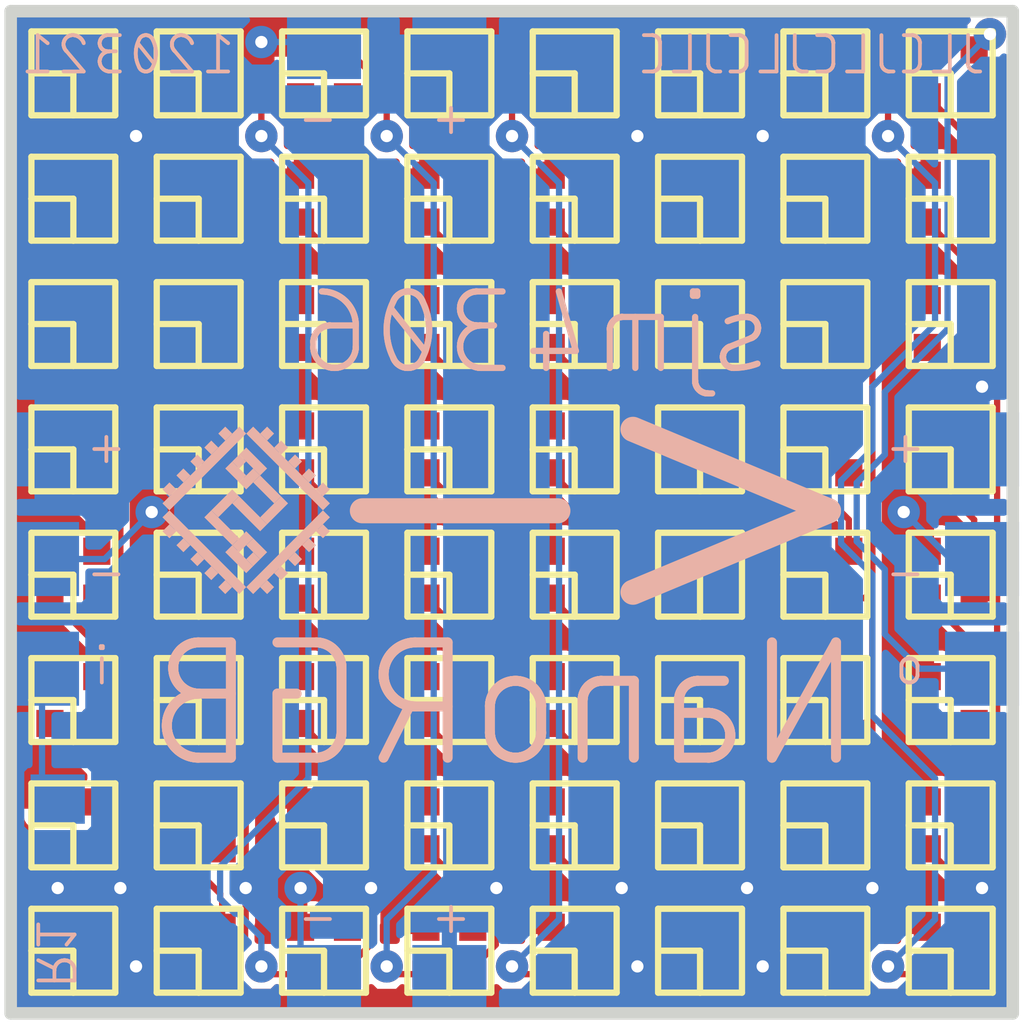
<source format=kicad_pcb>
(kicad_pcb (version 4) (generator gerbview)

  (layers 
    (0 F.Cu signal)
    (31 B.Cu signal)
    (32 B.Adhes user)
    (33 F.Adhes user)
    (34 B.Paste user)
    (35 F.Paste user)
    (36 B.SilkS user)
    (37 F.SilkS user)
    (38 B.Mask user)
    (39 F.Mask user)
    (40 Dwgs.User user)
    (41 Cmts.User user)
    (42 Eco1.User user)
    (43 Eco2.User user)
    (44 Edge.Cuts user)
  )

(gr_line (start 0 0) (end 20.3075 0) (layer Edge.Cuts) (width 0.254))
(gr_line (start 20.3075 0) (end 20.3075 -20.30999) (layer Edge.Cuts) (width 0.254))
(gr_line (start 20.3075 -20.30999) (end 0 -20.30999) (layer Edge.Cuts) (width 0.254))
(gr_line (start 0 -20.30999) (end 0 0) (layer Edge.Cuts) (width 0.254))
(gr_poly (pts  (xy 1.06999 -1.06999) (xy 0.51998 -1.06999) (xy 0.51998 -0.51998)
 (xy 1.06999 -0.51998))(layer F.Paste) (width 0) )
(gr_poly (pts  (xy 2.02001 -1.06999) (xy 1.47 -1.06999) (xy 1.47 -0.51998)
 (xy 2.02001 -0.51998))(layer F.Paste) (width 0) )
(gr_poly (pts  (xy 2.02001 -2.02001) (xy 1.47 -2.02001) (xy 1.47 -1.47)
 (xy 2.02001 -1.47))(layer F.Paste) (width 0) )
(gr_poly (pts  (xy 1.06999 -2.02001) (xy 0.51998 -2.02001) (xy 0.51998 -1.47)
 (xy 1.06999 -1.47))(layer F.Paste) (width 0) )
(gr_poly (pts  (xy 1.06999 -3.60999) (xy 0.51998 -3.60999) (xy 0.51998 -3.05998)
 (xy 1.06999 -3.05998))(layer F.Paste) (width 0) )
(gr_poly (pts  (xy 2.02001 -3.60999) (xy 1.47 -3.60999) (xy 1.47 -3.05998)
 (xy 2.02001 -3.05998))(layer F.Paste) (width 0) )
(gr_poly (pts  (xy 2.02001 -4.56001) (xy 1.47 -4.56001) (xy 1.47 -4.01)
 (xy 2.02001 -4.01))(layer F.Paste) (width 0) )
(gr_poly (pts  (xy 1.06999 -4.56001) (xy 0.51998 -4.56001) (xy 0.51998 -4.01)
 (xy 1.06999 -4.01))(layer F.Paste) (width 0) )
(gr_poly (pts  (xy 1.06999 -6.14999) (xy 0.51998 -6.14999) (xy 0.51998 -5.59998)
 (xy 1.06999 -5.59998))(layer F.Paste) (width 0) )
(gr_poly (pts  (xy 2.02001 -6.14999) (xy 1.47 -6.14999) (xy 1.47 -5.59998)
 (xy 2.02001 -5.59998))(layer F.Paste) (width 0) )
(gr_poly (pts  (xy 2.02001 -7.10001) (xy 1.47 -7.10001) (xy 1.47 -6.55)
 (xy 2.02001 -6.55))(layer F.Paste) (width 0) )
(gr_poly (pts  (xy 1.06999 -7.10001) (xy 0.51998 -7.10001) (xy 0.51998 -6.55)
 (xy 1.06999 -6.55))(layer F.Paste) (width 0) )
(gr_poly (pts  (xy 1.06999 -8.68999) (xy 0.51998 -8.68999) (xy 0.51998 -8.13998)
 (xy 1.06999 -8.13998))(layer F.Paste) (width 0) )
(gr_poly (pts  (xy 2.02001 -8.68999) (xy 1.47 -8.68999) (xy 1.47 -8.13998)
 (xy 2.02001 -8.13998))(layer F.Paste) (width 0) )
(gr_poly (pts  (xy 2.02001 -9.64001) (xy 1.47 -9.64001) (xy 1.47 -9.09)
 (xy 2.02001 -9.09))(layer F.Paste) (width 0) )
(gr_poly (pts  (xy 1.06999 -9.64001) (xy 0.51998 -9.64001) (xy 0.51998 -9.09)
 (xy 1.06999 -9.09))(layer F.Paste) (width 0) )
(gr_poly (pts  (xy 1.06999 -11.22999) (xy 0.51998 -11.22999) (xy 0.51998 -10.67998)
 (xy 1.06999 -10.67998))(layer F.Paste) (width 0) )
(gr_poly (pts  (xy 2.02001 -11.22999) (xy 1.47 -11.22999) (xy 1.47 -10.67998)
 (xy 2.02001 -10.67998))(layer F.Paste) (width 0) )
(gr_poly (pts  (xy 2.02001 -12.18001) (xy 1.47 -12.18001) (xy 1.47 -11.63)
 (xy 2.02001 -11.63))(layer F.Paste) (width 0) )
(gr_poly (pts  (xy 1.06999 -12.18001) (xy 0.51998 -12.18001) (xy 0.51998 -11.63)
 (xy 1.06999 -11.63))(layer F.Paste) (width 0) )
(gr_poly (pts  (xy 1.06999 -13.76999) (xy 0.51998 -13.76999) (xy 0.51998 -13.21998)
 (xy 1.06999 -13.21998))(layer F.Paste) (width 0) )
(gr_poly (pts  (xy 2.02001 -13.76999) (xy 1.47 -13.76999) (xy 1.47 -13.21998)
 (xy 2.02001 -13.21998))(layer F.Paste) (width 0) )
(gr_poly (pts  (xy 2.02001 -14.72001) (xy 1.47 -14.72001) (xy 1.47 -14.17)
 (xy 2.02001 -14.17))(layer F.Paste) (width 0) )
(gr_poly (pts  (xy 1.06999 -14.72001) (xy 0.51998 -14.72001) (xy 0.51998 -14.17)
 (xy 1.06999 -14.17))(layer F.Paste) (width 0) )
(gr_poly (pts  (xy 1.06999 -16.30999) (xy 0.51998 -16.30999) (xy 0.51998 -15.75998)
 (xy 1.06999 -15.75998))(layer F.Paste) (width 0) )
(gr_poly (pts  (xy 2.02001 -16.30999) (xy 1.47 -16.30999) (xy 1.47 -15.75998)
 (xy 2.02001 -15.75998))(layer F.Paste) (width 0) )
(gr_poly (pts  (xy 2.02001 -17.26001) (xy 1.47 -17.26001) (xy 1.47 -16.71)
 (xy 2.02001 -16.71))(layer F.Paste) (width 0) )
(gr_poly (pts  (xy 1.06999 -17.26001) (xy 0.51998 -17.26001) (xy 0.51998 -16.71)
 (xy 1.06999 -16.71))(layer F.Paste) (width 0) )
(gr_poly (pts  (xy 1.06999 -18.84999) (xy 0.51998 -18.84999) (xy 0.51998 -18.29998)
 (xy 1.06999 -18.29998))(layer F.Paste) (width 0) )
(gr_poly (pts  (xy 2.02001 -18.84999) (xy 1.47 -18.84999) (xy 1.47 -18.29998)
 (xy 2.02001 -18.29998))(layer F.Paste) (width 0) )
(gr_poly (pts  (xy 2.02001 -19.80001) (xy 1.47 -19.80001) (xy 1.47 -19.25)
 (xy 2.02001 -19.25))(layer F.Paste) (width 0) )
(gr_poly (pts  (xy 1.06999 -19.80001) (xy 0.51998 -19.80001) (xy 0.51998 -19.25)
 (xy 1.06999 -19.25))(layer F.Paste) (width 0) )
(gr_poly (pts  (xy 3.60999 -1.06999) (xy 3.05998 -1.06999) (xy 3.05998 -0.51998)
 (xy 3.60999 -0.51998))(layer F.Paste) (width 0) )
(gr_poly (pts  (xy 4.56001 -1.06999) (xy 4.01 -1.06999) (xy 4.01 -0.51998)
 (xy 4.56001 -0.51998))(layer F.Paste) (width 0) )
(gr_poly (pts  (xy 4.56001 -2.02001) (xy 4.01 -2.02001) (xy 4.01 -1.47)
 (xy 4.56001 -1.47))(layer F.Paste) (width 0) )
(gr_poly (pts  (xy 3.60999 -2.02001) (xy 3.05998 -2.02001) (xy 3.05998 -1.47)
 (xy 3.60999 -1.47))(layer F.Paste) (width 0) )
(gr_poly (pts  (xy 3.60999 -3.60999) (xy 3.05998 -3.60999) (xy 3.05998 -3.05998)
 (xy 3.60999 -3.05998))(layer F.Paste) (width 0) )
(gr_poly (pts  (xy 4.56001 -3.60999) (xy 4.01 -3.60999) (xy 4.01 -3.05998)
 (xy 4.56001 -3.05998))(layer F.Paste) (width 0) )
(gr_poly (pts  (xy 4.56001 -4.56001) (xy 4.01 -4.56001) (xy 4.01 -4.01)
 (xy 4.56001 -4.01))(layer F.Paste) (width 0) )
(gr_poly (pts  (xy 3.60999 -4.56001) (xy 3.05998 -4.56001) (xy 3.05998 -4.01)
 (xy 3.60999 -4.01))(layer F.Paste) (width 0) )
(gr_poly (pts  (xy 3.60999 -6.14999) (xy 3.05998 -6.14999) (xy 3.05998 -5.59998)
 (xy 3.60999 -5.59998))(layer F.Paste) (width 0) )
(gr_poly (pts  (xy 4.56001 -6.14999) (xy 4.01 -6.14999) (xy 4.01 -5.59998)
 (xy 4.56001 -5.59998))(layer F.Paste) (width 0) )
(gr_poly (pts  (xy 4.56001 -7.10001) (xy 4.01 -7.10001) (xy 4.01 -6.55)
 (xy 4.56001 -6.55))(layer F.Paste) (width 0) )
(gr_poly (pts  (xy 3.60999 -7.10001) (xy 3.05998 -7.10001) (xy 3.05998 -6.55)
 (xy 3.60999 -6.55))(layer F.Paste) (width 0) )
(gr_poly (pts  (xy 3.60999 -8.68999) (xy 3.05998 -8.68999) (xy 3.05998 -8.13998)
 (xy 3.60999 -8.13998))(layer F.Paste) (width 0) )
(gr_poly (pts  (xy 4.56001 -8.68999) (xy 4.01 -8.68999) (xy 4.01 -8.13998)
 (xy 4.56001 -8.13998))(layer F.Paste) (width 0) )
(gr_poly (pts  (xy 4.56001 -9.64001) (xy 4.01 -9.64001) (xy 4.01 -9.09)
 (xy 4.56001 -9.09))(layer F.Paste) (width 0) )
(gr_poly (pts  (xy 3.60999 -9.64001) (xy 3.05998 -9.64001) (xy 3.05998 -9.09)
 (xy 3.60999 -9.09))(layer F.Paste) (width 0) )
(gr_poly (pts  (xy 3.60999 -11.22999) (xy 3.05998 -11.22999) (xy 3.05998 -10.67998)
 (xy 3.60999 -10.67998))(layer F.Paste) (width 0) )
(gr_poly (pts  (xy 4.56001 -11.22999) (xy 4.01 -11.22999) (xy 4.01 -10.67998)
 (xy 4.56001 -10.67998))(layer F.Paste) (width 0) )
(gr_poly (pts  (xy 4.56001 -12.18001) (xy 4.01 -12.18001) (xy 4.01 -11.63)
 (xy 4.56001 -11.63))(layer F.Paste) (width 0) )
(gr_poly (pts  (xy 3.60999 -12.18001) (xy 3.05998 -12.18001) (xy 3.05998 -11.63)
 (xy 3.60999 -11.63))(layer F.Paste) (width 0) )
(gr_poly (pts  (xy 3.60999 -13.76999) (xy 3.05998 -13.76999) (xy 3.05998 -13.21998)
 (xy 3.60999 -13.21998))(layer F.Paste) (width 0) )
(gr_poly (pts  (xy 4.56001 -13.76999) (xy 4.01 -13.76999) (xy 4.01 -13.21998)
 (xy 4.56001 -13.21998))(layer F.Paste) (width 0) )
(gr_poly (pts  (xy 4.56001 -14.72001) (xy 4.01 -14.72001) (xy 4.01 -14.17)
 (xy 4.56001 -14.17))(layer F.Paste) (width 0) )
(gr_poly (pts  (xy 3.60999 -14.72001) (xy 3.05998 -14.72001) (xy 3.05998 -14.17)
 (xy 3.60999 -14.17))(layer F.Paste) (width 0) )
(gr_poly (pts  (xy 3.60999 -16.30999) (xy 3.05998 -16.30999) (xy 3.05998 -15.75998)
 (xy 3.60999 -15.75998))(layer F.Paste) (width 0) )
(gr_poly (pts  (xy 4.56001 -16.30999) (xy 4.01 -16.30999) (xy 4.01 -15.75998)
 (xy 4.56001 -15.75998))(layer F.Paste) (width 0) )
(gr_poly (pts  (xy 4.56001 -17.26001) (xy 4.01 -17.26001) (xy 4.01 -16.71)
 (xy 4.56001 -16.71))(layer F.Paste) (width 0) )
(gr_poly (pts  (xy 3.60999 -17.26001) (xy 3.05998 -17.26001) (xy 3.05998 -16.71)
 (xy 3.60999 -16.71))(layer F.Paste) (width 0) )
(gr_poly (pts  (xy 3.60999 -18.84999) (xy 3.05998 -18.84999) (xy 3.05998 -18.29998)
 (xy 3.60999 -18.29998))(layer F.Paste) (width 0) )
(gr_poly (pts  (xy 4.56001 -18.84999) (xy 4.01 -18.84999) (xy 4.01 -18.29998)
 (xy 4.56001 -18.29998))(layer F.Paste) (width 0) )
(gr_poly (pts  (xy 4.56001 -19.80001) (xy 4.01 -19.80001) (xy 4.01 -19.25)
 (xy 4.56001 -19.25))(layer F.Paste) (width 0) )
(gr_poly (pts  (xy 3.60999 -19.80001) (xy 3.05998 -19.80001) (xy 3.05998 -19.25)
 (xy 3.60999 -19.25))(layer F.Paste) (width 0) )
(gr_poly (pts  (xy 6.14999 -1.06999) (xy 5.59998 -1.06999) (xy 5.59998 -0.51998)
 (xy 6.14999 -0.51998))(layer F.Paste) (width 0) )
(gr_poly (pts  (xy 7.10001 -1.06999) (xy 6.55 -1.06999) (xy 6.55 -0.51998)
 (xy 7.10001 -0.51998))(layer F.Paste) (width 0) )
(gr_poly (pts  (xy 7.10001 -2.02001) (xy 6.55 -2.02001) (xy 6.55 -1.47)
 (xy 7.10001 -1.47))(layer F.Paste) (width 0) )
(gr_poly (pts  (xy 6.14999 -2.02001) (xy 5.59998 -2.02001) (xy 5.59998 -1.47)
 (xy 6.14999 -1.47))(layer F.Paste) (width 0) )
(gr_poly (pts  (xy 6.14999 -3.60999) (xy 5.59998 -3.60999) (xy 5.59998 -3.05998)
 (xy 6.14999 -3.05998))(layer F.Paste) (width 0) )
(gr_poly (pts  (xy 7.10001 -3.60999) (xy 6.55 -3.60999) (xy 6.55 -3.05998)
 (xy 7.10001 -3.05998))(layer F.Paste) (width 0) )
(gr_poly (pts  (xy 7.10001 -4.56001) (xy 6.55 -4.56001) (xy 6.55 -4.01)
 (xy 7.10001 -4.01))(layer F.Paste) (width 0) )
(gr_poly (pts  (xy 6.14999 -4.56001) (xy 5.59998 -4.56001) (xy 5.59998 -4.01)
 (xy 6.14999 -4.01))(layer F.Paste) (width 0) )
(gr_poly (pts  (xy 6.14999 -6.14999) (xy 5.59998 -6.14999) (xy 5.59998 -5.59998)
 (xy 6.14999 -5.59998))(layer F.Paste) (width 0) )
(gr_poly (pts  (xy 7.10001 -6.14999) (xy 6.55 -6.14999) (xy 6.55 -5.59998)
 (xy 7.10001 -5.59998))(layer F.Paste) (width 0) )
(gr_poly (pts  (xy 7.10001 -7.10001) (xy 6.55 -7.10001) (xy 6.55 -6.55)
 (xy 7.10001 -6.55))(layer F.Paste) (width 0) )
(gr_poly (pts  (xy 6.14999 -7.10001) (xy 5.59998 -7.10001) (xy 5.59998 -6.55)
 (xy 6.14999 -6.55))(layer F.Paste) (width 0) )
(gr_poly (pts  (xy 6.14999 -8.68999) (xy 5.59998 -8.68999) (xy 5.59998 -8.13998)
 (xy 6.14999 -8.13998))(layer F.Paste) (width 0) )
(gr_poly (pts  (xy 7.10001 -8.68999) (xy 6.55 -8.68999) (xy 6.55 -8.13998)
 (xy 7.10001 -8.13998))(layer F.Paste) (width 0) )
(gr_poly (pts  (xy 7.10001 -9.64001) (xy 6.55 -9.64001) (xy 6.55 -9.09)
 (xy 7.10001 -9.09))(layer F.Paste) (width 0) )
(gr_poly (pts  (xy 6.14999 -9.64001) (xy 5.59998 -9.64001) (xy 5.59998 -9.09)
 (xy 6.14999 -9.09))(layer F.Paste) (width 0) )
(gr_poly (pts  (xy 6.14999 -11.22999) (xy 5.59998 -11.22999) (xy 5.59998 -10.67998)
 (xy 6.14999 -10.67998))(layer F.Paste) (width 0) )
(gr_poly (pts  (xy 7.10001 -11.22999) (xy 6.55 -11.22999) (xy 6.55 -10.67998)
 (xy 7.10001 -10.67998))(layer F.Paste) (width 0) )
(gr_poly (pts  (xy 7.10001 -12.18001) (xy 6.55 -12.18001) (xy 6.55 -11.63)
 (xy 7.10001 -11.63))(layer F.Paste) (width 0) )
(gr_poly (pts  (xy 6.14999 -12.18001) (xy 5.59998 -12.18001) (xy 5.59998 -11.63)
 (xy 6.14999 -11.63))(layer F.Paste) (width 0) )
(gr_poly (pts  (xy 6.14999 -13.76999) (xy 5.59998 -13.76999) (xy 5.59998 -13.21998)
 (xy 6.14999 -13.21998))(layer F.Paste) (width 0) )
(gr_poly (pts  (xy 7.10001 -13.76999) (xy 6.55 -13.76999) (xy 6.55 -13.21998)
 (xy 7.10001 -13.21998))(layer F.Paste) (width 0) )
(gr_poly (pts  (xy 7.10001 -14.72001) (xy 6.55 -14.72001) (xy 6.55 -14.17)
 (xy 7.10001 -14.17))(layer F.Paste) (width 0) )
(gr_poly (pts  (xy 6.14999 -14.72001) (xy 5.59998 -14.72001) (xy 5.59998 -14.17)
 (xy 6.14999 -14.17))(layer F.Paste) (width 0) )
(gr_poly (pts  (xy 6.14999 -16.30999) (xy 5.59998 -16.30999) (xy 5.59998 -15.75998)
 (xy 6.14999 -15.75998))(layer F.Paste) (width 0) )
(gr_poly (pts  (xy 7.10001 -16.30999) (xy 6.55 -16.30999) (xy 6.55 -15.75998)
 (xy 7.10001 -15.75998))(layer F.Paste) (width 0) )
(gr_poly (pts  (xy 7.10001 -17.26001) (xy 6.55 -17.26001) (xy 6.55 -16.71)
 (xy 7.10001 -16.71))(layer F.Paste) (width 0) )
(gr_poly (pts  (xy 6.14999 -17.26001) (xy 5.59998 -17.26001) (xy 5.59998 -16.71)
 (xy 6.14999 -16.71))(layer F.Paste) (width 0) )
(gr_poly (pts  (xy 6.14999 -18.84999) (xy 5.59998 -18.84999) (xy 5.59998 -18.29998)
 (xy 6.14999 -18.29998))(layer F.Paste) (width 0) )
(gr_poly (pts  (xy 7.10001 -18.84999) (xy 6.55 -18.84999) (xy 6.55 -18.29998)
 (xy 7.10001 -18.29998))(layer F.Paste) (width 0) )
(gr_poly (pts  (xy 7.10001 -19.80001) (xy 6.55 -19.80001) (xy 6.55 -19.25)
 (xy 7.10001 -19.25))(layer F.Paste) (width 0) )
(gr_poly (pts  (xy 6.14999 -19.80001) (xy 5.59998 -19.80001) (xy 5.59998 -19.25)
 (xy 6.14999 -19.25))(layer F.Paste) (width 0) )
(gr_poly (pts  (xy 8.68999 -1.06999) (xy 8.13998 -1.06999) (xy 8.13998 -0.51998)
 (xy 8.68999 -0.51998))(layer F.Paste) (width 0) )
(gr_poly (pts  (xy 9.64001 -1.06999) (xy 9.09 -1.06999) (xy 9.09 -0.51998)
 (xy 9.64001 -0.51998))(layer F.Paste) (width 0) )
(gr_poly (pts  (xy 9.64001 -2.02001) (xy 9.09 -2.02001) (xy 9.09 -1.47)
 (xy 9.64001 -1.47))(layer F.Paste) (width 0) )
(gr_poly (pts  (xy 8.68999 -2.02001) (xy 8.13998 -2.02001) (xy 8.13998 -1.47)
 (xy 8.68999 -1.47))(layer F.Paste) (width 0) )
(gr_poly (pts  (xy 8.68999 -3.60999) (xy 8.13998 -3.60999) (xy 8.13998 -3.05998)
 (xy 8.68999 -3.05998))(layer F.Paste) (width 0) )
(gr_poly (pts  (xy 9.64001 -3.60999) (xy 9.09 -3.60999) (xy 9.09 -3.05998)
 (xy 9.64001 -3.05998))(layer F.Paste) (width 0) )
(gr_poly (pts  (xy 9.64001 -4.56001) (xy 9.09 -4.56001) (xy 9.09 -4.01)
 (xy 9.64001 -4.01))(layer F.Paste) (width 0) )
(gr_poly (pts  (xy 8.68999 -4.56001) (xy 8.13998 -4.56001) (xy 8.13998 -4.01)
 (xy 8.68999 -4.01))(layer F.Paste) (width 0) )
(gr_poly (pts  (xy 8.68999 -6.14999) (xy 8.13998 -6.14999) (xy 8.13998 -5.59998)
 (xy 8.68999 -5.59998))(layer F.Paste) (width 0) )
(gr_poly (pts  (xy 9.64001 -6.14999) (xy 9.09 -6.14999) (xy 9.09 -5.59998)
 (xy 9.64001 -5.59998))(layer F.Paste) (width 0) )
(gr_poly (pts  (xy 9.64001 -7.10001) (xy 9.09 -7.10001) (xy 9.09 -6.55)
 (xy 9.64001 -6.55))(layer F.Paste) (width 0) )
(gr_poly (pts  (xy 8.68999 -7.10001) (xy 8.13998 -7.10001) (xy 8.13998 -6.55)
 (xy 8.68999 -6.55))(layer F.Paste) (width 0) )
(gr_poly (pts  (xy 8.68999 -8.68999) (xy 8.13998 -8.68999) (xy 8.13998 -8.13998)
 (xy 8.68999 -8.13998))(layer F.Paste) (width 0) )
(gr_poly (pts  (xy 9.64001 -8.68999) (xy 9.09 -8.68999) (xy 9.09 -8.13998)
 (xy 9.64001 -8.13998))(layer F.Paste) (width 0) )
(gr_poly (pts  (xy 9.64001 -9.64001) (xy 9.09 -9.64001) (xy 9.09 -9.09)
 (xy 9.64001 -9.09))(layer F.Paste) (width 0) )
(gr_poly (pts  (xy 8.68999 -9.64001) (xy 8.13998 -9.64001) (xy 8.13998 -9.09)
 (xy 8.68999 -9.09))(layer F.Paste) (width 0) )
(gr_poly (pts  (xy 8.68999 -11.22999) (xy 8.13998 -11.22999) (xy 8.13998 -10.67998)
 (xy 8.68999 -10.67998))(layer F.Paste) (width 0) )
(gr_poly (pts  (xy 9.64001 -11.22999) (xy 9.09 -11.22999) (xy 9.09 -10.67998)
 (xy 9.64001 -10.67998))(layer F.Paste) (width 0) )
(gr_poly (pts  (xy 9.64001 -12.18001) (xy 9.09 -12.18001) (xy 9.09 -11.63)
 (xy 9.64001 -11.63))(layer F.Paste) (width 0) )
(gr_poly (pts  (xy 8.68999 -12.18001) (xy 8.13998 -12.18001) (xy 8.13998 -11.63)
 (xy 8.68999 -11.63))(layer F.Paste) (width 0) )
(gr_poly (pts  (xy 8.68999 -13.76999) (xy 8.13998 -13.76999) (xy 8.13998 -13.21998)
 (xy 8.68999 -13.21998))(layer F.Paste) (width 0) )
(gr_poly (pts  (xy 9.64001 -13.76999) (xy 9.09 -13.76999) (xy 9.09 -13.21998)
 (xy 9.64001 -13.21998))(layer F.Paste) (width 0) )
(gr_poly (pts  (xy 9.64001 -14.72001) (xy 9.09 -14.72001) (xy 9.09 -14.17)
 (xy 9.64001 -14.17))(layer F.Paste) (width 0) )
(gr_poly (pts  (xy 8.68999 -14.72001) (xy 8.13998 -14.72001) (xy 8.13998 -14.17)
 (xy 8.68999 -14.17))(layer F.Paste) (width 0) )
(gr_poly (pts  (xy 8.68999 -16.30999) (xy 8.13998 -16.30999) (xy 8.13998 -15.75998)
 (xy 8.68999 -15.75998))(layer F.Paste) (width 0) )
(gr_poly (pts  (xy 9.64001 -16.30999) (xy 9.09 -16.30999) (xy 9.09 -15.75998)
 (xy 9.64001 -15.75998))(layer F.Paste) (width 0) )
(gr_poly (pts  (xy 9.64001 -17.26001) (xy 9.09 -17.26001) (xy 9.09 -16.71)
 (xy 9.64001 -16.71))(layer F.Paste) (width 0) )
(gr_poly (pts  (xy 8.68999 -17.26001) (xy 8.13998 -17.26001) (xy 8.13998 -16.71)
 (xy 8.68999 -16.71))(layer F.Paste) (width 0) )
(gr_poly (pts  (xy 8.68999 -18.84999) (xy 8.13998 -18.84999) (xy 8.13998 -18.29998)
 (xy 8.68999 -18.29998))(layer F.Paste) (width 0) )
(gr_poly (pts  (xy 9.64001 -18.84999) (xy 9.09 -18.84999) (xy 9.09 -18.29998)
 (xy 9.64001 -18.29998))(layer F.Paste) (width 0) )
(gr_poly (pts  (xy 9.64001 -19.80001) (xy 9.09 -19.80001) (xy 9.09 -19.25)
 (xy 9.64001 -19.25))(layer F.Paste) (width 0) )
(gr_poly (pts  (xy 8.68999 -19.80001) (xy 8.13998 -19.80001) (xy 8.13998 -19.25)
 (xy 8.68999 -19.25))(layer F.Paste) (width 0) )
(gr_poly (pts  (xy 11.22999 -1.06999) (xy 10.67998 -1.06999) (xy 10.67998 -0.51998)
 (xy 11.22999 -0.51998))(layer F.Paste) (width 0) )
(gr_poly (pts  (xy 12.18001 -1.06999) (xy 11.63 -1.06999) (xy 11.63 -0.51998)
 (xy 12.18001 -0.51998))(layer F.Paste) (width 0) )
(gr_poly (pts  (xy 12.18001 -2.02001) (xy 11.63 -2.02001) (xy 11.63 -1.47)
 (xy 12.18001 -1.47))(layer F.Paste) (width 0) )
(gr_poly (pts  (xy 11.22999 -2.02001) (xy 10.67998 -2.02001) (xy 10.67998 -1.47)
 (xy 11.22999 -1.47))(layer F.Paste) (width 0) )
(gr_poly (pts  (xy 11.22999 -3.60999) (xy 10.67998 -3.60999) (xy 10.67998 -3.05998)
 (xy 11.22999 -3.05998))(layer F.Paste) (width 0) )
(gr_poly (pts  (xy 12.18001 -3.60999) (xy 11.63 -3.60999) (xy 11.63 -3.05998)
 (xy 12.18001 -3.05998))(layer F.Paste) (width 0) )
(gr_poly (pts  (xy 12.18001 -4.56001) (xy 11.63 -4.56001) (xy 11.63 -4.01)
 (xy 12.18001 -4.01))(layer F.Paste) (width 0) )
(gr_poly (pts  (xy 11.22999 -4.56001) (xy 10.67998 -4.56001) (xy 10.67998 -4.01)
 (xy 11.22999 -4.01))(layer F.Paste) (width 0) )
(gr_poly (pts  (xy 11.22999 -6.14999) (xy 10.67998 -6.14999) (xy 10.67998 -5.59998)
 (xy 11.22999 -5.59998))(layer F.Paste) (width 0) )
(gr_poly (pts  (xy 12.18001 -6.14999) (xy 11.63 -6.14999) (xy 11.63 -5.59998)
 (xy 12.18001 -5.59998))(layer F.Paste) (width 0) )
(gr_poly (pts  (xy 12.18001 -7.10001) (xy 11.63 -7.10001) (xy 11.63 -6.55)
 (xy 12.18001 -6.55))(layer F.Paste) (width 0) )
(gr_poly (pts  (xy 11.22999 -7.10001) (xy 10.67998 -7.10001) (xy 10.67998 -6.55)
 (xy 11.22999 -6.55))(layer F.Paste) (width 0) )
(gr_poly (pts  (xy 11.22999 -8.68999) (xy 10.67998 -8.68999) (xy 10.67998 -8.13998)
 (xy 11.22999 -8.13998))(layer F.Paste) (width 0) )
(gr_poly (pts  (xy 12.18001 -8.68999) (xy 11.63 -8.68999) (xy 11.63 -8.13998)
 (xy 12.18001 -8.13998))(layer F.Paste) (width 0) )
(gr_poly (pts  (xy 12.18001 -9.64001) (xy 11.63 -9.64001) (xy 11.63 -9.09)
 (xy 12.18001 -9.09))(layer F.Paste) (width 0) )
(gr_poly (pts  (xy 11.22999 -9.64001) (xy 10.67998 -9.64001) (xy 10.67998 -9.09)
 (xy 11.22999 -9.09))(layer F.Paste) (width 0) )
(gr_poly (pts  (xy 11.22999 -11.22999) (xy 10.67998 -11.22999) (xy 10.67998 -10.67998)
 (xy 11.22999 -10.67998))(layer F.Paste) (width 0) )
(gr_poly (pts  (xy 12.18001 -11.22999) (xy 11.63 -11.22999) (xy 11.63 -10.67998)
 (xy 12.18001 -10.67998))(layer F.Paste) (width 0) )
(gr_poly (pts  (xy 12.18001 -12.18001) (xy 11.63 -12.18001) (xy 11.63 -11.63)
 (xy 12.18001 -11.63))(layer F.Paste) (width 0) )
(gr_poly (pts  (xy 11.22999 -12.18001) (xy 10.67998 -12.18001) (xy 10.67998 -11.63)
 (xy 11.22999 -11.63))(layer F.Paste) (width 0) )
(gr_poly (pts  (xy 11.22999 -13.76999) (xy 10.67998 -13.76999) (xy 10.67998 -13.21998)
 (xy 11.22999 -13.21998))(layer F.Paste) (width 0) )
(gr_poly (pts  (xy 12.18001 -13.76999) (xy 11.63 -13.76999) (xy 11.63 -13.21998)
 (xy 12.18001 -13.21998))(layer F.Paste) (width 0) )
(gr_poly (pts  (xy 12.18001 -14.72001) (xy 11.63 -14.72001) (xy 11.63 -14.17)
 (xy 12.18001 -14.17))(layer F.Paste) (width 0) )
(gr_poly (pts  (xy 11.22999 -14.72001) (xy 10.67998 -14.72001) (xy 10.67998 -14.17)
 (xy 11.22999 -14.17))(layer F.Paste) (width 0) )
(gr_poly (pts  (xy 11.22999 -16.30999) (xy 10.67998 -16.30999) (xy 10.67998 -15.75998)
 (xy 11.22999 -15.75998))(layer F.Paste) (width 0) )
(gr_poly (pts  (xy 12.18001 -16.30999) (xy 11.63 -16.30999) (xy 11.63 -15.75998)
 (xy 12.18001 -15.75998))(layer F.Paste) (width 0) )
(gr_poly (pts  (xy 12.18001 -17.26001) (xy 11.63 -17.26001) (xy 11.63 -16.71)
 (xy 12.18001 -16.71))(layer F.Paste) (width 0) )
(gr_poly (pts  (xy 11.22999 -17.26001) (xy 10.67998 -17.26001) (xy 10.67998 -16.71)
 (xy 11.22999 -16.71))(layer F.Paste) (width 0) )
(gr_poly (pts  (xy 11.22999 -18.84999) (xy 10.67998 -18.84999) (xy 10.67998 -18.29998)
 (xy 11.22999 -18.29998))(layer F.Paste) (width 0) )
(gr_poly (pts  (xy 12.18001 -18.84999) (xy 11.63 -18.84999) (xy 11.63 -18.29998)
 (xy 12.18001 -18.29998))(layer F.Paste) (width 0) )
(gr_poly (pts  (xy 12.18001 -19.80001) (xy 11.63 -19.80001) (xy 11.63 -19.25)
 (xy 12.18001 -19.25))(layer F.Paste) (width 0) )
(gr_poly (pts  (xy 11.22999 -19.80001) (xy 10.67998 -19.80001) (xy 10.67998 -19.25)
 (xy 11.22999 -19.25))(layer F.Paste) (width 0) )
(gr_poly (pts  (xy 13.76999 -1.06999) (xy 13.21998 -1.06999) (xy 13.21998 -0.51998)
 (xy 13.76999 -0.51998))(layer F.Paste) (width 0) )
(gr_poly (pts  (xy 14.72001 -1.06999) (xy 14.17 -1.06999) (xy 14.17 -0.51998)
 (xy 14.72001 -0.51998))(layer F.Paste) (width 0) )
(gr_poly (pts  (xy 14.72001 -2.02001) (xy 14.17 -2.02001) (xy 14.17 -1.47)
 (xy 14.72001 -1.47))(layer F.Paste) (width 0) )
(gr_poly (pts  (xy 13.76999 -2.02001) (xy 13.21998 -2.02001) (xy 13.21998 -1.47)
 (xy 13.76999 -1.47))(layer F.Paste) (width 0) )
(gr_poly (pts  (xy 13.76999 -3.60999) (xy 13.21998 -3.60999) (xy 13.21998 -3.05998)
 (xy 13.76999 -3.05998))(layer F.Paste) (width 0) )
(gr_poly (pts  (xy 14.72001 -3.60999) (xy 14.17 -3.60999) (xy 14.17 -3.05998)
 (xy 14.72001 -3.05998))(layer F.Paste) (width 0) )
(gr_poly (pts  (xy 14.72001 -4.56001) (xy 14.17 -4.56001) (xy 14.17 -4.01)
 (xy 14.72001 -4.01))(layer F.Paste) (width 0) )
(gr_poly (pts  (xy 13.76999 -4.56001) (xy 13.21998 -4.56001) (xy 13.21998 -4.01)
 (xy 13.76999 -4.01))(layer F.Paste) (width 0) )
(gr_poly (pts  (xy 13.76999 -6.14999) (xy 13.21998 -6.14999) (xy 13.21998 -5.59998)
 (xy 13.76999 -5.59998))(layer F.Paste) (width 0) )
(gr_poly (pts  (xy 14.72001 -6.14999) (xy 14.17 -6.14999) (xy 14.17 -5.59998)
 (xy 14.72001 -5.59998))(layer F.Paste) (width 0) )
(gr_poly (pts  (xy 14.72001 -7.10001) (xy 14.17 -7.10001) (xy 14.17 -6.55)
 (xy 14.72001 -6.55))(layer F.Paste) (width 0) )
(gr_poly (pts  (xy 13.76999 -7.10001) (xy 13.21998 -7.10001) (xy 13.21998 -6.55)
 (xy 13.76999 -6.55))(layer F.Paste) (width 0) )
(gr_poly (pts  (xy 13.76999 -8.68999) (xy 13.21998 -8.68999) (xy 13.21998 -8.13998)
 (xy 13.76999 -8.13998))(layer F.Paste) (width 0) )
(gr_poly (pts  (xy 14.72001 -8.68999) (xy 14.17 -8.68999) (xy 14.17 -8.13998)
 (xy 14.72001 -8.13998))(layer F.Paste) (width 0) )
(gr_poly (pts  (xy 14.72001 -9.64001) (xy 14.17 -9.64001) (xy 14.17 -9.09)
 (xy 14.72001 -9.09))(layer F.Paste) (width 0) )
(gr_poly (pts  (xy 13.76999 -9.64001) (xy 13.21998 -9.64001) (xy 13.21998 -9.09)
 (xy 13.76999 -9.09))(layer F.Paste) (width 0) )
(gr_poly (pts  (xy 13.76999 -11.22999) (xy 13.21998 -11.22999) (xy 13.21998 -10.67998)
 (xy 13.76999 -10.67998))(layer F.Paste) (width 0) )
(gr_poly (pts  (xy 14.72001 -11.22999) (xy 14.17 -11.22999) (xy 14.17 -10.67998)
 (xy 14.72001 -10.67998))(layer F.Paste) (width 0) )
(gr_poly (pts  (xy 14.72001 -12.18001) (xy 14.17 -12.18001) (xy 14.17 -11.63)
 (xy 14.72001 -11.63))(layer F.Paste) (width 0) )
(gr_poly (pts  (xy 13.76999 -12.18001) (xy 13.21998 -12.18001) (xy 13.21998 -11.63)
 (xy 13.76999 -11.63))(layer F.Paste) (width 0) )
(gr_poly (pts  (xy 13.76999 -13.76999) (xy 13.21998 -13.76999) (xy 13.21998 -13.21998)
 (xy 13.76999 -13.21998))(layer F.Paste) (width 0) )
(gr_poly (pts  (xy 14.72001 -13.76999) (xy 14.17 -13.76999) (xy 14.17 -13.21998)
 (xy 14.72001 -13.21998))(layer F.Paste) (width 0) )
(gr_poly (pts  (xy 14.72001 -14.72001) (xy 14.17 -14.72001) (xy 14.17 -14.17)
 (xy 14.72001 -14.17))(layer F.Paste) (width 0) )
(gr_poly (pts  (xy 13.76999 -14.72001) (xy 13.21998 -14.72001) (xy 13.21998 -14.17)
 (xy 13.76999 -14.17))(layer F.Paste) (width 0) )
(gr_poly (pts  (xy 13.76999 -16.30999) (xy 13.21998 -16.30999) (xy 13.21998 -15.75998)
 (xy 13.76999 -15.75998))(layer F.Paste) (width 0) )
(gr_poly (pts  (xy 14.72001 -16.30999) (xy 14.17 -16.30999) (xy 14.17 -15.75998)
 (xy 14.72001 -15.75998))(layer F.Paste) (width 0) )
(gr_poly (pts  (xy 14.72001 -17.26001) (xy 14.17 -17.26001) (xy 14.17 -16.71)
 (xy 14.72001 -16.71))(layer F.Paste) (width 0) )
(gr_poly (pts  (xy 13.76999 -17.26001) (xy 13.21998 -17.26001) (xy 13.21998 -16.71)
 (xy 13.76999 -16.71))(layer F.Paste) (width 0) )
(gr_poly (pts  (xy 13.76999 -18.84999) (xy 13.21998 -18.84999) (xy 13.21998 -18.29998)
 (xy 13.76999 -18.29998))(layer F.Paste) (width 0) )
(gr_poly (pts  (xy 14.72001 -18.84999) (xy 14.17 -18.84999) (xy 14.17 -18.29998)
 (xy 14.72001 -18.29998))(layer F.Paste) (width 0) )
(gr_poly (pts  (xy 14.72001 -19.80001) (xy 14.17 -19.80001) (xy 14.17 -19.25)
 (xy 14.72001 -19.25))(layer F.Paste) (width 0) )
(gr_poly (pts  (xy 13.76999 -19.80001) (xy 13.21998 -19.80001) (xy 13.21998 -19.25)
 (xy 13.76999 -19.25))(layer F.Paste) (width 0) )
(gr_poly (pts  (xy 16.30999 -1.06999) (xy 15.75998 -1.06999) (xy 15.75998 -0.51998)
 (xy 16.30999 -0.51998))(layer F.Paste) (width 0) )
(gr_poly (pts  (xy 17.26001 -1.06999) (xy 16.71 -1.06999) (xy 16.71 -0.51998)
 (xy 17.26001 -0.51998))(layer F.Paste) (width 0) )
(gr_poly (pts  (xy 17.26001 -2.02001) (xy 16.71 -2.02001) (xy 16.71 -1.47)
 (xy 17.26001 -1.47))(layer F.Paste) (width 0) )
(gr_poly (pts  (xy 16.30999 -2.02001) (xy 15.75998 -2.02001) (xy 15.75998 -1.47)
 (xy 16.30999 -1.47))(layer F.Paste) (width 0) )
(gr_poly (pts  (xy 16.30999 -3.60999) (xy 15.75998 -3.60999) (xy 15.75998 -3.05998)
 (xy 16.30999 -3.05998))(layer F.Paste) (width 0) )
(gr_poly (pts  (xy 17.26001 -3.60999) (xy 16.71 -3.60999) (xy 16.71 -3.05998)
 (xy 17.26001 -3.05998))(layer F.Paste) (width 0) )
(gr_poly (pts  (xy 17.26001 -4.56001) (xy 16.71 -4.56001) (xy 16.71 -4.01)
 (xy 17.26001 -4.01))(layer F.Paste) (width 0) )
(gr_poly (pts  (xy 16.30999 -4.56001) (xy 15.75998 -4.56001) (xy 15.75998 -4.01)
 (xy 16.30999 -4.01))(layer F.Paste) (width 0) )
(gr_poly (pts  (xy 16.30999 -6.14999) (xy 15.75998 -6.14999) (xy 15.75998 -5.59998)
 (xy 16.30999 -5.59998))(layer F.Paste) (width 0) )
(gr_poly (pts  (xy 17.26001 -6.14999) (xy 16.71 -6.14999) (xy 16.71 -5.59998)
 (xy 17.26001 -5.59998))(layer F.Paste) (width 0) )
(gr_poly (pts  (xy 17.26001 -7.10001) (xy 16.71 -7.10001) (xy 16.71 -6.55)
 (xy 17.26001 -6.55))(layer F.Paste) (width 0) )
(gr_poly (pts  (xy 16.30999 -7.10001) (xy 15.75998 -7.10001) (xy 15.75998 -6.55)
 (xy 16.30999 -6.55))(layer F.Paste) (width 0) )
(gr_poly (pts  (xy 16.30999 -8.68999) (xy 15.75998 -8.68999) (xy 15.75998 -8.13998)
 (xy 16.30999 -8.13998))(layer F.Paste) (width 0) )
(gr_poly (pts  (xy 17.26001 -8.68999) (xy 16.71 -8.68999) (xy 16.71 -8.13998)
 (xy 17.26001 -8.13998))(layer F.Paste) (width 0) )
(gr_poly (pts  (xy 17.26001 -9.64001) (xy 16.71 -9.64001) (xy 16.71 -9.09)
 (xy 17.26001 -9.09))(layer F.Paste) (width 0) )
(gr_poly (pts  (xy 16.30999 -9.64001) (xy 15.75998 -9.64001) (xy 15.75998 -9.09)
 (xy 16.30999 -9.09))(layer F.Paste) (width 0) )
(gr_poly (pts  (xy 16.30999 -11.22999) (xy 15.75998 -11.22999) (xy 15.75998 -10.67998)
 (xy 16.30999 -10.67998))(layer F.Paste) (width 0) )
(gr_poly (pts  (xy 17.26001 -11.22999) (xy 16.71 -11.22999) (xy 16.71 -10.67998)
 (xy 17.26001 -10.67998))(layer F.Paste) (width 0) )
(gr_poly (pts  (xy 17.26001 -12.18001) (xy 16.71 -12.18001) (xy 16.71 -11.63)
 (xy 17.26001 -11.63))(layer F.Paste) (width 0) )
(gr_poly (pts  (xy 16.30999 -12.18001) (xy 15.75998 -12.18001) (xy 15.75998 -11.63)
 (xy 16.30999 -11.63))(layer F.Paste) (width 0) )
(gr_poly (pts  (xy 16.30999 -13.76999) (xy 15.75998 -13.76999) (xy 15.75998 -13.21998)
 (xy 16.30999 -13.21998))(layer F.Paste) (width 0) )
(gr_poly (pts  (xy 17.26001 -13.76999) (xy 16.71 -13.76999) (xy 16.71 -13.21998)
 (xy 17.26001 -13.21998))(layer F.Paste) (width 0) )
(gr_poly (pts  (xy 17.26001 -14.72001) (xy 16.71 -14.72001) (xy 16.71 -14.17)
 (xy 17.26001 -14.17))(layer F.Paste) (width 0) )
(gr_poly (pts  (xy 16.30999 -14.72001) (xy 15.75998 -14.72001) (xy 15.75998 -14.17)
 (xy 16.30999 -14.17))(layer F.Paste) (width 0) )
(gr_poly (pts  (xy 16.30999 -16.30999) (xy 15.75998 -16.30999) (xy 15.75998 -15.75998)
 (xy 16.30999 -15.75998))(layer F.Paste) (width 0) )
(gr_poly (pts  (xy 17.26001 -16.30999) (xy 16.71 -16.30999) (xy 16.71 -15.75998)
 (xy 17.26001 -15.75998))(layer F.Paste) (width 0) )
(gr_poly (pts  (xy 17.26001 -17.26001) (xy 16.71 -17.26001) (xy 16.71 -16.71)
 (xy 17.26001 -16.71))(layer F.Paste) (width 0) )
(gr_poly (pts  (xy 16.30999 -17.26001) (xy 15.75998 -17.26001) (xy 15.75998 -16.71)
 (xy 16.30999 -16.71))(layer F.Paste) (width 0) )
(gr_poly (pts  (xy 16.30999 -18.84999) (xy 15.75998 -18.84999) (xy 15.75998 -18.29998)
 (xy 16.30999 -18.29998))(layer F.Paste) (width 0) )
(gr_poly (pts  (xy 17.26001 -18.84999) (xy 16.71 -18.84999) (xy 16.71 -18.29998)
 (xy 17.26001 -18.29998))(layer F.Paste) (width 0) )
(gr_poly (pts  (xy 17.26001 -19.80001) (xy 16.71 -19.80001) (xy 16.71 -19.25)
 (xy 17.26001 -19.25))(layer F.Paste) (width 0) )
(gr_poly (pts  (xy 16.30999 -19.80001) (xy 15.75998 -19.80001) (xy 15.75998 -19.25)
 (xy 16.30999 -19.25))(layer F.Paste) (width 0) )
(gr_poly (pts  (xy 18.84999 -1.06999) (xy 18.29998 -1.06999) (xy 18.29998 -0.51998)
 (xy 18.84999 -0.51998))(layer F.Paste) (width 0) )
(gr_poly (pts  (xy 19.80001 -1.06999) (xy 19.25 -1.06999) (xy 19.25 -0.51998)
 (xy 19.80001 -0.51998))(layer F.Paste) (width 0) )
(gr_poly (pts  (xy 19.80001 -2.02001) (xy 19.25 -2.02001) (xy 19.25 -1.47)
 (xy 19.80001 -1.47))(layer F.Paste) (width 0) )
(gr_poly (pts  (xy 18.84999 -2.02001) (xy 18.29998 -2.02001) (xy 18.29998 -1.47)
 (xy 18.84999 -1.47))(layer F.Paste) (width 0) )
(gr_poly (pts  (xy 18.84999 -3.60999) (xy 18.29998 -3.60999) (xy 18.29998 -3.05998)
 (xy 18.84999 -3.05998))(layer F.Paste) (width 0) )
(gr_poly (pts  (xy 19.80001 -3.60999) (xy 19.25 -3.60999) (xy 19.25 -3.05998)
 (xy 19.80001 -3.05998))(layer F.Paste) (width 0) )
(gr_poly (pts  (xy 19.80001 -4.56001) (xy 19.25 -4.56001) (xy 19.25 -4.01)
 (xy 19.80001 -4.01))(layer F.Paste) (width 0) )
(gr_poly (pts  (xy 18.84999 -4.56001) (xy 18.29998 -4.56001) (xy 18.29998 -4.01)
 (xy 18.84999 -4.01))(layer F.Paste) (width 0) )
(gr_poly (pts  (xy 18.84999 -6.14999) (xy 18.29998 -6.14999) (xy 18.29998 -5.59998)
 (xy 18.84999 -5.59998))(layer F.Paste) (width 0) )
(gr_poly (pts  (xy 19.80001 -6.14999) (xy 19.25 -6.14999) (xy 19.25 -5.59998)
 (xy 19.80001 -5.59998))(layer F.Paste) (width 0) )
(gr_poly (pts  (xy 19.80001 -7.10001) (xy 19.25 -7.10001) (xy 19.25 -6.55)
 (xy 19.80001 -6.55))(layer F.Paste) (width 0) )
(gr_poly (pts  (xy 18.84999 -7.10001) (xy 18.29998 -7.10001) (xy 18.29998 -6.55)
 (xy 18.84999 -6.55))(layer F.Paste) (width 0) )
(gr_poly (pts  (xy 18.84999 -8.68999) (xy 18.29998 -8.68999) (xy 18.29998 -8.13998)
 (xy 18.84999 -8.13998))(layer F.Paste) (width 0) )
(gr_poly (pts  (xy 19.80001 -8.68999) (xy 19.25 -8.68999) (xy 19.25 -8.13998)
 (xy 19.80001 -8.13998))(layer F.Paste) (width 0) )
(gr_poly (pts  (xy 19.80001 -9.64001) (xy 19.25 -9.64001) (xy 19.25 -9.09)
 (xy 19.80001 -9.09))(layer F.Paste) (width 0) )
(gr_poly (pts  (xy 18.84999 -9.64001) (xy 18.29998 -9.64001) (xy 18.29998 -9.09)
 (xy 18.84999 -9.09))(layer F.Paste) (width 0) )
(gr_poly (pts  (xy 18.84999 -11.22999) (xy 18.29998 -11.22999) (xy 18.29998 -10.67998)
 (xy 18.84999 -10.67998))(layer F.Paste) (width 0) )
(gr_poly (pts  (xy 19.80001 -11.22999) (xy 19.25 -11.22999) (xy 19.25 -10.67998)
 (xy 19.80001 -10.67998))(layer F.Paste) (width 0) )
(gr_poly (pts  (xy 19.80001 -12.18001) (xy 19.25 -12.18001) (xy 19.25 -11.63)
 (xy 19.80001 -11.63))(layer F.Paste) (width 0) )
(gr_poly (pts  (xy 18.84999 -12.18001) (xy 18.29998 -12.18001) (xy 18.29998 -11.63)
 (xy 18.84999 -11.63))(layer F.Paste) (width 0) )
(gr_poly (pts  (xy 18.84999 -13.76999) (xy 18.29998 -13.76999) (xy 18.29998 -13.21998)
 (xy 18.84999 -13.21998))(layer F.Paste) (width 0) )
(gr_poly (pts  (xy 19.80001 -13.76999) (xy 19.25 -13.76999) (xy 19.25 -13.21998)
 (xy 19.80001 -13.21998))(layer F.Paste) (width 0) )
(gr_poly (pts  (xy 19.80001 -14.72001) (xy 19.25 -14.72001) (xy 19.25 -14.17)
 (xy 19.80001 -14.17))(layer F.Paste) (width 0) )
(gr_poly (pts  (xy 18.84999 -14.72001) (xy 18.29998 -14.72001) (xy 18.29998 -14.17)
 (xy 18.84999 -14.17))(layer F.Paste) (width 0) )
(gr_poly (pts  (xy 18.84999 -16.30999) (xy 18.29998 -16.30999) (xy 18.29998 -15.75998)
 (xy 18.84999 -15.75998))(layer F.Paste) (width 0) )
(gr_poly (pts  (xy 19.80001 -16.30999) (xy 19.25 -16.30999) (xy 19.25 -15.75998)
 (xy 19.80001 -15.75998))(layer F.Paste) (width 0) )
(gr_poly (pts  (xy 19.80001 -17.26001) (xy 19.25 -17.26001) (xy 19.25 -16.71)
 (xy 19.80001 -16.71))(layer F.Paste) (width 0) )
(gr_poly (pts  (xy 18.84999 -17.26001) (xy 18.29998 -17.26001) (xy 18.29998 -16.71)
 (xy 18.84999 -16.71))(layer F.Paste) (width 0) )
(gr_poly (pts  (xy 18.84999 -18.84999) (xy 18.29998 -18.84999) (xy 18.29998 -18.29998)
 (xy 18.84999 -18.29998))(layer F.Paste) (width 0) )
(gr_poly (pts  (xy 19.80001 -18.84999) (xy 19.25 -18.84999) (xy 19.25 -18.29998)
 (xy 19.80001 -18.29998))(layer F.Paste) (width 0) )
(gr_poly (pts  (xy 19.80001 -19.80001) (xy 19.25 -19.80001) (xy 19.25 -19.25)
 (xy 19.80001 -19.25))(layer F.Paste) (width 0) )
(gr_poly (pts  (xy 18.84999 -19.80001) (xy 18.29998 -19.80001) (xy 18.29998 -19.25)
 (xy 18.84999 -19.25))(layer F.Paste) (width 0) )
(gr_line (start 2.12001 -0.41999) (end 2.12001 -2.12001) (layer F.SilkS) (width 0.127))
(gr_line (start 2.12001 -2.12001) (end 0.41999 -2.12001) (layer F.SilkS) (width 0.127))
(gr_line (start 0.41999 -1.27) (end 0.41999 -0.41999) (layer F.SilkS) (width 0.127))
(gr_line (start 0.41999 -1.27) (end 0.41999 -2.12001) (layer F.SilkS) (width 0.127))
(gr_line (start 1.27 -0.41999) (end 2.12001 -0.41999) (layer F.SilkS) (width 0.127))
(gr_line (start 1.27 -0.41999) (end 0.41999 -0.41999) (layer F.SilkS) (width 0.127))
(gr_line (start 0.41999 -1.27) (end 1.27 -1.27) (layer F.SilkS) (width 0.127))
(gr_line (start 1.27 -1.27) (end 1.27 -0.41999) (layer F.SilkS) (width 0.127))
(gr_line (start 2.12001 -2.95999) (end 2.12001 -4.66001) (layer F.SilkS) (width 0.127))
(gr_line (start 2.12001 -4.66001) (end 0.41999 -4.66001) (layer F.SilkS) (width 0.127))
(gr_line (start 0.41999 -3.81) (end 0.41999 -2.95999) (layer F.SilkS) (width 0.127))
(gr_line (start 0.41999 -3.81) (end 0.41999 -4.66001) (layer F.SilkS) (width 0.127))
(gr_line (start 1.27 -2.95999) (end 2.12001 -2.95999) (layer F.SilkS) (width 0.127))
(gr_line (start 1.27 -2.95999) (end 0.41999 -2.95999) (layer F.SilkS) (width 0.127))
(gr_line (start 0.41999 -3.81) (end 1.27 -3.81) (layer F.SilkS) (width 0.127))
(gr_line (start 1.27 -3.81) (end 1.27 -2.95999) (layer F.SilkS) (width 0.127))
(gr_line (start 2.12001 -5.49999) (end 2.12001 -7.20001) (layer F.SilkS) (width 0.127))
(gr_line (start 2.12001 -7.20001) (end 0.41999 -7.20001) (layer F.SilkS) (width 0.127))
(gr_line (start 0.41999 -6.35) (end 0.41999 -5.49999) (layer F.SilkS) (width 0.127))
(gr_line (start 0.41999 -6.35) (end 0.41999 -7.20001) (layer F.SilkS) (width 0.127))
(gr_line (start 1.27 -5.49999) (end 2.12001 -5.49999) (layer F.SilkS) (width 0.127))
(gr_line (start 1.27 -5.49999) (end 0.41999 -5.49999) (layer F.SilkS) (width 0.127))
(gr_line (start 0.41999 -6.35) (end 1.27 -6.35) (layer F.SilkS) (width 0.127))
(gr_line (start 1.27 -6.35) (end 1.27 -5.49999) (layer F.SilkS) (width 0.127))
(gr_line (start 2.12001 -8.03999) (end 2.12001 -9.74001) (layer F.SilkS) (width 0.127))
(gr_line (start 2.12001 -9.74001) (end 0.41999 -9.74001) (layer F.SilkS) (width 0.127))
(gr_line (start 0.41999 -8.89) (end 0.41999 -8.03999) (layer F.SilkS) (width 0.127))
(gr_line (start 0.41999 -8.89) (end 0.41999 -9.74001) (layer F.SilkS) (width 0.127))
(gr_line (start 1.27 -8.03999) (end 2.12001 -8.03999) (layer F.SilkS) (width 0.127))
(gr_line (start 1.27 -8.03999) (end 0.41999 -8.03999) (layer F.SilkS) (width 0.127))
(gr_line (start 0.41999 -8.89) (end 1.27 -8.89) (layer F.SilkS) (width 0.127))
(gr_line (start 1.27 -8.89) (end 1.27 -8.03999) (layer F.SilkS) (width 0.127))
(gr_line (start 2.12001 -10.57999) (end 2.12001 -12.28001) (layer F.SilkS) (width 0.127))
(gr_line (start 2.12001 -12.28001) (end 0.41999 -12.28001) (layer F.SilkS) (width 0.127))
(gr_line (start 0.41999 -11.43) (end 0.41999 -10.57999) (layer F.SilkS) (width 0.127))
(gr_line (start 0.41999 -11.43) (end 0.41999 -12.28001) (layer F.SilkS) (width 0.127))
(gr_line (start 1.27 -10.57999) (end 2.12001 -10.57999) (layer F.SilkS) (width 0.127))
(gr_line (start 1.27 -10.57999) (end 0.41999 -10.57999) (layer F.SilkS) (width 0.127))
(gr_line (start 0.41999 -11.43) (end 1.27 -11.43) (layer F.SilkS) (width 0.127))
(gr_line (start 1.27 -11.43) (end 1.27 -10.57999) (layer F.SilkS) (width 0.127))
(gr_line (start 2.12001 -13.11999) (end 2.12001 -14.82001) (layer F.SilkS) (width 0.127))
(gr_line (start 2.12001 -14.82001) (end 0.41999 -14.82001) (layer F.SilkS) (width 0.127))
(gr_line (start 0.41999 -13.97) (end 0.41999 -13.11999) (layer F.SilkS) (width 0.127))
(gr_line (start 0.41999 -13.97) (end 0.41999 -14.82001) (layer F.SilkS) (width 0.127))
(gr_line (start 1.27 -13.11999) (end 2.12001 -13.11999) (layer F.SilkS) (width 0.127))
(gr_line (start 1.27 -13.11999) (end 0.41999 -13.11999) (layer F.SilkS) (width 0.127))
(gr_line (start 0.41999 -13.97) (end 1.27 -13.97) (layer F.SilkS) (width 0.127))
(gr_line (start 1.27 -13.97) (end 1.27 -13.11999) (layer F.SilkS) (width 0.127))
(gr_line (start 2.12001 -15.65999) (end 2.12001 -17.36001) (layer F.SilkS) (width 0.127))
(gr_line (start 2.12001 -17.36001) (end 0.41999 -17.36001) (layer F.SilkS) (width 0.127))
(gr_line (start 0.41999 -16.51) (end 0.41999 -15.65999) (layer F.SilkS) (width 0.127))
(gr_line (start 0.41999 -16.51) (end 0.41999 -17.36001) (layer F.SilkS) (width 0.127))
(gr_line (start 1.27 -15.65999) (end 2.12001 -15.65999) (layer F.SilkS) (width 0.127))
(gr_line (start 1.27 -15.65999) (end 0.41999 -15.65999) (layer F.SilkS) (width 0.127))
(gr_line (start 0.41999 -16.51) (end 1.27 -16.51) (layer F.SilkS) (width 0.127))
(gr_line (start 1.27 -16.51) (end 1.27 -15.65999) (layer F.SilkS) (width 0.127))
(gr_line (start 2.12001 -18.19999) (end 2.12001 -19.90001) (layer F.SilkS) (width 0.127))
(gr_line (start 2.12001 -19.90001) (end 0.41999 -19.90001) (layer F.SilkS) (width 0.127))
(gr_line (start 0.41999 -19.05) (end 0.41999 -18.19999) (layer F.SilkS) (width 0.127))
(gr_line (start 0.41999 -19.05) (end 0.41999 -19.90001) (layer F.SilkS) (width 0.127))
(gr_line (start 1.27 -18.19999) (end 2.12001 -18.19999) (layer F.SilkS) (width 0.127))
(gr_line (start 1.27 -18.19999) (end 0.41999 -18.19999) (layer F.SilkS) (width 0.127))
(gr_line (start 0.41999 -19.05) (end 1.27 -19.05) (layer F.SilkS) (width 0.127))
(gr_line (start 1.27 -19.05) (end 1.27 -18.19999) (layer F.SilkS) (width 0.127))
(gr_line (start 4.66001 -2.12001) (end 4.66001 -0.41999) (layer F.SilkS) (width 0.127))
(gr_line (start 4.66001 -2.12001) (end 2.95999 -2.12001) (layer F.SilkS) (width 0.127))
(gr_line (start 2.95999 -1.27) (end 2.95999 -0.41999) (layer F.SilkS) (width 0.127))
(gr_line (start 2.95999 -1.27) (end 2.95999 -2.12001) (layer F.SilkS) (width 0.127))
(gr_line (start 3.81 -0.41999) (end 4.66001 -0.41999) (layer F.SilkS) (width 0.127))
(gr_line (start 3.81 -0.41999) (end 2.95999 -0.41999) (layer F.SilkS) (width 0.127))
(gr_line (start 2.95999 -1.27) (end 3.81 -1.27) (layer F.SilkS) (width 0.127))
(gr_line (start 3.81 -1.27) (end 3.81 -0.41999) (layer F.SilkS) (width 0.127))
(gr_line (start 4.66001 -2.95999) (end 4.66001 -4.66001) (layer F.SilkS) (width 0.127))
(gr_line (start 4.66001 -4.66001) (end 2.95999 -4.66001) (layer F.SilkS) (width 0.127))
(gr_line (start 2.95999 -3.81) (end 2.95999 -2.95999) (layer F.SilkS) (width 0.127))
(gr_line (start 2.95999 -3.81) (end 2.95999 -4.66001) (layer F.SilkS) (width 0.127))
(gr_line (start 3.81 -2.95999) (end 4.66001 -2.95999) (layer F.SilkS) (width 0.127))
(gr_line (start 3.81 -2.95999) (end 2.95999 -2.95999) (layer F.SilkS) (width 0.127))
(gr_line (start 2.95999 -3.81) (end 3.81 -3.81) (layer F.SilkS) (width 0.127))
(gr_line (start 3.81 -3.81) (end 3.81 -2.95999) (layer F.SilkS) (width 0.127))
(gr_line (start 4.66001 -5.49999) (end 4.66001 -7.20001) (layer F.SilkS) (width 0.127))
(gr_line (start 4.66001 -7.20001) (end 2.95999 -7.20001) (layer F.SilkS) (width 0.127))
(gr_line (start 2.95999 -6.35) (end 2.95999 -5.49999) (layer F.SilkS) (width 0.127))
(gr_line (start 2.95999 -6.35) (end 2.95999 -7.20001) (layer F.SilkS) (width 0.127))
(gr_line (start 3.81 -5.49999) (end 4.66001 -5.49999) (layer F.SilkS) (width 0.127))
(gr_line (start 3.81 -5.49999) (end 2.95999 -5.49999) (layer F.SilkS) (width 0.127))
(gr_line (start 2.95999 -6.35) (end 3.81 -6.35) (layer F.SilkS) (width 0.127))
(gr_line (start 3.81 -6.35) (end 3.81 -5.49999) (layer F.SilkS) (width 0.127))
(gr_line (start 4.66001 -8.03999) (end 4.66001 -9.74001) (layer F.SilkS) (width 0.127))
(gr_line (start 4.66001 -9.74001) (end 2.95999 -9.74001) (layer F.SilkS) (width 0.127))
(gr_line (start 2.95999 -8.89) (end 2.95999 -8.03999) (layer F.SilkS) (width 0.127))
(gr_line (start 2.95999 -8.89) (end 2.95999 -9.74001) (layer F.SilkS) (width 0.127))
(gr_line (start 3.81 -8.03999) (end 4.66001 -8.03999) (layer F.SilkS) (width 0.127))
(gr_line (start 3.81 -8.03999) (end 2.95999 -8.03999) (layer F.SilkS) (width 0.127))
(gr_line (start 2.95999 -8.89) (end 3.81 -8.89) (layer F.SilkS) (width 0.127))
(gr_line (start 3.81 -8.89) (end 3.81 -8.03999) (layer F.SilkS) (width 0.127))
(gr_line (start 4.66001 -10.57999) (end 4.66001 -12.28001) (layer F.SilkS) (width 0.127))
(gr_line (start 4.66001 -12.28001) (end 2.95999 -12.28001) (layer F.SilkS) (width 0.127))
(gr_line (start 2.95999 -11.43) (end 2.95999 -10.57999) (layer F.SilkS) (width 0.127))
(gr_line (start 2.95999 -11.43) (end 2.95999 -12.28001) (layer F.SilkS) (width 0.127))
(gr_line (start 3.81 -10.57999) (end 4.66001 -10.57999) (layer F.SilkS) (width 0.127))
(gr_line (start 3.81 -10.57999) (end 2.95999 -10.57999) (layer F.SilkS) (width 0.127))
(gr_line (start 2.95999 -11.43) (end 3.81 -11.43) (layer F.SilkS) (width 0.127))
(gr_line (start 3.81 -11.43) (end 3.81 -10.57999) (layer F.SilkS) (width 0.127))
(gr_line (start 4.66001 -13.11999) (end 4.66001 -14.82001) (layer F.SilkS) (width 0.127))
(gr_line (start 4.66001 -14.82001) (end 2.95999 -14.82001) (layer F.SilkS) (width 0.127))
(gr_line (start 2.95999 -13.97) (end 2.95999 -13.11999) (layer F.SilkS) (width 0.127))
(gr_line (start 2.95999 -13.97) (end 2.95999 -14.82001) (layer F.SilkS) (width 0.127))
(gr_line (start 3.81 -13.11999) (end 4.66001 -13.11999) (layer F.SilkS) (width 0.127))
(gr_line (start 3.81 -13.11999) (end 2.95999 -13.11999) (layer F.SilkS) (width 0.127))
(gr_line (start 2.95999 -13.97) (end 3.81 -13.97) (layer F.SilkS) (width 0.127))
(gr_line (start 3.81 -13.97) (end 3.81 -13.11999) (layer F.SilkS) (width 0.127))
(gr_line (start 4.66001 -15.65999) (end 4.66001 -17.36001) (layer F.SilkS) (width 0.127))
(gr_line (start 4.66001 -17.36001) (end 2.95999 -17.36001) (layer F.SilkS) (width 0.127))
(gr_line (start 2.95999 -16.51) (end 2.95999 -15.65999) (layer F.SilkS) (width 0.127))
(gr_line (start 2.95999 -16.51) (end 2.95999 -17.36001) (layer F.SilkS) (width 0.127))
(gr_line (start 3.81 -15.65999) (end 4.66001 -15.65999) (layer F.SilkS) (width 0.127))
(gr_line (start 3.81 -15.65999) (end 2.95999 -15.65999) (layer F.SilkS) (width 0.127))
(gr_line (start 2.95999 -16.51) (end 3.81 -16.51) (layer F.SilkS) (width 0.127))
(gr_line (start 3.81 -16.51) (end 3.81 -15.65999) (layer F.SilkS) (width 0.127))
(gr_line (start 4.66001 -18.19999) (end 4.66001 -19.90001) (layer F.SilkS) (width 0.127))
(gr_line (start 4.66001 -19.90001) (end 2.95999 -19.90001) (layer F.SilkS) (width 0.127))
(gr_line (start 2.95999 -19.05) (end 2.95999 -18.19999) (layer F.SilkS) (width 0.127))
(gr_line (start 2.95999 -19.05) (end 2.95999 -19.90001) (layer F.SilkS) (width 0.127))
(gr_line (start 3.81 -18.19999) (end 4.66001 -18.19999) (layer F.SilkS) (width 0.127))
(gr_line (start 3.81 -18.19999) (end 2.95999 -18.19999) (layer F.SilkS) (width 0.127))
(gr_line (start 2.95999 -19.05) (end 3.81 -19.05) (layer F.SilkS) (width 0.127))
(gr_line (start 3.81 -19.05) (end 3.81 -18.19999) (layer F.SilkS) (width 0.127))
(gr_line (start 7.20001 -2.12001) (end 7.20001 -0.41999) (layer F.SilkS) (width 0.127))
(gr_line (start 7.20001 -2.12001) (end 5.49999 -2.12001) (layer F.SilkS) (width 0.127))
(gr_line (start 5.49999 -1.27) (end 5.49999 -0.41999) (layer F.SilkS) (width 0.127))
(gr_line (start 5.49999 -1.27) (end 5.49999 -2.12001) (layer F.SilkS) (width 0.127))
(gr_line (start 6.35 -0.41999) (end 7.20001 -0.41999) (layer F.SilkS) (width 0.127))
(gr_line (start 6.35 -0.41999) (end 5.49999 -0.41999) (layer F.SilkS) (width 0.127))
(gr_line (start 5.49999 -1.27) (end 6.35 -1.27) (layer F.SilkS) (width 0.127))
(gr_line (start 6.35 -1.27) (end 6.35 -0.41999) (layer F.SilkS) (width 0.127))
(gr_line (start 7.20001 -2.95999) (end 7.20001 -4.66001) (layer F.SilkS) (width 0.127))
(gr_line (start 7.20001 -4.66001) (end 5.49999 -4.66001) (layer F.SilkS) (width 0.127))
(gr_line (start 5.49999 -3.81) (end 5.49999 -2.95999) (layer F.SilkS) (width 0.127))
(gr_line (start 5.49999 -3.81) (end 5.49999 -4.66001) (layer F.SilkS) (width 0.127))
(gr_line (start 6.35 -2.95999) (end 7.20001 -2.95999) (layer F.SilkS) (width 0.127))
(gr_line (start 6.35 -2.95999) (end 5.49999 -2.95999) (layer F.SilkS) (width 0.127))
(gr_line (start 5.49999 -3.81) (end 6.35 -3.81) (layer F.SilkS) (width 0.127))
(gr_line (start 6.35 -3.81) (end 6.35 -2.95999) (layer F.SilkS) (width 0.127))
(gr_line (start 7.20001 -5.49999) (end 7.20001 -7.20001) (layer F.SilkS) (width 0.127))
(gr_line (start 7.20001 -7.20001) (end 5.49999 -7.20001) (layer F.SilkS) (width 0.127))
(gr_line (start 5.49999 -6.35) (end 5.49999 -5.49999) (layer F.SilkS) (width 0.127))
(gr_line (start 5.49999 -6.35) (end 5.49999 -7.20001) (layer F.SilkS) (width 0.127))
(gr_line (start 6.35 -5.49999) (end 7.20001 -5.49999) (layer F.SilkS) (width 0.127))
(gr_line (start 6.35 -5.49999) (end 5.49999 -5.49999) (layer F.SilkS) (width 0.127))
(gr_line (start 5.49999 -6.35) (end 6.35 -6.35) (layer F.SilkS) (width 0.127))
(gr_line (start 6.35 -6.35) (end 6.35 -5.49999) (layer F.SilkS) (width 0.127))
(gr_line (start 7.20001 -8.03999) (end 7.20001 -9.74001) (layer F.SilkS) (width 0.127))
(gr_line (start 7.20001 -9.74001) (end 5.49999 -9.74001) (layer F.SilkS) (width 0.127))
(gr_line (start 5.49999 -8.89) (end 5.49999 -8.03999) (layer F.SilkS) (width 0.127))
(gr_line (start 5.49999 -8.89) (end 5.49999 -9.74001) (layer F.SilkS) (width 0.127))
(gr_line (start 6.35 -8.03999) (end 7.20001 -8.03999) (layer F.SilkS) (width 0.127))
(gr_line (start 6.35 -8.03999) (end 5.49999 -8.03999) (layer F.SilkS) (width 0.127))
(gr_line (start 5.49999 -8.89) (end 6.35 -8.89) (layer F.SilkS) (width 0.127))
(gr_line (start 6.35 -8.89) (end 6.35 -8.03999) (layer F.SilkS) (width 0.127))
(gr_line (start 7.20001 -10.57999) (end 7.20001 -12.28001) (layer F.SilkS) (width 0.127))
(gr_line (start 7.20001 -12.28001) (end 5.49999 -12.28001) (layer F.SilkS) (width 0.127))
(gr_line (start 5.49999 -11.43) (end 5.49999 -10.57999) (layer F.SilkS) (width 0.127))
(gr_line (start 5.49999 -11.43) (end 5.49999 -12.28001) (layer F.SilkS) (width 0.127))
(gr_line (start 6.35 -10.57999) (end 7.20001 -10.57999) (layer F.SilkS) (width 0.127))
(gr_line (start 6.35 -10.57999) (end 5.49999 -10.57999) (layer F.SilkS) (width 0.127))
(gr_line (start 5.49999 -11.43) (end 6.35 -11.43) (layer F.SilkS) (width 0.127))
(gr_line (start 6.35 -11.43) (end 6.35 -10.57999) (layer F.SilkS) (width 0.127))
(gr_line (start 7.20001 -13.11999) (end 7.20001 -14.82001) (layer F.SilkS) (width 0.127))
(gr_line (start 7.20001 -14.82001) (end 5.49999 -14.82001) (layer F.SilkS) (width 0.127))
(gr_line (start 5.49999 -13.97) (end 5.49999 -13.11999) (layer F.SilkS) (width 0.127))
(gr_line (start 5.49999 -13.97) (end 5.49999 -14.82001) (layer F.SilkS) (width 0.127))
(gr_line (start 6.35 -13.11999) (end 7.20001 -13.11999) (layer F.SilkS) (width 0.127))
(gr_line (start 6.35 -13.11999) (end 5.49999 -13.11999) (layer F.SilkS) (width 0.127))
(gr_line (start 5.49999 -13.97) (end 6.35 -13.97) (layer F.SilkS) (width 0.127))
(gr_line (start 6.35 -13.97) (end 6.35 -13.11999) (layer F.SilkS) (width 0.127))
(gr_line (start 7.20001 -15.65999) (end 7.20001 -17.36001) (layer F.SilkS) (width 0.127))
(gr_line (start 7.20001 -17.36001) (end 5.49999 -17.36001) (layer F.SilkS) (width 0.127))
(gr_line (start 5.49999 -16.51) (end 5.49999 -15.65999) (layer F.SilkS) (width 0.127))
(gr_line (start 5.49999 -16.51) (end 5.49999 -17.36001) (layer F.SilkS) (width 0.127))
(gr_line (start 6.35 -15.65999) (end 7.20001 -15.65999) (layer F.SilkS) (width 0.127))
(gr_line (start 6.35 -15.65999) (end 5.49999 -15.65999) (layer F.SilkS) (width 0.127))
(gr_line (start 5.49999 -16.51) (end 6.35 -16.51) (layer F.SilkS) (width 0.127))
(gr_line (start 6.35 -16.51) (end 6.35 -15.65999) (layer F.SilkS) (width 0.127))
(gr_line (start 7.20001 -18.19999) (end 7.20001 -19.90001) (layer F.SilkS) (width 0.127))
(gr_line (start 7.20001 -19.90001) (end 5.49999 -19.90001) (layer F.SilkS) (width 0.127))
(gr_line (start 5.49999 -19.05) (end 5.49999 -18.19999) (layer F.SilkS) (width 0.127))
(gr_line (start 5.49999 -19.05) (end 5.49999 -19.90001) (layer F.SilkS) (width 0.127))
(gr_line (start 6.35 -18.19999) (end 7.20001 -18.19999) (layer F.SilkS) (width 0.127))
(gr_line (start 6.35 -18.19999) (end 5.49999 -18.19999) (layer F.SilkS) (width 0.127))
(gr_line (start 5.49999 -19.05) (end 6.35 -19.05) (layer F.SilkS) (width 0.127))
(gr_line (start 6.35 -19.05) (end 6.35 -18.19999) (layer F.SilkS) (width 0.127))
(gr_line (start 9.74001 -2.12001) (end 9.74001 -0.41999) (layer F.SilkS) (width 0.127))
(gr_line (start 9.74001 -2.12001) (end 8.03999 -2.12001) (layer F.SilkS) (width 0.127))
(gr_line (start 8.03999 -1.27) (end 8.03999 -0.41999) (layer F.SilkS) (width 0.127))
(gr_line (start 8.03999 -1.27) (end 8.03999 -2.12001) (layer F.SilkS) (width 0.127))
(gr_line (start 8.89 -0.41999) (end 9.74001 -0.41999) (layer F.SilkS) (width 0.127))
(gr_line (start 8.89 -0.41999) (end 8.03999 -0.41999) (layer F.SilkS) (width 0.127))
(gr_line (start 8.03999 -1.27) (end 8.89 -1.27) (layer F.SilkS) (width 0.127))
(gr_line (start 8.89 -1.27) (end 8.89 -0.41999) (layer F.SilkS) (width 0.127))
(gr_line (start 9.74001 -2.95999) (end 9.74001 -4.66001) (layer F.SilkS) (width 0.127))
(gr_line (start 9.74001 -4.66001) (end 8.03999 -4.66001) (layer F.SilkS) (width 0.127))
(gr_line (start 8.03999 -3.81) (end 8.03999 -2.95999) (layer F.SilkS) (width 0.127))
(gr_line (start 8.03999 -3.81) (end 8.03999 -4.66001) (layer F.SilkS) (width 0.127))
(gr_line (start 8.89 -2.95999) (end 9.74001 -2.95999) (layer F.SilkS) (width 0.127))
(gr_line (start 8.89 -2.95999) (end 8.03999 -2.95999) (layer F.SilkS) (width 0.127))
(gr_line (start 8.03999 -3.81) (end 8.89 -3.81) (layer F.SilkS) (width 0.127))
(gr_line (start 8.89 -3.81) (end 8.89 -2.95999) (layer F.SilkS) (width 0.127))
(gr_line (start 9.74001 -5.49999) (end 9.74001 -7.20001) (layer F.SilkS) (width 0.127))
(gr_line (start 9.74001 -7.20001) (end 8.03999 -7.20001) (layer F.SilkS) (width 0.127))
(gr_line (start 8.03999 -6.35) (end 8.03999 -5.49999) (layer F.SilkS) (width 0.127))
(gr_line (start 8.03999 -6.35) (end 8.03999 -7.20001) (layer F.SilkS) (width 0.127))
(gr_line (start 8.89 -5.49999) (end 9.74001 -5.49999) (layer F.SilkS) (width 0.127))
(gr_line (start 8.89 -5.49999) (end 8.03999 -5.49999) (layer F.SilkS) (width 0.127))
(gr_line (start 8.03999 -6.35) (end 8.89 -6.35) (layer F.SilkS) (width 0.127))
(gr_line (start 8.89 -6.35) (end 8.89 -5.49999) (layer F.SilkS) (width 0.127))
(gr_line (start 9.74001 -8.03999) (end 9.74001 -9.74001) (layer F.SilkS) (width 0.127))
(gr_line (start 9.74001 -9.74001) (end 8.03999 -9.74001) (layer F.SilkS) (width 0.127))
(gr_line (start 8.03999 -8.89) (end 8.03999 -8.03999) (layer F.SilkS) (width 0.127))
(gr_line (start 8.03999 -8.89) (end 8.03999 -9.74001) (layer F.SilkS) (width 0.127))
(gr_line (start 8.89 -8.03999) (end 9.74001 -8.03999) (layer F.SilkS) (width 0.127))
(gr_line (start 8.89 -8.03999) (end 8.03999 -8.03999) (layer F.SilkS) (width 0.127))
(gr_line (start 8.03999 -8.89) (end 8.89 -8.89) (layer F.SilkS) (width 0.127))
(gr_line (start 8.89 -8.89) (end 8.89 -8.03999) (layer F.SilkS) (width 0.127))
(gr_line (start 9.74001 -10.57999) (end 9.74001 -12.28001) (layer F.SilkS) (width 0.127))
(gr_line (start 9.74001 -12.28001) (end 8.03999 -12.28001) (layer F.SilkS) (width 0.127))
(gr_line (start 8.03999 -11.43) (end 8.03999 -10.57999) (layer F.SilkS) (width 0.127))
(gr_line (start 8.03999 -11.43) (end 8.03999 -12.28001) (layer F.SilkS) (width 0.127))
(gr_line (start 8.89 -10.57999) (end 9.74001 -10.57999) (layer F.SilkS) (width 0.127))
(gr_line (start 8.89 -10.57999) (end 8.03999 -10.57999) (layer F.SilkS) (width 0.127))
(gr_line (start 8.03999 -11.43) (end 8.89 -11.43) (layer F.SilkS) (width 0.127))
(gr_line (start 8.89 -11.43) (end 8.89 -10.57999) (layer F.SilkS) (width 0.127))
(gr_line (start 9.74001 -13.11999) (end 9.74001 -14.82001) (layer F.SilkS) (width 0.127))
(gr_line (start 9.74001 -14.82001) (end 8.03999 -14.82001) (layer F.SilkS) (width 0.127))
(gr_line (start 8.03999 -13.97) (end 8.03999 -13.11999) (layer F.SilkS) (width 0.127))
(gr_line (start 8.03999 -13.97) (end 8.03999 -14.82001) (layer F.SilkS) (width 0.127))
(gr_line (start 8.89 -13.11999) (end 9.74001 -13.11999) (layer F.SilkS) (width 0.127))
(gr_line (start 8.89 -13.11999) (end 8.03999 -13.11999) (layer F.SilkS) (width 0.127))
(gr_line (start 8.03999 -13.97) (end 8.89 -13.97) (layer F.SilkS) (width 0.127))
(gr_line (start 8.89 -13.97) (end 8.89 -13.11999) (layer F.SilkS) (width 0.127))
(gr_line (start 9.74001 -15.65999) (end 9.74001 -17.36001) (layer F.SilkS) (width 0.127))
(gr_line (start 9.74001 -17.36001) (end 8.03999 -17.36001) (layer F.SilkS) (width 0.127))
(gr_line (start 8.03999 -16.51) (end 8.03999 -15.65999) (layer F.SilkS) (width 0.127))
(gr_line (start 8.03999 -16.51) (end 8.03999 -17.36001) (layer F.SilkS) (width 0.127))
(gr_line (start 8.89 -15.65999) (end 9.74001 -15.65999) (layer F.SilkS) (width 0.127))
(gr_line (start 8.89 -15.65999) (end 8.03999 -15.65999) (layer F.SilkS) (width 0.127))
(gr_line (start 8.03999 -16.51) (end 8.89 -16.51) (layer F.SilkS) (width 0.127))
(gr_line (start 8.89 -16.51) (end 8.89 -15.65999) (layer F.SilkS) (width 0.127))
(gr_line (start 9.74001 -18.19999) (end 9.74001 -19.90001) (layer F.SilkS) (width 0.127))
(gr_line (start 9.74001 -19.90001) (end 8.03999 -19.90001) (layer F.SilkS) (width 0.127))
(gr_line (start 8.03999 -19.05) (end 8.03999 -18.19999) (layer F.SilkS) (width 0.127))
(gr_line (start 8.03999 -19.05) (end 8.03999 -19.90001) (layer F.SilkS) (width 0.127))
(gr_line (start 8.89 -18.19999) (end 9.74001 -18.19999) (layer F.SilkS) (width 0.127))
(gr_line (start 8.89 -18.19999) (end 8.03999 -18.19999) (layer F.SilkS) (width 0.127))
(gr_line (start 8.03999 -19.05) (end 8.89 -19.05) (layer F.SilkS) (width 0.127))
(gr_line (start 8.89 -19.05) (end 8.89 -18.19999) (layer F.SilkS) (width 0.127))
(gr_line (start 12.28001 -2.12001) (end 12.28001 -0.41999) (layer F.SilkS) (width 0.127))
(gr_line (start 12.28001 -2.12001) (end 10.57999 -2.12001) (layer F.SilkS) (width 0.127))
(gr_line (start 10.57999 -1.27) (end 10.57999 -0.41999) (layer F.SilkS) (width 0.127))
(gr_line (start 10.57999 -1.27) (end 10.57999 -2.12001) (layer F.SilkS) (width 0.127))
(gr_line (start 11.43 -0.41999) (end 12.28001 -0.41999) (layer F.SilkS) (width 0.127))
(gr_line (start 11.43 -0.41999) (end 10.57999 -0.41999) (layer F.SilkS) (width 0.127))
(gr_line (start 10.57999 -1.27) (end 11.43 -1.27) (layer F.SilkS) (width 0.127))
(gr_line (start 11.43 -1.27) (end 11.43 -0.41999) (layer F.SilkS) (width 0.127))
(gr_line (start 12.28001 -2.95999) (end 12.28001 -4.66001) (layer F.SilkS) (width 0.127))
(gr_line (start 12.28001 -4.66001) (end 10.57999 -4.66001) (layer F.SilkS) (width 0.127))
(gr_line (start 10.57999 -3.81) (end 10.57999 -2.95999) (layer F.SilkS) (width 0.127))
(gr_line (start 10.57999 -3.81) (end 10.57999 -4.66001) (layer F.SilkS) (width 0.127))
(gr_line (start 11.43 -2.95999) (end 12.28001 -2.95999) (layer F.SilkS) (width 0.127))
(gr_line (start 11.43 -2.95999) (end 10.57999 -2.95999) (layer F.SilkS) (width 0.127))
(gr_line (start 10.57999 -3.81) (end 11.43 -3.81) (layer F.SilkS) (width 0.127))
(gr_line (start 11.43 -3.81) (end 11.43 -2.95999) (layer F.SilkS) (width 0.127))
(gr_line (start 12.28001 -5.49999) (end 12.28001 -7.20001) (layer F.SilkS) (width 0.127))
(gr_line (start 12.28001 -7.20001) (end 10.57999 -7.20001) (layer F.SilkS) (width 0.127))
(gr_line (start 10.57999 -6.35) (end 10.57999 -5.49999) (layer F.SilkS) (width 0.127))
(gr_line (start 10.57999 -6.35) (end 10.57999 -7.20001) (layer F.SilkS) (width 0.127))
(gr_line (start 11.43 -5.49999) (end 12.28001 -5.49999) (layer F.SilkS) (width 0.127))
(gr_line (start 11.43 -5.49999) (end 10.57999 -5.49999) (layer F.SilkS) (width 0.127))
(gr_line (start 10.57999 -6.35) (end 11.43 -6.35) (layer F.SilkS) (width 0.127))
(gr_line (start 11.43 -6.35) (end 11.43 -5.49999) (layer F.SilkS) (width 0.127))
(gr_line (start 12.28001 -8.03999) (end 12.28001 -9.74001) (layer F.SilkS) (width 0.127))
(gr_line (start 12.28001 -9.74001) (end 10.57999 -9.74001) (layer F.SilkS) (width 0.127))
(gr_line (start 10.57999 -8.89) (end 10.57999 -8.03999) (layer F.SilkS) (width 0.127))
(gr_line (start 10.57999 -8.89) (end 10.57999 -9.74001) (layer F.SilkS) (width 0.127))
(gr_line (start 11.43 -8.03999) (end 12.28001 -8.03999) (layer F.SilkS) (width 0.127))
(gr_line (start 11.43 -8.03999) (end 10.57999 -8.03999) (layer F.SilkS) (width 0.127))
(gr_line (start 10.57999 -8.89) (end 11.43 -8.89) (layer F.SilkS) (width 0.127))
(gr_line (start 11.43 -8.89) (end 11.43 -8.03999) (layer F.SilkS) (width 0.127))
(gr_line (start 12.28001 -10.57999) (end 12.28001 -12.28001) (layer F.SilkS) (width 0.127))
(gr_line (start 12.28001 -12.28001) (end 10.57999 -12.28001) (layer F.SilkS) (width 0.127))
(gr_line (start 10.57999 -11.43) (end 10.57999 -10.57999) (layer F.SilkS) (width 0.127))
(gr_line (start 10.57999 -11.43) (end 10.57999 -12.28001) (layer F.SilkS) (width 0.127))
(gr_line (start 11.43 -10.57999) (end 12.28001 -10.57999) (layer F.SilkS) (width 0.127))
(gr_line (start 11.43 -10.57999) (end 10.57999 -10.57999) (layer F.SilkS) (width 0.127))
(gr_line (start 10.57999 -11.43) (end 11.43 -11.43) (layer F.SilkS) (width 0.127))
(gr_line (start 11.43 -11.43) (end 11.43 -10.57999) (layer F.SilkS) (width 0.127))
(gr_line (start 12.28001 -13.11999) (end 12.28001 -14.82001) (layer F.SilkS) (width 0.127))
(gr_line (start 12.28001 -14.82001) (end 10.57999 -14.82001) (layer F.SilkS) (width 0.127))
(gr_line (start 10.57999 -13.97) (end 10.57999 -13.11999) (layer F.SilkS) (width 0.127))
(gr_line (start 10.57999 -13.97) (end 10.57999 -14.82001) (layer F.SilkS) (width 0.127))
(gr_line (start 11.43 -13.11999) (end 12.28001 -13.11999) (layer F.SilkS) (width 0.127))
(gr_line (start 11.43 -13.11999) (end 10.57999 -13.11999) (layer F.SilkS) (width 0.127))
(gr_line (start 10.57999 -13.97) (end 11.43 -13.97) (layer F.SilkS) (width 0.127))
(gr_line (start 11.43 -13.97) (end 11.43 -13.11999) (layer F.SilkS) (width 0.127))
(gr_line (start 12.28001 -15.65999) (end 12.28001 -17.36001) (layer F.SilkS) (width 0.127))
(gr_line (start 12.28001 -17.36001) (end 10.57999 -17.36001) (layer F.SilkS) (width 0.127))
(gr_line (start 10.57999 -16.51) (end 10.57999 -15.65999) (layer F.SilkS) (width 0.127))
(gr_line (start 10.57999 -16.51) (end 10.57999 -17.36001) (layer F.SilkS) (width 0.127))
(gr_line (start 11.43 -15.65999) (end 12.28001 -15.65999) (layer F.SilkS) (width 0.127))
(gr_line (start 11.43 -15.65999) (end 10.57999 -15.65999) (layer F.SilkS) (width 0.127))
(gr_line (start 10.57999 -16.51) (end 11.43 -16.51) (layer F.SilkS) (width 0.127))
(gr_line (start 11.43 -16.51) (end 11.43 -15.65999) (layer F.SilkS) (width 0.127))
(gr_line (start 12.28001 -18.19999) (end 12.28001 -19.90001) (layer F.SilkS) (width 0.127))
(gr_line (start 12.28001 -19.90001) (end 10.57999 -19.90001) (layer F.SilkS) (width 0.127))
(gr_line (start 10.57999 -19.05) (end 10.57999 -18.19999) (layer F.SilkS) (width 0.127))
(gr_line (start 10.57999 -19.05) (end 10.57999 -19.90001) (layer F.SilkS) (width 0.127))
(gr_line (start 11.43 -18.19999) (end 12.28001 -18.19999) (layer F.SilkS) (width 0.127))
(gr_line (start 11.43 -18.19999) (end 10.57999 -18.19999) (layer F.SilkS) (width 0.127))
(gr_line (start 10.57999 -19.05) (end 11.43 -19.05) (layer F.SilkS) (width 0.127))
(gr_line (start 11.43 -19.05) (end 11.43 -18.19999) (layer F.SilkS) (width 0.127))
(gr_line (start 14.82001 -2.12001) (end 14.82001 -0.41999) (layer F.SilkS) (width 0.127))
(gr_line (start 14.82001 -2.12001) (end 13.11999 -2.12001) (layer F.SilkS) (width 0.127))
(gr_line (start 13.11999 -1.27) (end 13.11999 -0.41999) (layer F.SilkS) (width 0.127))
(gr_line (start 13.11999 -1.27) (end 13.11999 -2.12001) (layer F.SilkS) (width 0.127))
(gr_line (start 13.97 -0.41999) (end 14.82001 -0.41999) (layer F.SilkS) (width 0.127))
(gr_line (start 13.97 -0.41999) (end 13.11999 -0.41999) (layer F.SilkS) (width 0.127))
(gr_line (start 13.11999 -1.27) (end 13.97 -1.27) (layer F.SilkS) (width 0.127))
(gr_line (start 13.97 -1.27) (end 13.97 -0.41999) (layer F.SilkS) (width 0.127))
(gr_line (start 14.82001 -2.95999) (end 14.82001 -4.66001) (layer F.SilkS) (width 0.127))
(gr_line (start 14.82001 -4.66001) (end 13.11999 -4.66001) (layer F.SilkS) (width 0.127))
(gr_line (start 13.11999 -3.81) (end 13.11999 -2.95999) (layer F.SilkS) (width 0.127))
(gr_line (start 13.11999 -3.81) (end 13.11999 -4.66001) (layer F.SilkS) (width 0.127))
(gr_line (start 13.97 -2.95999) (end 14.82001 -2.95999) (layer F.SilkS) (width 0.127))
(gr_line (start 13.97 -2.95999) (end 13.11999 -2.95999) (layer F.SilkS) (width 0.127))
(gr_line (start 13.11999 -3.81) (end 13.97 -3.81) (layer F.SilkS) (width 0.127))
(gr_line (start 13.97 -3.81) (end 13.97 -2.95999) (layer F.SilkS) (width 0.127))
(gr_line (start 14.82001 -5.49999) (end 14.82001 -7.20001) (layer F.SilkS) (width 0.127))
(gr_line (start 14.82001 -7.20001) (end 13.11999 -7.20001) (layer F.SilkS) (width 0.127))
(gr_line (start 13.11999 -6.35) (end 13.11999 -5.49999) (layer F.SilkS) (width 0.127))
(gr_line (start 13.11999 -6.35) (end 13.11999 -7.20001) (layer F.SilkS) (width 0.127))
(gr_line (start 13.97 -5.49999) (end 14.82001 -5.49999) (layer F.SilkS) (width 0.127))
(gr_line (start 13.97 -5.49999) (end 13.11999 -5.49999) (layer F.SilkS) (width 0.127))
(gr_line (start 13.11999 -6.35) (end 13.97 -6.35) (layer F.SilkS) (width 0.127))
(gr_line (start 13.97 -6.35) (end 13.97 -5.49999) (layer F.SilkS) (width 0.127))
(gr_line (start 14.82001 -8.03999) (end 14.82001 -9.74001) (layer F.SilkS) (width 0.127))
(gr_line (start 14.82001 -9.74001) (end 13.11999 -9.74001) (layer F.SilkS) (width 0.127))
(gr_line (start 13.11999 -8.89) (end 13.11999 -8.03999) (layer F.SilkS) (width 0.127))
(gr_line (start 13.11999 -8.89) (end 13.11999 -9.74001) (layer F.SilkS) (width 0.127))
(gr_line (start 13.97 -8.03999) (end 14.82001 -8.03999) (layer F.SilkS) (width 0.127))
(gr_line (start 13.97 -8.03999) (end 13.11999 -8.03999) (layer F.SilkS) (width 0.127))
(gr_line (start 13.11999 -8.89) (end 13.97 -8.89) (layer F.SilkS) (width 0.127))
(gr_line (start 13.97 -8.89) (end 13.97 -8.03999) (layer F.SilkS) (width 0.127))
(gr_line (start 14.82001 -10.57999) (end 14.82001 -12.28001) (layer F.SilkS) (width 0.127))
(gr_line (start 14.82001 -12.28001) (end 13.11999 -12.28001) (layer F.SilkS) (width 0.127))
(gr_line (start 13.11999 -11.43) (end 13.11999 -10.57999) (layer F.SilkS) (width 0.127))
(gr_line (start 13.11999 -11.43) (end 13.11999 -12.28001) (layer F.SilkS) (width 0.127))
(gr_line (start 13.97 -10.57999) (end 14.82001 -10.57999) (layer F.SilkS) (width 0.127))
(gr_line (start 13.97 -10.57999) (end 13.11999 -10.57999) (layer F.SilkS) (width 0.127))
(gr_line (start 13.11999 -11.43) (end 13.97 -11.43) (layer F.SilkS) (width 0.127))
(gr_line (start 13.97 -11.43) (end 13.97 -10.57999) (layer F.SilkS) (width 0.127))
(gr_line (start 14.82001 -13.11999) (end 14.82001 -14.82001) (layer F.SilkS) (width 0.127))
(gr_line (start 14.82001 -14.82001) (end 13.11999 -14.82001) (layer F.SilkS) (width 0.127))
(gr_line (start 13.11999 -13.97) (end 13.11999 -13.11999) (layer F.SilkS) (width 0.127))
(gr_line (start 13.11999 -13.97) (end 13.11999 -14.82001) (layer F.SilkS) (width 0.127))
(gr_line (start 13.97 -13.11999) (end 14.82001 -13.11999) (layer F.SilkS) (width 0.127))
(gr_line (start 13.97 -13.11999) (end 13.11999 -13.11999) (layer F.SilkS) (width 0.127))
(gr_line (start 13.11999 -13.97) (end 13.97 -13.97) (layer F.SilkS) (width 0.127))
(gr_line (start 13.97 -13.97) (end 13.97 -13.11999) (layer F.SilkS) (width 0.127))
(gr_line (start 14.82001 -15.65999) (end 14.82001 -17.36001) (layer F.SilkS) (width 0.127))
(gr_line (start 14.82001 -17.36001) (end 13.11999 -17.36001) (layer F.SilkS) (width 0.127))
(gr_line (start 13.11999 -16.51) (end 13.11999 -15.65999) (layer F.SilkS) (width 0.127))
(gr_line (start 13.11999 -16.51) (end 13.11999 -17.36001) (layer F.SilkS) (width 0.127))
(gr_line (start 13.97 -15.65999) (end 14.82001 -15.65999) (layer F.SilkS) (width 0.127))
(gr_line (start 13.97 -15.65999) (end 13.11999 -15.65999) (layer F.SilkS) (width 0.127))
(gr_line (start 13.11999 -16.51) (end 13.97 -16.51) (layer F.SilkS) (width 0.127))
(gr_line (start 13.97 -16.51) (end 13.97 -15.65999) (layer F.SilkS) (width 0.127))
(gr_line (start 14.82001 -18.19999) (end 14.82001 -19.90001) (layer F.SilkS) (width 0.127))
(gr_line (start 14.82001 -19.90001) (end 13.11999 -19.90001) (layer F.SilkS) (width 0.127))
(gr_line (start 13.11999 -19.05) (end 13.11999 -18.19999) (layer F.SilkS) (width 0.127))
(gr_line (start 13.11999 -19.05) (end 13.11999 -19.90001) (layer F.SilkS) (width 0.127))
(gr_line (start 13.97 -18.19999) (end 14.82001 -18.19999) (layer F.SilkS) (width 0.127))
(gr_line (start 13.97 -18.19999) (end 13.11999 -18.19999) (layer F.SilkS) (width 0.127))
(gr_line (start 13.11999 -19.05) (end 13.97 -19.05) (layer F.SilkS) (width 0.127))
(gr_line (start 13.97 -19.05) (end 13.97 -18.19999) (layer F.SilkS) (width 0.127))
(gr_line (start 17.36001 -2.12001) (end 17.36001 -0.41999) (layer F.SilkS) (width 0.127))
(gr_line (start 17.36001 -2.12001) (end 15.65999 -2.12001) (layer F.SilkS) (width 0.127))
(gr_line (start 15.65999 -1.27) (end 15.65999 -0.41999) (layer F.SilkS) (width 0.127))
(gr_line (start 15.65999 -1.27) (end 15.65999 -2.12001) (layer F.SilkS) (width 0.127))
(gr_line (start 16.51 -0.41999) (end 17.36001 -0.41999) (layer F.SilkS) (width 0.127))
(gr_line (start 16.51 -0.41999) (end 15.65999 -0.41999) (layer F.SilkS) (width 0.127))
(gr_line (start 15.65999 -1.27) (end 16.51 -1.27) (layer F.SilkS) (width 0.127))
(gr_line (start 16.51 -1.27) (end 16.51 -0.41999) (layer F.SilkS) (width 0.127))
(gr_line (start 17.36001 -2.95999) (end 17.36001 -4.66001) (layer F.SilkS) (width 0.127))
(gr_line (start 17.36001 -4.66001) (end 15.65999 -4.66001) (layer F.SilkS) (width 0.127))
(gr_line (start 15.65999 -3.81) (end 15.65999 -2.95999) (layer F.SilkS) (width 0.127))
(gr_line (start 15.65999 -3.81) (end 15.65999 -4.66001) (layer F.SilkS) (width 0.127))
(gr_line (start 16.51 -2.95999) (end 17.36001 -2.95999) (layer F.SilkS) (width 0.127))
(gr_line (start 16.51 -2.95999) (end 15.65999 -2.95999) (layer F.SilkS) (width 0.127))
(gr_line (start 15.65999 -3.81) (end 16.51 -3.81) (layer F.SilkS) (width 0.127))
(gr_line (start 16.51 -3.81) (end 16.51 -2.95999) (layer F.SilkS) (width 0.127))
(gr_line (start 17.36001 -5.49999) (end 17.36001 -7.20001) (layer F.SilkS) (width 0.127))
(gr_line (start 17.36001 -7.20001) (end 15.65999 -7.20001) (layer F.SilkS) (width 0.127))
(gr_line (start 15.65999 -6.35) (end 15.65999 -5.49999) (layer F.SilkS) (width 0.127))
(gr_line (start 15.65999 -6.35) (end 15.65999 -7.20001) (layer F.SilkS) (width 0.127))
(gr_line (start 16.51 -5.49999) (end 17.36001 -5.49999) (layer F.SilkS) (width 0.127))
(gr_line (start 16.51 -5.49999) (end 15.65999 -5.49999) (layer F.SilkS) (width 0.127))
(gr_line (start 15.65999 -6.35) (end 16.51 -6.35) (layer F.SilkS) (width 0.127))
(gr_line (start 16.51 -6.35) (end 16.51 -5.49999) (layer F.SilkS) (width 0.127))
(gr_line (start 17.36001 -8.03999) (end 17.36001 -9.74001) (layer F.SilkS) (width 0.127))
(gr_line (start 17.36001 -9.74001) (end 15.65999 -9.74001) (layer F.SilkS) (width 0.127))
(gr_line (start 15.65999 -8.89) (end 15.65999 -8.03999) (layer F.SilkS) (width 0.127))
(gr_line (start 15.65999 -8.89) (end 15.65999 -9.74001) (layer F.SilkS) (width 0.127))
(gr_line (start 16.51 -8.03999) (end 17.36001 -8.03999) (layer F.SilkS) (width 0.127))
(gr_line (start 16.51 -8.03999) (end 15.65999 -8.03999) (layer F.SilkS) (width 0.127))
(gr_line (start 15.65999 -8.89) (end 16.51 -8.89) (layer F.SilkS) (width 0.127))
(gr_line (start 16.51 -8.89) (end 16.51 -8.03999) (layer F.SilkS) (width 0.127))
(gr_line (start 17.36001 -10.57999) (end 17.36001 -12.28001) (layer F.SilkS) (width 0.127))
(gr_line (start 17.36001 -12.28001) (end 15.65999 -12.28001) (layer F.SilkS) (width 0.127))
(gr_line (start 15.65999 -11.43) (end 15.65999 -10.57999) (layer F.SilkS) (width 0.127))
(gr_line (start 15.65999 -11.43) (end 15.65999 -12.28001) (layer F.SilkS) (width 0.127))
(gr_line (start 16.51 -10.57999) (end 17.36001 -10.57999) (layer F.SilkS) (width 0.127))
(gr_line (start 16.51 -10.57999) (end 15.65999 -10.57999) (layer F.SilkS) (width 0.127))
(gr_line (start 15.65999 -11.43) (end 16.51 -11.43) (layer F.SilkS) (width 0.127))
(gr_line (start 16.51 -11.43) (end 16.51 -10.57999) (layer F.SilkS) (width 0.127))
(gr_line (start 17.36001 -13.11999) (end 17.36001 -14.82001) (layer F.SilkS) (width 0.127))
(gr_line (start 17.36001 -14.82001) (end 15.65999 -14.82001) (layer F.SilkS) (width 0.127))
(gr_line (start 15.65999 -13.97) (end 15.65999 -13.11999) (layer F.SilkS) (width 0.127))
(gr_line (start 15.65999 -13.97) (end 15.65999 -14.82001) (layer F.SilkS) (width 0.127))
(gr_line (start 16.51 -13.11999) (end 17.36001 -13.11999) (layer F.SilkS) (width 0.127))
(gr_line (start 16.51 -13.11999) (end 15.65999 -13.11999) (layer F.SilkS) (width 0.127))
(gr_line (start 15.65999 -13.97) (end 16.51 -13.97) (layer F.SilkS) (width 0.127))
(gr_line (start 16.51 -13.97) (end 16.51 -13.11999) (layer F.SilkS) (width 0.127))
(gr_line (start 17.36001 -15.65999) (end 17.36001 -17.36001) (layer F.SilkS) (width 0.127))
(gr_line (start 17.36001 -17.36001) (end 15.65999 -17.36001) (layer F.SilkS) (width 0.127))
(gr_line (start 15.65999 -16.51) (end 15.65999 -15.65999) (layer F.SilkS) (width 0.127))
(gr_line (start 15.65999 -16.51) (end 15.65999 -17.36001) (layer F.SilkS) (width 0.127))
(gr_line (start 16.51 -15.65999) (end 17.36001 -15.65999) (layer F.SilkS) (width 0.127))
(gr_line (start 16.51 -15.65999) (end 15.65999 -15.65999) (layer F.SilkS) (width 0.127))
(gr_line (start 15.65999 -16.51) (end 16.51 -16.51) (layer F.SilkS) (width 0.127))
(gr_line (start 16.51 -16.51) (end 16.51 -15.65999) (layer F.SilkS) (width 0.127))
(gr_line (start 17.36001 -18.19999) (end 17.36001 -19.90001) (layer F.SilkS) (width 0.127))
(gr_line (start 17.36001 -19.90001) (end 15.65999 -19.90001) (layer F.SilkS) (width 0.127))
(gr_line (start 15.65999 -19.05) (end 15.65999 -18.19999) (layer F.SilkS) (width 0.127))
(gr_line (start 15.65999 -19.05) (end 15.65999 -19.90001) (layer F.SilkS) (width 0.127))
(gr_line (start 16.51 -18.19999) (end 17.36001 -18.19999) (layer F.SilkS) (width 0.127))
(gr_line (start 16.51 -18.19999) (end 15.65999 -18.19999) (layer F.SilkS) (width 0.127))
(gr_line (start 15.65999 -19.05) (end 16.51 -19.05) (layer F.SilkS) (width 0.127))
(gr_line (start 16.51 -19.05) (end 16.51 -18.19999) (layer F.SilkS) (width 0.127))
(gr_line (start 19.90001 -2.12001) (end 19.90001 -0.41999) (layer F.SilkS) (width 0.127))
(gr_line (start 19.90001 -2.12001) (end 18.19999 -2.12001) (layer F.SilkS) (width 0.127))
(gr_line (start 18.19999 -1.27) (end 18.19999 -0.41999) (layer F.SilkS) (width 0.127))
(gr_line (start 18.19999 -1.27) (end 18.19999 -2.12001) (layer F.SilkS) (width 0.127))
(gr_line (start 19.05 -0.41999) (end 19.90001 -0.41999) (layer F.SilkS) (width 0.127))
(gr_line (start 19.05 -0.41999) (end 18.19999 -0.41999) (layer F.SilkS) (width 0.127))
(gr_line (start 18.19999 -1.27) (end 19.05 -1.27) (layer F.SilkS) (width 0.127))
(gr_line (start 19.05 -1.27) (end 19.05 -0.41999) (layer F.SilkS) (width 0.127))
(gr_line (start 19.90001 -2.95999) (end 19.90001 -4.66001) (layer F.SilkS) (width 0.127))
(gr_line (start 19.90001 -4.66001) (end 18.19999 -4.66001) (layer F.SilkS) (width 0.127))
(gr_line (start 18.19999 -3.81) (end 18.19999 -2.95999) (layer F.SilkS) (width 0.127))
(gr_line (start 18.19999 -3.81) (end 18.19999 -4.66001) (layer F.SilkS) (width 0.127))
(gr_line (start 19.05 -2.95999) (end 19.90001 -2.95999) (layer F.SilkS) (width 0.127))
(gr_line (start 19.05 -2.95999) (end 18.19999 -2.95999) (layer F.SilkS) (width 0.127))
(gr_line (start 18.19999 -3.81) (end 19.05 -3.81) (layer F.SilkS) (width 0.127))
(gr_line (start 19.05 -3.81) (end 19.05 -2.95999) (layer F.SilkS) (width 0.127))
(gr_line (start 19.90001 -5.49999) (end 19.90001 -7.20001) (layer F.SilkS) (width 0.127))
(gr_line (start 19.90001 -7.20001) (end 18.19999 -7.20001) (layer F.SilkS) (width 0.127))
(gr_line (start 18.19999 -6.35) (end 18.19999 -5.49999) (layer F.SilkS) (width 0.127))
(gr_line (start 18.19999 -6.35) (end 18.19999 -7.20001) (layer F.SilkS) (width 0.127))
(gr_line (start 19.05 -5.49999) (end 19.90001 -5.49999) (layer F.SilkS) (width 0.127))
(gr_line (start 19.05 -5.49999) (end 18.19999 -5.49999) (layer F.SilkS) (width 0.127))
(gr_line (start 18.19999 -6.35) (end 19.05 -6.35) (layer F.SilkS) (width 0.127))
(gr_line (start 19.05 -6.35) (end 19.05 -5.49999) (layer F.SilkS) (width 0.127))
(gr_line (start 19.90001 -8.03999) (end 19.90001 -9.74001) (layer F.SilkS) (width 0.127))
(gr_line (start 19.90001 -9.74001) (end 18.19999 -9.74001) (layer F.SilkS) (width 0.127))
(gr_line (start 18.19999 -8.89) (end 18.19999 -8.03999) (layer F.SilkS) (width 0.127))
(gr_line (start 18.19999 -8.89) (end 18.19999 -9.74001) (layer F.SilkS) (width 0.127))
(gr_line (start 19.05 -8.03999) (end 19.90001 -8.03999) (layer F.SilkS) (width 0.127))
(gr_line (start 19.05 -8.03999) (end 18.19999 -8.03999) (layer F.SilkS) (width 0.127))
(gr_line (start 18.19999 -8.89) (end 19.05 -8.89) (layer F.SilkS) (width 0.127))
(gr_line (start 19.05 -8.89) (end 19.05 -8.03999) (layer F.SilkS) (width 0.127))
(gr_line (start 19.90001 -10.57999) (end 19.90001 -12.28001) (layer F.SilkS) (width 0.127))
(gr_line (start 19.90001 -12.28001) (end 18.19999 -12.28001) (layer F.SilkS) (width 0.127))
(gr_line (start 18.19999 -11.43) (end 18.19999 -10.57999) (layer F.SilkS) (width 0.127))
(gr_line (start 18.19999 -11.43) (end 18.19999 -12.28001) (layer F.SilkS) (width 0.127))
(gr_line (start 19.05 -10.57999) (end 19.90001 -10.57999) (layer F.SilkS) (width 0.127))
(gr_line (start 19.05 -10.57999) (end 18.19999 -10.57999) (layer F.SilkS) (width 0.127))
(gr_line (start 18.19999 -11.43) (end 19.05 -11.43) (layer F.SilkS) (width 0.127))
(gr_line (start 19.05 -11.43) (end 19.05 -10.57999) (layer F.SilkS) (width 0.127))
(gr_line (start 19.90001 -13.11999) (end 19.90001 -14.82001) (layer F.SilkS) (width 0.127))
(gr_line (start 19.90001 -14.82001) (end 18.19999 -14.82001) (layer F.SilkS) (width 0.127))
(gr_line (start 18.19999 -13.97) (end 18.19999 -13.11999) (layer F.SilkS) (width 0.127))
(gr_line (start 18.19999 -13.97) (end 18.19999 -14.82001) (layer F.SilkS) (width 0.127))
(gr_line (start 19.05 -13.11999) (end 19.90001 -13.11999) (layer F.SilkS) (width 0.127))
(gr_line (start 19.05 -13.11999) (end 18.19999 -13.11999) (layer F.SilkS) (width 0.127))
(gr_line (start 18.19999 -13.97) (end 19.05 -13.97) (layer F.SilkS) (width 0.127))
(gr_line (start 19.05 -13.97) (end 19.05 -13.11999) (layer F.SilkS) (width 0.127))
(gr_line (start 19.90001 -15.65999) (end 19.90001 -17.36001) (layer F.SilkS) (width 0.127))
(gr_line (start 19.90001 -17.36001) (end 18.19999 -17.36001) (layer F.SilkS) (width 0.127))
(gr_line (start 18.19999 -16.51) (end 18.19999 -15.65999) (layer F.SilkS) (width 0.127))
(gr_line (start 18.19999 -16.51) (end 18.19999 -17.36001) (layer F.SilkS) (width 0.127))
(gr_line (start 19.05 -15.65999) (end 19.90001 -15.65999) (layer F.SilkS) (width 0.127))
(gr_line (start 19.05 -15.65999) (end 18.19999 -15.65999) (layer F.SilkS) (width 0.127))
(gr_line (start 18.19999 -16.51) (end 19.05 -16.51) (layer F.SilkS) (width 0.127))
(gr_line (start 19.05 -16.51) (end 19.05 -15.65999) (layer F.SilkS) (width 0.127))
(gr_line (start 19.90001 -18.19999) (end 19.90001 -19.90001) (layer F.SilkS) (width 0.127))
(gr_line (start 19.90001 -19.90001) (end 18.19999 -19.90001) (layer F.SilkS) (width 0.127))
(gr_line (start 18.19999 -19.05) (end 18.19999 -18.19999) (layer F.SilkS) (width 0.127))
(gr_line (start 18.19999 -19.05) (end 18.19999 -19.90001) (layer F.SilkS) (width 0.127))
(gr_line (start 19.05 -18.19999) (end 19.90001 -18.19999) (layer F.SilkS) (width 0.127))
(gr_line (start 19.05 -18.19999) (end 18.19999 -18.19999) (layer F.SilkS) (width 0.127))
(gr_line (start 18.19999 -19.05) (end 19.05 -19.05) (layer F.SilkS) (width 0.127))
(gr_line (start 19.05 -19.05) (end 19.05 -18.19999) (layer F.SilkS) (width 0.127))
(gr_poly (pts  (xy 1.17159 -1.17159) (xy 0.41838 -1.17159) (xy 0.41838 -0.41838)
 (xy 1.17159 -0.41838))(layer F.Mask) (width 0) )
(gr_poly (pts  (xy 2.12161 -1.17159) (xy 1.3684 -1.17159) (xy 1.3684 -0.41838)
 (xy 2.12161 -0.41838))(layer F.Mask) (width 0) )
(gr_poly (pts  (xy 2.12161 -2.12161) (xy 1.3684 -2.12161) (xy 1.3684 -1.3684)
 (xy 2.12161 -1.3684))(layer F.Mask) (width 0) )
(gr_poly (pts  (xy 1.17159 -2.12161) (xy 0.41838 -2.12161) (xy 0.41838 -1.3684)
 (xy 1.17159 -1.3684))(layer F.Mask) (width 0) )
(gr_poly (pts  (xy 1.17159 -3.71159) (xy 0.41838 -3.71159) (xy 0.41838 -2.95838)
 (xy 1.17159 -2.95838))(layer F.Mask) (width 0) )
(gr_poly (pts  (xy 2.12161 -3.71159) (xy 1.3684 -3.71159) (xy 1.3684 -2.95838)
 (xy 2.12161 -2.95838))(layer F.Mask) (width 0) )
(gr_poly (pts  (xy 2.12161 -4.66161) (xy 1.3684 -4.66161) (xy 1.3684 -3.9084)
 (xy 2.12161 -3.9084))(layer F.Mask) (width 0) )
(gr_poly (pts  (xy 1.17159 -4.66161) (xy 0.41838 -4.66161) (xy 0.41838 -3.9084)
 (xy 1.17159 -3.9084))(layer F.Mask) (width 0) )
(gr_poly (pts  (xy 1.17159 -6.25159) (xy 0.41838 -6.25159) (xy 0.41838 -5.49838)
 (xy 1.17159 -5.49838))(layer F.Mask) (width 0) )
(gr_poly (pts  (xy 2.12161 -6.25159) (xy 1.3684 -6.25159) (xy 1.3684 -5.49838)
 (xy 2.12161 -5.49838))(layer F.Mask) (width 0) )
(gr_poly (pts  (xy 2.12161 -7.20161) (xy 1.3684 -7.20161) (xy 1.3684 -6.4484)
 (xy 2.12161 -6.4484))(layer F.Mask) (width 0) )
(gr_poly (pts  (xy 1.17159 -7.20161) (xy 0.41838 -7.20161) (xy 0.41838 -6.4484)
 (xy 1.17159 -6.4484))(layer F.Mask) (width 0) )
(gr_poly (pts  (xy 1.17159 -8.79159) (xy 0.41838 -8.79159) (xy 0.41838 -8.03838)
 (xy 1.17159 -8.03838))(layer F.Mask) (width 0) )
(gr_poly (pts  (xy 2.12161 -8.79159) (xy 1.3684 -8.79159) (xy 1.3684 -8.03838)
 (xy 2.12161 -8.03838))(layer F.Mask) (width 0) )
(gr_poly (pts  (xy 2.12161 -9.74161) (xy 1.3684 -9.74161) (xy 1.3684 -8.9884)
 (xy 2.12161 -8.9884))(layer F.Mask) (width 0) )
(gr_poly (pts  (xy 1.17159 -9.74161) (xy 0.41838 -9.74161) (xy 0.41838 -8.9884)
 (xy 1.17159 -8.9884))(layer F.Mask) (width 0) )
(gr_poly (pts  (xy 1.17159 -11.33159) (xy 0.41838 -11.33159) (xy 0.41838 -10.57838)
 (xy 1.17159 -10.57838))(layer F.Mask) (width 0) )
(gr_poly (pts  (xy 2.12161 -11.33159) (xy 1.3684 -11.33159) (xy 1.3684 -10.57838)
 (xy 2.12161 -10.57838))(layer F.Mask) (width 0) )
(gr_poly (pts  (xy 2.12161 -12.28161) (xy 1.3684 -12.28161) (xy 1.3684 -11.5284)
 (xy 2.12161 -11.5284))(layer F.Mask) (width 0) )
(gr_poly (pts  (xy 1.17159 -12.28161) (xy 0.41838 -12.28161) (xy 0.41838 -11.5284)
 (xy 1.17159 -11.5284))(layer F.Mask) (width 0) )
(gr_poly (pts  (xy 1.17159 -13.87159) (xy 0.41838 -13.87159) (xy 0.41838 -13.11838)
 (xy 1.17159 -13.11838))(layer F.Mask) (width 0) )
(gr_poly (pts  (xy 2.12161 -13.87159) (xy 1.3684 -13.87159) (xy 1.3684 -13.11838)
 (xy 2.12161 -13.11838))(layer F.Mask) (width 0) )
(gr_poly (pts  (xy 2.12161 -14.82161) (xy 1.3684 -14.82161) (xy 1.3684 -14.0684)
 (xy 2.12161 -14.0684))(layer F.Mask) (width 0) )
(gr_poly (pts  (xy 1.17159 -14.82161) (xy 0.41838 -14.82161) (xy 0.41838 -14.0684)
 (xy 1.17159 -14.0684))(layer F.Mask) (width 0) )
(gr_poly (pts  (xy 1.17159 -16.41159) (xy 0.41838 -16.41159) (xy 0.41838 -15.65838)
 (xy 1.17159 -15.65838))(layer F.Mask) (width 0) )
(gr_poly (pts  (xy 2.12161 -16.41159) (xy 1.3684 -16.41159) (xy 1.3684 -15.65838)
 (xy 2.12161 -15.65838))(layer F.Mask) (width 0) )
(gr_poly (pts  (xy 2.12161 -17.36161) (xy 1.3684 -17.36161) (xy 1.3684 -16.6084)
 (xy 2.12161 -16.6084))(layer F.Mask) (width 0) )
(gr_poly (pts  (xy 1.17159 -17.36161) (xy 0.41838 -17.36161) (xy 0.41838 -16.6084)
 (xy 1.17159 -16.6084))(layer F.Mask) (width 0) )
(gr_poly (pts  (xy 1.17159 -18.95159) (xy 0.41838 -18.95159) (xy 0.41838 -18.19838)
 (xy 1.17159 -18.19838))(layer F.Mask) (width 0) )
(gr_poly (pts  (xy 2.12161 -18.95159) (xy 1.3684 -18.95159) (xy 1.3684 -18.19838)
 (xy 2.12161 -18.19838))(layer F.Mask) (width 0) )
(gr_poly (pts  (xy 2.12161 -19.90161) (xy 1.3684 -19.90161) (xy 1.3684 -19.1484)
 (xy 2.12161 -19.1484))(layer F.Mask) (width 0) )
(gr_poly (pts  (xy 1.17159 -19.90161) (xy 0.41838 -19.90161) (xy 0.41838 -19.1484)
 (xy 1.17159 -19.1484))(layer F.Mask) (width 0) )
(gr_poly (pts  (xy 3.71159 -1.17159) (xy 2.95838 -1.17159) (xy 2.95838 -0.41838)
 (xy 3.71159 -0.41838))(layer F.Mask) (width 0) )
(gr_poly (pts  (xy 4.66161 -1.17159) (xy 3.9084 -1.17159) (xy 3.9084 -0.41838)
 (xy 4.66161 -0.41838))(layer F.Mask) (width 0) )
(gr_poly (pts  (xy 4.66161 -2.12161) (xy 3.9084 -2.12161) (xy 3.9084 -1.3684)
 (xy 4.66161 -1.3684))(layer F.Mask) (width 0) )
(gr_poly (pts  (xy 3.71159 -2.12161) (xy 2.95838 -2.12161) (xy 2.95838 -1.3684)
 (xy 3.71159 -1.3684))(layer F.Mask) (width 0) )
(gr_poly (pts  (xy 3.71159 -3.71159) (xy 2.95838 -3.71159) (xy 2.95838 -2.95838)
 (xy 3.71159 -2.95838))(layer F.Mask) (width 0) )
(gr_poly (pts  (xy 4.66161 -3.71159) (xy 3.9084 -3.71159) (xy 3.9084 -2.95838)
 (xy 4.66161 -2.95838))(layer F.Mask) (width 0) )
(gr_poly (pts  (xy 4.66161 -4.66161) (xy 3.9084 -4.66161) (xy 3.9084 -3.9084)
 (xy 4.66161 -3.9084))(layer F.Mask) (width 0) )
(gr_poly (pts  (xy 3.71159 -4.66161) (xy 2.95838 -4.66161) (xy 2.95838 -3.9084)
 (xy 3.71159 -3.9084))(layer F.Mask) (width 0) )
(gr_poly (pts  (xy 3.71159 -6.25159) (xy 2.95838 -6.25159) (xy 2.95838 -5.49838)
 (xy 3.71159 -5.49838))(layer F.Mask) (width 0) )
(gr_poly (pts  (xy 4.66161 -6.25159) (xy 3.9084 -6.25159) (xy 3.9084 -5.49838)
 (xy 4.66161 -5.49838))(layer F.Mask) (width 0) )
(gr_poly (pts  (xy 4.66161 -7.20161) (xy 3.9084 -7.20161) (xy 3.9084 -6.4484)
 (xy 4.66161 -6.4484))(layer F.Mask) (width 0) )
(gr_poly (pts  (xy 3.71159 -7.20161) (xy 2.95838 -7.20161) (xy 2.95838 -6.4484)
 (xy 3.71159 -6.4484))(layer F.Mask) (width 0) )
(gr_poly (pts  (xy 3.71159 -8.79159) (xy 2.95838 -8.79159) (xy 2.95838 -8.03838)
 (xy 3.71159 -8.03838))(layer F.Mask) (width 0) )
(gr_poly (pts  (xy 4.66161 -8.79159) (xy 3.9084 -8.79159) (xy 3.9084 -8.03838)
 (xy 4.66161 -8.03838))(layer F.Mask) (width 0) )
(gr_poly (pts  (xy 4.66161 -9.74161) (xy 3.9084 -9.74161) (xy 3.9084 -8.9884)
 (xy 4.66161 -8.9884))(layer F.Mask) (width 0) )
(gr_poly (pts  (xy 3.71159 -9.74161) (xy 2.95838 -9.74161) (xy 2.95838 -8.9884)
 (xy 3.71159 -8.9884))(layer F.Mask) (width 0) )
(gr_poly (pts  (xy 3.71159 -11.33159) (xy 2.95838 -11.33159) (xy 2.95838 -10.57838)
 (xy 3.71159 -10.57838))(layer F.Mask) (width 0) )
(gr_poly (pts  (xy 4.66161 -11.33159) (xy 3.9084 -11.33159) (xy 3.9084 -10.57838)
 (xy 4.66161 -10.57838))(layer F.Mask) (width 0) )
(gr_poly (pts  (xy 4.66161 -12.28161) (xy 3.9084 -12.28161) (xy 3.9084 -11.5284)
 (xy 4.66161 -11.5284))(layer F.Mask) (width 0) )
(gr_poly (pts  (xy 3.71159 -12.28161) (xy 2.95838 -12.28161) (xy 2.95838 -11.5284)
 (xy 3.71159 -11.5284))(layer F.Mask) (width 0) )
(gr_poly (pts  (xy 3.71159 -13.87159) (xy 2.95838 -13.87159) (xy 2.95838 -13.11838)
 (xy 3.71159 -13.11838))(layer F.Mask) (width 0) )
(gr_poly (pts  (xy 4.66161 -13.87159) (xy 3.9084 -13.87159) (xy 3.9084 -13.11838)
 (xy 4.66161 -13.11838))(layer F.Mask) (width 0) )
(gr_poly (pts  (xy 4.66161 -14.82161) (xy 3.9084 -14.82161) (xy 3.9084 -14.0684)
 (xy 4.66161 -14.0684))(layer F.Mask) (width 0) )
(gr_poly (pts  (xy 3.71159 -14.82161) (xy 2.95838 -14.82161) (xy 2.95838 -14.0684)
 (xy 3.71159 -14.0684))(layer F.Mask) (width 0) )
(gr_poly (pts  (xy 3.71159 -16.41159) (xy 2.95838 -16.41159) (xy 2.95838 -15.65838)
 (xy 3.71159 -15.65838))(layer F.Mask) (width 0) )
(gr_poly (pts  (xy 4.66161 -16.41159) (xy 3.9084 -16.41159) (xy 3.9084 -15.65838)
 (xy 4.66161 -15.65838))(layer F.Mask) (width 0) )
(gr_poly (pts  (xy 4.66161 -17.36161) (xy 3.9084 -17.36161) (xy 3.9084 -16.6084)
 (xy 4.66161 -16.6084))(layer F.Mask) (width 0) )
(gr_poly (pts  (xy 3.71159 -17.36161) (xy 2.95838 -17.36161) (xy 2.95838 -16.6084)
 (xy 3.71159 -16.6084))(layer F.Mask) (width 0) )
(gr_poly (pts  (xy 3.71159 -18.95159) (xy 2.95838 -18.95159) (xy 2.95838 -18.19838)
 (xy 3.71159 -18.19838))(layer F.Mask) (width 0) )
(gr_poly (pts  (xy 4.66161 -18.95159) (xy 3.9084 -18.95159) (xy 3.9084 -18.19838)
 (xy 4.66161 -18.19838))(layer F.Mask) (width 0) )
(gr_poly (pts  (xy 4.66161 -19.90161) (xy 3.9084 -19.90161) (xy 3.9084 -19.1484)
 (xy 4.66161 -19.1484))(layer F.Mask) (width 0) )
(gr_poly (pts  (xy 3.71159 -19.90161) (xy 2.95838 -19.90161) (xy 2.95838 -19.1484)
 (xy 3.71159 -19.1484))(layer F.Mask) (width 0) )
(gr_poly (pts  (xy 6.25159 -1.17159) (xy 5.49838 -1.17159) (xy 5.49838 -0.41838)
 (xy 6.25159 -0.41838))(layer F.Mask) (width 0) )
(gr_poly (pts  (xy 7.20161 -1.17159) (xy 6.4484 -1.17159) (xy 6.4484 -0.41838)
 (xy 7.20161 -0.41838))(layer F.Mask) (width 0) )
(gr_poly (pts  (xy 7.20161 -2.12161) (xy 6.4484 -2.12161) (xy 6.4484 -1.3684)
 (xy 7.20161 -1.3684))(layer F.Mask) (width 0) )
(gr_poly (pts  (xy 6.25159 -2.12161) (xy 5.49838 -2.12161) (xy 5.49838 -1.3684)
 (xy 6.25159 -1.3684))(layer F.Mask) (width 0) )
(gr_poly (pts  (xy 6.25159 -3.71159) (xy 5.49838 -3.71159) (xy 5.49838 -2.95838)
 (xy 6.25159 -2.95838))(layer F.Mask) (width 0) )
(gr_poly (pts  (xy 7.20161 -3.71159) (xy 6.4484 -3.71159) (xy 6.4484 -2.95838)
 (xy 7.20161 -2.95838))(layer F.Mask) (width 0) )
(gr_poly (pts  (xy 7.20161 -4.66161) (xy 6.4484 -4.66161) (xy 6.4484 -3.9084)
 (xy 7.20161 -3.9084))(layer F.Mask) (width 0) )
(gr_poly (pts  (xy 6.25159 -4.66161) (xy 5.49838 -4.66161) (xy 5.49838 -3.9084)
 (xy 6.25159 -3.9084))(layer F.Mask) (width 0) )
(gr_poly (pts  (xy 6.25159 -6.25159) (xy 5.49838 -6.25159) (xy 5.49838 -5.49838)
 (xy 6.25159 -5.49838))(layer F.Mask) (width 0) )
(gr_poly (pts  (xy 7.20161 -6.25159) (xy 6.4484 -6.25159) (xy 6.4484 -5.49838)
 (xy 7.20161 -5.49838))(layer F.Mask) (width 0) )
(gr_poly (pts  (xy 7.20161 -7.20161) (xy 6.4484 -7.20161) (xy 6.4484 -6.4484)
 (xy 7.20161 -6.4484))(layer F.Mask) (width 0) )
(gr_poly (pts  (xy 6.25159 -7.20161) (xy 5.49838 -7.20161) (xy 5.49838 -6.4484)
 (xy 6.25159 -6.4484))(layer F.Mask) (width 0) )
(gr_poly (pts  (xy 6.25159 -8.79159) (xy 5.49838 -8.79159) (xy 5.49838 -8.03838)
 (xy 6.25159 -8.03838))(layer F.Mask) (width 0) )
(gr_poly (pts  (xy 7.20161 -8.79159) (xy 6.4484 -8.79159) (xy 6.4484 -8.03838)
 (xy 7.20161 -8.03838))(layer F.Mask) (width 0) )
(gr_poly (pts  (xy 7.20161 -9.74161) (xy 6.4484 -9.74161) (xy 6.4484 -8.9884)
 (xy 7.20161 -8.9884))(layer F.Mask) (width 0) )
(gr_poly (pts  (xy 6.25159 -9.74161) (xy 5.49838 -9.74161) (xy 5.49838 -8.9884)
 (xy 6.25159 -8.9884))(layer F.Mask) (width 0) )
(gr_poly (pts  (xy 6.25159 -11.33159) (xy 5.49838 -11.33159) (xy 5.49838 -10.57838)
 (xy 6.25159 -10.57838))(layer F.Mask) (width 0) )
(gr_poly (pts  (xy 7.20161 -11.33159) (xy 6.4484 -11.33159) (xy 6.4484 -10.57838)
 (xy 7.20161 -10.57838))(layer F.Mask) (width 0) )
(gr_poly (pts  (xy 7.20161 -12.28161) (xy 6.4484 -12.28161) (xy 6.4484 -11.5284)
 (xy 7.20161 -11.5284))(layer F.Mask) (width 0) )
(gr_poly (pts  (xy 6.25159 -12.28161) (xy 5.49838 -12.28161) (xy 5.49838 -11.5284)
 (xy 6.25159 -11.5284))(layer F.Mask) (width 0) )
(gr_poly (pts  (xy 6.25159 -13.87159) (xy 5.49838 -13.87159) (xy 5.49838 -13.11838)
 (xy 6.25159 -13.11838))(layer F.Mask) (width 0) )
(gr_poly (pts  (xy 7.20161 -13.87159) (xy 6.4484 -13.87159) (xy 6.4484 -13.11838)
 (xy 7.20161 -13.11838))(layer F.Mask) (width 0) )
(gr_poly (pts  (xy 7.20161 -14.82161) (xy 6.4484 -14.82161) (xy 6.4484 -14.0684)
 (xy 7.20161 -14.0684))(layer F.Mask) (width 0) )
(gr_poly (pts  (xy 6.25159 -14.82161) (xy 5.49838 -14.82161) (xy 5.49838 -14.0684)
 (xy 6.25159 -14.0684))(layer F.Mask) (width 0) )
(gr_poly (pts  (xy 6.25159 -16.41159) (xy 5.49838 -16.41159) (xy 5.49838 -15.65838)
 (xy 6.25159 -15.65838))(layer F.Mask) (width 0) )
(gr_poly (pts  (xy 7.20161 -16.41159) (xy 6.4484 -16.41159) (xy 6.4484 -15.65838)
 (xy 7.20161 -15.65838))(layer F.Mask) (width 0) )
(gr_poly (pts  (xy 7.20161 -17.36161) (xy 6.4484 -17.36161) (xy 6.4484 -16.6084)
 (xy 7.20161 -16.6084))(layer F.Mask) (width 0) )
(gr_poly (pts  (xy 6.25159 -17.36161) (xy 5.49838 -17.36161) (xy 5.49838 -16.6084)
 (xy 6.25159 -16.6084))(layer F.Mask) (width 0) )
(gr_poly (pts  (xy 6.25159 -18.95159) (xy 5.49838 -18.95159) (xy 5.49838 -18.19838)
 (xy 6.25159 -18.19838))(layer F.Mask) (width 0) )
(gr_poly (pts  (xy 7.20161 -18.95159) (xy 6.4484 -18.95159) (xy 6.4484 -18.19838)
 (xy 7.20161 -18.19838))(layer F.Mask) (width 0) )
(gr_poly (pts  (xy 7.20161 -19.90161) (xy 6.4484 -19.90161) (xy 6.4484 -19.1484)
 (xy 7.20161 -19.1484))(layer F.Mask) (width 0) )
(gr_poly (pts  (xy 6.25159 -19.90161) (xy 5.49838 -19.90161) (xy 5.49838 -19.1484)
 (xy 6.25159 -19.1484))(layer F.Mask) (width 0) )
(gr_poly (pts  (xy 8.79159 -1.17159) (xy 8.03838 -1.17159) (xy 8.03838 -0.41838)
 (xy 8.79159 -0.41838))(layer F.Mask) (width 0) )
(gr_poly (pts  (xy 9.74161 -1.17159) (xy 8.9884 -1.17159) (xy 8.9884 -0.41838)
 (xy 9.74161 -0.41838))(layer F.Mask) (width 0) )
(gr_poly (pts  (xy 9.74161 -2.12161) (xy 8.9884 -2.12161) (xy 8.9884 -1.3684)
 (xy 9.74161 -1.3684))(layer F.Mask) (width 0) )
(gr_poly (pts  (xy 8.79159 -2.12161) (xy 8.03838 -2.12161) (xy 8.03838 -1.3684)
 (xy 8.79159 -1.3684))(layer F.Mask) (width 0) )
(gr_poly (pts  (xy 8.79159 -3.71159) (xy 8.03838 -3.71159) (xy 8.03838 -2.95838)
 (xy 8.79159 -2.95838))(layer F.Mask) (width 0) )
(gr_poly (pts  (xy 9.74161 -3.71159) (xy 8.9884 -3.71159) (xy 8.9884 -2.95838)
 (xy 9.74161 -2.95838))(layer F.Mask) (width 0) )
(gr_poly (pts  (xy 9.74161 -4.66161) (xy 8.9884 -4.66161) (xy 8.9884 -3.9084)
 (xy 9.74161 -3.9084))(layer F.Mask) (width 0) )
(gr_poly (pts  (xy 8.79159 -4.66161) (xy 8.03838 -4.66161) (xy 8.03838 -3.9084)
 (xy 8.79159 -3.9084))(layer F.Mask) (width 0) )
(gr_poly (pts  (xy 8.79159 -6.25159) (xy 8.03838 -6.25159) (xy 8.03838 -5.49838)
 (xy 8.79159 -5.49838))(layer F.Mask) (width 0) )
(gr_poly (pts  (xy 9.74161 -6.25159) (xy 8.9884 -6.25159) (xy 8.9884 -5.49838)
 (xy 9.74161 -5.49838))(layer F.Mask) (width 0) )
(gr_poly (pts  (xy 9.74161 -7.20161) (xy 8.9884 -7.20161) (xy 8.9884 -6.4484)
 (xy 9.74161 -6.4484))(layer F.Mask) (width 0) )
(gr_poly (pts  (xy 8.79159 -7.20161) (xy 8.03838 -7.20161) (xy 8.03838 -6.4484)
 (xy 8.79159 -6.4484))(layer F.Mask) (width 0) )
(gr_poly (pts  (xy 8.79159 -8.79159) (xy 8.03838 -8.79159) (xy 8.03838 -8.03838)
 (xy 8.79159 -8.03838))(layer F.Mask) (width 0) )
(gr_poly (pts  (xy 9.74161 -8.79159) (xy 8.9884 -8.79159) (xy 8.9884 -8.03838)
 (xy 9.74161 -8.03838))(layer F.Mask) (width 0) )
(gr_poly (pts  (xy 9.74161 -9.74161) (xy 8.9884 -9.74161) (xy 8.9884 -8.9884)
 (xy 9.74161 -8.9884))(layer F.Mask) (width 0) )
(gr_poly (pts  (xy 8.79159 -9.74161) (xy 8.03838 -9.74161) (xy 8.03838 -8.9884)
 (xy 8.79159 -8.9884))(layer F.Mask) (width 0) )
(gr_poly (pts  (xy 8.79159 -11.33159) (xy 8.03838 -11.33159) (xy 8.03838 -10.57838)
 (xy 8.79159 -10.57838))(layer F.Mask) (width 0) )
(gr_poly (pts  (xy 9.74161 -11.33159) (xy 8.9884 -11.33159) (xy 8.9884 -10.57838)
 (xy 9.74161 -10.57838))(layer F.Mask) (width 0) )
(gr_poly (pts  (xy 9.74161 -12.28161) (xy 8.9884 -12.28161) (xy 8.9884 -11.5284)
 (xy 9.74161 -11.5284))(layer F.Mask) (width 0) )
(gr_poly (pts  (xy 8.79159 -12.28161) (xy 8.03838 -12.28161) (xy 8.03838 -11.5284)
 (xy 8.79159 -11.5284))(layer F.Mask) (width 0) )
(gr_poly (pts  (xy 8.79159 -13.87159) (xy 8.03838 -13.87159) (xy 8.03838 -13.11838)
 (xy 8.79159 -13.11838))(layer F.Mask) (width 0) )
(gr_poly (pts  (xy 9.74161 -13.87159) (xy 8.9884 -13.87159) (xy 8.9884 -13.11838)
 (xy 9.74161 -13.11838))(layer F.Mask) (width 0) )
(gr_poly (pts  (xy 9.74161 -14.82161) (xy 8.9884 -14.82161) (xy 8.9884 -14.0684)
 (xy 9.74161 -14.0684))(layer F.Mask) (width 0) )
(gr_poly (pts  (xy 8.79159 -14.82161) (xy 8.03838 -14.82161) (xy 8.03838 -14.0684)
 (xy 8.79159 -14.0684))(layer F.Mask) (width 0) )
(gr_poly (pts  (xy 8.79159 -16.41159) (xy 8.03838 -16.41159) (xy 8.03838 -15.65838)
 (xy 8.79159 -15.65838))(layer F.Mask) (width 0) )
(gr_poly (pts  (xy 9.74161 -16.41159) (xy 8.9884 -16.41159) (xy 8.9884 -15.65838)
 (xy 9.74161 -15.65838))(layer F.Mask) (width 0) )
(gr_poly (pts  (xy 9.74161 -17.36161) (xy 8.9884 -17.36161) (xy 8.9884 -16.6084)
 (xy 9.74161 -16.6084))(layer F.Mask) (width 0) )
(gr_poly (pts  (xy 8.79159 -17.36161) (xy 8.03838 -17.36161) (xy 8.03838 -16.6084)
 (xy 8.79159 -16.6084))(layer F.Mask) (width 0) )
(gr_poly (pts  (xy 8.79159 -18.95159) (xy 8.03838 -18.95159) (xy 8.03838 -18.19838)
 (xy 8.79159 -18.19838))(layer F.Mask) (width 0) )
(gr_poly (pts  (xy 9.74161 -18.95159) (xy 8.9884 -18.95159) (xy 8.9884 -18.19838)
 (xy 9.74161 -18.19838))(layer F.Mask) (width 0) )
(gr_poly (pts  (xy 9.74161 -19.90161) (xy 8.9884 -19.90161) (xy 8.9884 -19.1484)
 (xy 9.74161 -19.1484))(layer F.Mask) (width 0) )
(gr_poly (pts  (xy 8.79159 -19.90161) (xy 8.03838 -19.90161) (xy 8.03838 -19.1484)
 (xy 8.79159 -19.1484))(layer F.Mask) (width 0) )
(gr_poly (pts  (xy 11.33159 -1.17159) (xy 10.57838 -1.17159) (xy 10.57838 -0.41838)
 (xy 11.33159 -0.41838))(layer F.Mask) (width 0) )
(gr_poly (pts  (xy 12.28161 -1.17159) (xy 11.5284 -1.17159) (xy 11.5284 -0.41838)
 (xy 12.28161 -0.41838))(layer F.Mask) (width 0) )
(gr_poly (pts  (xy 12.28161 -2.12161) (xy 11.5284 -2.12161) (xy 11.5284 -1.3684)
 (xy 12.28161 -1.3684))(layer F.Mask) (width 0) )
(gr_poly (pts  (xy 11.33159 -2.12161) (xy 10.57838 -2.12161) (xy 10.57838 -1.3684)
 (xy 11.33159 -1.3684))(layer F.Mask) (width 0) )
(gr_poly (pts  (xy 11.33159 -3.71159) (xy 10.57838 -3.71159) (xy 10.57838 -2.95838)
 (xy 11.33159 -2.95838))(layer F.Mask) (width 0) )
(gr_poly (pts  (xy 12.28161 -3.71159) (xy 11.5284 -3.71159) (xy 11.5284 -2.95838)
 (xy 12.28161 -2.95838))(layer F.Mask) (width 0) )
(gr_poly (pts  (xy 12.28161 -4.66161) (xy 11.5284 -4.66161) (xy 11.5284 -3.9084)
 (xy 12.28161 -3.9084))(layer F.Mask) (width 0) )
(gr_poly (pts  (xy 11.33159 -4.66161) (xy 10.57838 -4.66161) (xy 10.57838 -3.9084)
 (xy 11.33159 -3.9084))(layer F.Mask) (width 0) )
(gr_poly (pts  (xy 11.33159 -6.25159) (xy 10.57838 -6.25159) (xy 10.57838 -5.49838)
 (xy 11.33159 -5.49838))(layer F.Mask) (width 0) )
(gr_poly (pts  (xy 12.28161 -6.25159) (xy 11.5284 -6.25159) (xy 11.5284 -5.49838)
 (xy 12.28161 -5.49838))(layer F.Mask) (width 0) )
(gr_poly (pts  (xy 12.28161 -7.20161) (xy 11.5284 -7.20161) (xy 11.5284 -6.4484)
 (xy 12.28161 -6.4484))(layer F.Mask) (width 0) )
(gr_poly (pts  (xy 11.33159 -7.20161) (xy 10.57838 -7.20161) (xy 10.57838 -6.4484)
 (xy 11.33159 -6.4484))(layer F.Mask) (width 0) )
(gr_poly (pts  (xy 11.33159 -8.79159) (xy 10.57838 -8.79159) (xy 10.57838 -8.03838)
 (xy 11.33159 -8.03838))(layer F.Mask) (width 0) )
(gr_poly (pts  (xy 12.28161 -8.79159) (xy 11.5284 -8.79159) (xy 11.5284 -8.03838)
 (xy 12.28161 -8.03838))(layer F.Mask) (width 0) )
(gr_poly (pts  (xy 12.28161 -9.74161) (xy 11.5284 -9.74161) (xy 11.5284 -8.9884)
 (xy 12.28161 -8.9884))(layer F.Mask) (width 0) )
(gr_poly (pts  (xy 11.33159 -9.74161) (xy 10.57838 -9.74161) (xy 10.57838 -8.9884)
 (xy 11.33159 -8.9884))(layer F.Mask) (width 0) )
(gr_poly (pts  (xy 11.33159 -11.33159) (xy 10.57838 -11.33159) (xy 10.57838 -10.57838)
 (xy 11.33159 -10.57838))(layer F.Mask) (width 0) )
(gr_poly (pts  (xy 12.28161 -11.33159) (xy 11.5284 -11.33159) (xy 11.5284 -10.57838)
 (xy 12.28161 -10.57838))(layer F.Mask) (width 0) )
(gr_poly (pts  (xy 12.28161 -12.28161) (xy 11.5284 -12.28161) (xy 11.5284 -11.5284)
 (xy 12.28161 -11.5284))(layer F.Mask) (width 0) )
(gr_poly (pts  (xy 11.33159 -12.28161) (xy 10.57838 -12.28161) (xy 10.57838 -11.5284)
 (xy 11.33159 -11.5284))(layer F.Mask) (width 0) )
(gr_poly (pts  (xy 11.33159 -13.87159) (xy 10.57838 -13.87159) (xy 10.57838 -13.11838)
 (xy 11.33159 -13.11838))(layer F.Mask) (width 0) )
(gr_poly (pts  (xy 12.28161 -13.87159) (xy 11.5284 -13.87159) (xy 11.5284 -13.11838)
 (xy 12.28161 -13.11838))(layer F.Mask) (width 0) )
(gr_poly (pts  (xy 12.28161 -14.82161) (xy 11.5284 -14.82161) (xy 11.5284 -14.0684)
 (xy 12.28161 -14.0684))(layer F.Mask) (width 0) )
(gr_poly (pts  (xy 11.33159 -14.82161) (xy 10.57838 -14.82161) (xy 10.57838 -14.0684)
 (xy 11.33159 -14.0684))(layer F.Mask) (width 0) )
(gr_poly (pts  (xy 11.33159 -16.41159) (xy 10.57838 -16.41159) (xy 10.57838 -15.65838)
 (xy 11.33159 -15.65838))(layer F.Mask) (width 0) )
(gr_poly (pts  (xy 12.28161 -16.41159) (xy 11.5284 -16.41159) (xy 11.5284 -15.65838)
 (xy 12.28161 -15.65838))(layer F.Mask) (width 0) )
(gr_poly (pts  (xy 12.28161 -17.36161) (xy 11.5284 -17.36161) (xy 11.5284 -16.6084)
 (xy 12.28161 -16.6084))(layer F.Mask) (width 0) )
(gr_poly (pts  (xy 11.33159 -17.36161) (xy 10.57838 -17.36161) (xy 10.57838 -16.6084)
 (xy 11.33159 -16.6084))(layer F.Mask) (width 0) )
(gr_poly (pts  (xy 11.33159 -18.95159) (xy 10.57838 -18.95159) (xy 10.57838 -18.19838)
 (xy 11.33159 -18.19838))(layer F.Mask) (width 0) )
(gr_poly (pts  (xy 12.28161 -18.95159) (xy 11.5284 -18.95159) (xy 11.5284 -18.19838)
 (xy 12.28161 -18.19838))(layer F.Mask) (width 0) )
(gr_poly (pts  (xy 12.28161 -19.90161) (xy 11.5284 -19.90161) (xy 11.5284 -19.1484)
 (xy 12.28161 -19.1484))(layer F.Mask) (width 0) )
(gr_poly (pts  (xy 11.33159 -19.90161) (xy 10.57838 -19.90161) (xy 10.57838 -19.1484)
 (xy 11.33159 -19.1484))(layer F.Mask) (width 0) )
(gr_poly (pts  (xy 13.87159 -1.17159) (xy 13.11838 -1.17159) (xy 13.11838 -0.41838)
 (xy 13.87159 -0.41838))(layer F.Mask) (width 0) )
(gr_poly (pts  (xy 14.82161 -1.17159) (xy 14.0684 -1.17159) (xy 14.0684 -0.41838)
 (xy 14.82161 -0.41838))(layer F.Mask) (width 0) )
(gr_poly (pts  (xy 14.82161 -2.12161) (xy 14.0684 -2.12161) (xy 14.0684 -1.3684)
 (xy 14.82161 -1.3684))(layer F.Mask) (width 0) )
(gr_poly (pts  (xy 13.87159 -2.12161) (xy 13.11838 -2.12161) (xy 13.11838 -1.3684)
 (xy 13.87159 -1.3684))(layer F.Mask) (width 0) )
(gr_poly (pts  (xy 13.87159 -3.71159) (xy 13.11838 -3.71159) (xy 13.11838 -2.95838)
 (xy 13.87159 -2.95838))(layer F.Mask) (width 0) )
(gr_poly (pts  (xy 14.82161 -3.71159) (xy 14.0684 -3.71159) (xy 14.0684 -2.95838)
 (xy 14.82161 -2.95838))(layer F.Mask) (width 0) )
(gr_poly (pts  (xy 14.82161 -4.66161) (xy 14.0684 -4.66161) (xy 14.0684 -3.9084)
 (xy 14.82161 -3.9084))(layer F.Mask) (width 0) )
(gr_poly (pts  (xy 13.87159 -4.66161) (xy 13.11838 -4.66161) (xy 13.11838 -3.9084)
 (xy 13.87159 -3.9084))(layer F.Mask) (width 0) )
(gr_poly (pts  (xy 13.87159 -6.25159) (xy 13.11838 -6.25159) (xy 13.11838 -5.49838)
 (xy 13.87159 -5.49838))(layer F.Mask) (width 0) )
(gr_poly (pts  (xy 14.82161 -6.25159) (xy 14.0684 -6.25159) (xy 14.0684 -5.49838)
 (xy 14.82161 -5.49838))(layer F.Mask) (width 0) )
(gr_poly (pts  (xy 14.82161 -7.20161) (xy 14.0684 -7.20161) (xy 14.0684 -6.4484)
 (xy 14.82161 -6.4484))(layer F.Mask) (width 0) )
(gr_poly (pts  (xy 13.87159 -7.20161) (xy 13.11838 -7.20161) (xy 13.11838 -6.4484)
 (xy 13.87159 -6.4484))(layer F.Mask) (width 0) )
(gr_poly (pts  (xy 13.87159 -8.79159) (xy 13.11838 -8.79159) (xy 13.11838 -8.03838)
 (xy 13.87159 -8.03838))(layer F.Mask) (width 0) )
(gr_poly (pts  (xy 14.82161 -8.79159) (xy 14.0684 -8.79159) (xy 14.0684 -8.03838)
 (xy 14.82161 -8.03838))(layer F.Mask) (width 0) )
(gr_poly (pts  (xy 14.82161 -9.74161) (xy 14.0684 -9.74161) (xy 14.0684 -8.9884)
 (xy 14.82161 -8.9884))(layer F.Mask) (width 0) )
(gr_poly (pts  (xy 13.87159 -9.74161) (xy 13.11838 -9.74161) (xy 13.11838 -8.9884)
 (xy 13.87159 -8.9884))(layer F.Mask) (width 0) )
(gr_poly (pts  (xy 13.87159 -11.33159) (xy 13.11838 -11.33159) (xy 13.11838 -10.57838)
 (xy 13.87159 -10.57838))(layer F.Mask) (width 0) )
(gr_poly (pts  (xy 14.82161 -11.33159) (xy 14.0684 -11.33159) (xy 14.0684 -10.57838)
 (xy 14.82161 -10.57838))(layer F.Mask) (width 0) )
(gr_poly (pts  (xy 14.82161 -12.28161) (xy 14.0684 -12.28161) (xy 14.0684 -11.5284)
 (xy 14.82161 -11.5284))(layer F.Mask) (width 0) )
(gr_poly (pts  (xy 13.87159 -12.28161) (xy 13.11838 -12.28161) (xy 13.11838 -11.5284)
 (xy 13.87159 -11.5284))(layer F.Mask) (width 0) )
(gr_poly (pts  (xy 13.87159 -13.87159) (xy 13.11838 -13.87159) (xy 13.11838 -13.11838)
 (xy 13.87159 -13.11838))(layer F.Mask) (width 0) )
(gr_poly (pts  (xy 14.82161 -13.87159) (xy 14.0684 -13.87159) (xy 14.0684 -13.11838)
 (xy 14.82161 -13.11838))(layer F.Mask) (width 0) )
(gr_poly (pts  (xy 14.82161 -14.82161) (xy 14.0684 -14.82161) (xy 14.0684 -14.0684)
 (xy 14.82161 -14.0684))(layer F.Mask) (width 0) )
(gr_poly (pts  (xy 13.87159 -14.82161) (xy 13.11838 -14.82161) (xy 13.11838 -14.0684)
 (xy 13.87159 -14.0684))(layer F.Mask) (width 0) )
(gr_poly (pts  (xy 13.87159 -16.41159) (xy 13.11838 -16.41159) (xy 13.11838 -15.65838)
 (xy 13.87159 -15.65838))(layer F.Mask) (width 0) )
(gr_poly (pts  (xy 14.82161 -16.41159) (xy 14.0684 -16.41159) (xy 14.0684 -15.65838)
 (xy 14.82161 -15.65838))(layer F.Mask) (width 0) )
(gr_poly (pts  (xy 14.82161 -17.36161) (xy 14.0684 -17.36161) (xy 14.0684 -16.6084)
 (xy 14.82161 -16.6084))(layer F.Mask) (width 0) )
(gr_poly (pts  (xy 13.87159 -17.36161) (xy 13.11838 -17.36161) (xy 13.11838 -16.6084)
 (xy 13.87159 -16.6084))(layer F.Mask) (width 0) )
(gr_poly (pts  (xy 13.87159 -18.95159) (xy 13.11838 -18.95159) (xy 13.11838 -18.19838)
 (xy 13.87159 -18.19838))(layer F.Mask) (width 0) )
(gr_poly (pts  (xy 14.82161 -18.95159) (xy 14.0684 -18.95159) (xy 14.0684 -18.19838)
 (xy 14.82161 -18.19838))(layer F.Mask) (width 0) )
(gr_poly (pts  (xy 14.82161 -19.90161) (xy 14.0684 -19.90161) (xy 14.0684 -19.1484)
 (xy 14.82161 -19.1484))(layer F.Mask) (width 0) )
(gr_poly (pts  (xy 13.87159 -19.90161) (xy 13.11838 -19.90161) (xy 13.11838 -19.1484)
 (xy 13.87159 -19.1484))(layer F.Mask) (width 0) )
(gr_poly (pts  (xy 16.41159 -1.17159) (xy 15.65838 -1.17159) (xy 15.65838 -0.41838)
 (xy 16.41159 -0.41838))(layer F.Mask) (width 0) )
(gr_poly (pts  (xy 17.36161 -1.17159) (xy 16.6084 -1.17159) (xy 16.6084 -0.41838)
 (xy 17.36161 -0.41838))(layer F.Mask) (width 0) )
(gr_poly (pts  (xy 17.36161 -2.12161) (xy 16.6084 -2.12161) (xy 16.6084 -1.3684)
 (xy 17.36161 -1.3684))(layer F.Mask) (width 0) )
(gr_poly (pts  (xy 16.41159 -2.12161) (xy 15.65838 -2.12161) (xy 15.65838 -1.3684)
 (xy 16.41159 -1.3684))(layer F.Mask) (width 0) )
(gr_poly (pts  (xy 16.41159 -3.71159) (xy 15.65838 -3.71159) (xy 15.65838 -2.95838)
 (xy 16.41159 -2.95838))(layer F.Mask) (width 0) )
(gr_poly (pts  (xy 17.36161 -3.71159) (xy 16.6084 -3.71159) (xy 16.6084 -2.95838)
 (xy 17.36161 -2.95838))(layer F.Mask) (width 0) )
(gr_poly (pts  (xy 17.36161 -4.66161) (xy 16.6084 -4.66161) (xy 16.6084 -3.9084)
 (xy 17.36161 -3.9084))(layer F.Mask) (width 0) )
(gr_poly (pts  (xy 16.41159 -4.66161) (xy 15.65838 -4.66161) (xy 15.65838 -3.9084)
 (xy 16.41159 -3.9084))(layer F.Mask) (width 0) )
(gr_poly (pts  (xy 16.41159 -6.25159) (xy 15.65838 -6.25159) (xy 15.65838 -5.49838)
 (xy 16.41159 -5.49838))(layer F.Mask) (width 0) )
(gr_poly (pts  (xy 17.36161 -6.25159) (xy 16.6084 -6.25159) (xy 16.6084 -5.49838)
 (xy 17.36161 -5.49838))(layer F.Mask) (width 0) )
(gr_poly (pts  (xy 17.36161 -7.20161) (xy 16.6084 -7.20161) (xy 16.6084 -6.4484)
 (xy 17.36161 -6.4484))(layer F.Mask) (width 0) )
(gr_poly (pts  (xy 16.41159 -7.20161) (xy 15.65838 -7.20161) (xy 15.65838 -6.4484)
 (xy 16.41159 -6.4484))(layer F.Mask) (width 0) )
(gr_poly (pts  (xy 16.41159 -8.79159) (xy 15.65838 -8.79159) (xy 15.65838 -8.03838)
 (xy 16.41159 -8.03838))(layer F.Mask) (width 0) )
(gr_poly (pts  (xy 17.36161 -8.79159) (xy 16.6084 -8.79159) (xy 16.6084 -8.03838)
 (xy 17.36161 -8.03838))(layer F.Mask) (width 0) )
(gr_poly (pts  (xy 17.36161 -9.74161) (xy 16.6084 -9.74161) (xy 16.6084 -8.9884)
 (xy 17.36161 -8.9884))(layer F.Mask) (width 0) )
(gr_poly (pts  (xy 16.41159 -9.74161) (xy 15.65838 -9.74161) (xy 15.65838 -8.9884)
 (xy 16.41159 -8.9884))(layer F.Mask) (width 0) )
(gr_poly (pts  (xy 16.41159 -11.33159) (xy 15.65838 -11.33159) (xy 15.65838 -10.57838)
 (xy 16.41159 -10.57838))(layer F.Mask) (width 0) )
(gr_poly (pts  (xy 17.36161 -11.33159) (xy 16.6084 -11.33159) (xy 16.6084 -10.57838)
 (xy 17.36161 -10.57838))(layer F.Mask) (width 0) )
(gr_poly (pts  (xy 17.36161 -12.28161) (xy 16.6084 -12.28161) (xy 16.6084 -11.5284)
 (xy 17.36161 -11.5284))(layer F.Mask) (width 0) )
(gr_poly (pts  (xy 16.41159 -12.28161) (xy 15.65838 -12.28161) (xy 15.65838 -11.5284)
 (xy 16.41159 -11.5284))(layer F.Mask) (width 0) )
(gr_poly (pts  (xy 16.41159 -13.87159) (xy 15.65838 -13.87159) (xy 15.65838 -13.11838)
 (xy 16.41159 -13.11838))(layer F.Mask) (width 0) )
(gr_poly (pts  (xy 17.36161 -13.87159) (xy 16.6084 -13.87159) (xy 16.6084 -13.11838)
 (xy 17.36161 -13.11838))(layer F.Mask) (width 0) )
(gr_poly (pts  (xy 17.36161 -14.82161) (xy 16.6084 -14.82161) (xy 16.6084 -14.0684)
 (xy 17.36161 -14.0684))(layer F.Mask) (width 0) )
(gr_poly (pts  (xy 16.41159 -14.82161) (xy 15.65838 -14.82161) (xy 15.65838 -14.0684)
 (xy 16.41159 -14.0684))(layer F.Mask) (width 0) )
(gr_poly (pts  (xy 16.41159 -16.41159) (xy 15.65838 -16.41159) (xy 15.65838 -15.65838)
 (xy 16.41159 -15.65838))(layer F.Mask) (width 0) )
(gr_poly (pts  (xy 17.36161 -16.41159) (xy 16.6084 -16.41159) (xy 16.6084 -15.65838)
 (xy 17.36161 -15.65838))(layer F.Mask) (width 0) )
(gr_poly (pts  (xy 17.36161 -17.36161) (xy 16.6084 -17.36161) (xy 16.6084 -16.6084)
 (xy 17.36161 -16.6084))(layer F.Mask) (width 0) )
(gr_poly (pts  (xy 16.41159 -17.36161) (xy 15.65838 -17.36161) (xy 15.65838 -16.6084)
 (xy 16.41159 -16.6084))(layer F.Mask) (width 0) )
(gr_poly (pts  (xy 16.41159 -18.95159) (xy 15.65838 -18.95159) (xy 15.65838 -18.19838)
 (xy 16.41159 -18.19838))(layer F.Mask) (width 0) )
(gr_poly (pts  (xy 17.36161 -18.95159) (xy 16.6084 -18.95159) (xy 16.6084 -18.19838)
 (xy 17.36161 -18.19838))(layer F.Mask) (width 0) )
(gr_poly (pts  (xy 17.36161 -19.90161) (xy 16.6084 -19.90161) (xy 16.6084 -19.1484)
 (xy 17.36161 -19.1484))(layer F.Mask) (width 0) )
(gr_poly (pts  (xy 16.41159 -19.90161) (xy 15.65838 -19.90161) (xy 15.65838 -19.1484)
 (xy 16.41159 -19.1484))(layer F.Mask) (width 0) )
(gr_poly (pts  (xy 18.95159 -1.17159) (xy 18.19838 -1.17159) (xy 18.19838 -0.41838)
 (xy 18.95159 -0.41838))(layer F.Mask) (width 0) )
(gr_poly (pts  (xy 19.90161 -1.17159) (xy 19.1484 -1.17159) (xy 19.1484 -0.41838)
 (xy 19.90161 -0.41838))(layer F.Mask) (width 0) )
(gr_poly (pts  (xy 19.90161 -2.12161) (xy 19.1484 -2.12161) (xy 19.1484 -1.3684)
 (xy 19.90161 -1.3684))(layer F.Mask) (width 0) )
(gr_poly (pts  (xy 18.95159 -2.12161) (xy 18.19838 -2.12161) (xy 18.19838 -1.3684)
 (xy 18.95159 -1.3684))(layer F.Mask) (width 0) )
(gr_poly (pts  (xy 18.95159 -3.71159) (xy 18.19838 -3.71159) (xy 18.19838 -2.95838)
 (xy 18.95159 -2.95838))(layer F.Mask) (width 0) )
(gr_poly (pts  (xy 19.90161 -3.71159) (xy 19.1484 -3.71159) (xy 19.1484 -2.95838)
 (xy 19.90161 -2.95838))(layer F.Mask) (width 0) )
(gr_poly (pts  (xy 19.90161 -4.66161) (xy 19.1484 -4.66161) (xy 19.1484 -3.9084)
 (xy 19.90161 -3.9084))(layer F.Mask) (width 0) )
(gr_poly (pts  (xy 18.95159 -4.66161) (xy 18.19838 -4.66161) (xy 18.19838 -3.9084)
 (xy 18.95159 -3.9084))(layer F.Mask) (width 0) )
(gr_poly (pts  (xy 18.95159 -6.25159) (xy 18.19838 -6.25159) (xy 18.19838 -5.49838)
 (xy 18.95159 -5.49838))(layer F.Mask) (width 0) )
(gr_poly (pts  (xy 19.90161 -6.25159) (xy 19.1484 -6.25159) (xy 19.1484 -5.49838)
 (xy 19.90161 -5.49838))(layer F.Mask) (width 0) )
(gr_poly (pts  (xy 19.90161 -7.20161) (xy 19.1484 -7.20161) (xy 19.1484 -6.4484)
 (xy 19.90161 -6.4484))(layer F.Mask) (width 0) )
(gr_poly (pts  (xy 18.95159 -7.20161) (xy 18.19838 -7.20161) (xy 18.19838 -6.4484)
 (xy 18.95159 -6.4484))(layer F.Mask) (width 0) )
(gr_poly (pts  (xy 18.95159 -8.79159) (xy 18.19838 -8.79159) (xy 18.19838 -8.03838)
 (xy 18.95159 -8.03838))(layer F.Mask) (width 0) )
(gr_poly (pts  (xy 19.90161 -8.79159) (xy 19.1484 -8.79159) (xy 19.1484 -8.03838)
 (xy 19.90161 -8.03838))(layer F.Mask) (width 0) )
(gr_poly (pts  (xy 19.90161 -9.74161) (xy 19.1484 -9.74161) (xy 19.1484 -8.9884)
 (xy 19.90161 -8.9884))(layer F.Mask) (width 0) )
(gr_poly (pts  (xy 18.95159 -9.74161) (xy 18.19838 -9.74161) (xy 18.19838 -8.9884)
 (xy 18.95159 -8.9884))(layer F.Mask) (width 0) )
(gr_poly (pts  (xy 18.95159 -11.33159) (xy 18.19838 -11.33159) (xy 18.19838 -10.57838)
 (xy 18.95159 -10.57838))(layer F.Mask) (width 0) )
(gr_poly (pts  (xy 19.90161 -11.33159) (xy 19.1484 -11.33159) (xy 19.1484 -10.57838)
 (xy 19.90161 -10.57838))(layer F.Mask) (width 0) )
(gr_poly (pts  (xy 19.90161 -12.28161) (xy 19.1484 -12.28161) (xy 19.1484 -11.5284)
 (xy 19.90161 -11.5284))(layer F.Mask) (width 0) )
(gr_poly (pts  (xy 18.95159 -12.28161) (xy 18.19838 -12.28161) (xy 18.19838 -11.5284)
 (xy 18.95159 -11.5284))(layer F.Mask) (width 0) )
(gr_poly (pts  (xy 18.95159 -13.87159) (xy 18.19838 -13.87159) (xy 18.19838 -13.11838)
 (xy 18.95159 -13.11838))(layer F.Mask) (width 0) )
(gr_poly (pts  (xy 19.90161 -13.87159) (xy 19.1484 -13.87159) (xy 19.1484 -13.11838)
 (xy 19.90161 -13.11838))(layer F.Mask) (width 0) )
(gr_poly (pts  (xy 19.90161 -14.82161) (xy 19.1484 -14.82161) (xy 19.1484 -14.0684)
 (xy 19.90161 -14.0684))(layer F.Mask) (width 0) )
(gr_poly (pts  (xy 18.95159 -14.82161) (xy 18.19838 -14.82161) (xy 18.19838 -14.0684)
 (xy 18.95159 -14.0684))(layer F.Mask) (width 0) )
(gr_poly (pts  (xy 18.95159 -16.41159) (xy 18.19838 -16.41159) (xy 18.19838 -15.65838)
 (xy 18.95159 -15.65838))(layer F.Mask) (width 0) )
(gr_poly (pts  (xy 19.90161 -16.41159) (xy 19.1484 -16.41159) (xy 19.1484 -15.65838)
 (xy 19.90161 -15.65838))(layer F.Mask) (width 0) )
(gr_poly (pts  (xy 19.90161 -17.36161) (xy 19.1484 -17.36161) (xy 19.1484 -16.6084)
 (xy 19.90161 -16.6084))(layer F.Mask) (width 0) )
(gr_poly (pts  (xy 18.95159 -17.36161) (xy 18.19838 -17.36161) (xy 18.19838 -16.6084)
 (xy 18.95159 -16.6084))(layer F.Mask) (width 0) )
(gr_poly (pts  (xy 18.95159 -18.95159) (xy 18.19838 -18.95159) (xy 18.19838 -18.19838)
 (xy 18.95159 -18.19838))(layer F.Mask) (width 0) )
(gr_poly (pts  (xy 19.90161 -18.95159) (xy 19.1484 -18.95159) (xy 19.1484 -18.19838)
 (xy 19.90161 -18.19838))(layer F.Mask) (width 0) )
(gr_poly (pts  (xy 19.90161 -19.90161) (xy 19.1484 -19.90161) (xy 19.1484 -19.1484)
 (xy 19.90161 -19.1484))(layer F.Mask) (width 0) )
(gr_poly (pts  (xy 18.95159 -19.90161) (xy 18.19838 -19.90161) (xy 18.19838 -19.1484)
 (xy 18.95159 -19.1484))(layer F.Mask) (width 0) )
(gr_poly (pts  (xy 1.6041 -4.94411) (xy 0.3009 -4.94411) (xy 0.3009 -3.74091)
 (xy 1.6041 -3.74091))(layer B.Mask) (width 0) )
(gr_poly (pts  (xy 1.6041 -3.24409) (xy 0.3009 -3.24409) (xy 0.3009 -2.04089)
 (xy 1.6041 -2.04089))(layer B.Mask) (width 0) )
(gr_poly (pts  (xy 1.4866 -12.2816) (xy -0.2166 -12.2816) (xy -0.2166 -10.5784)
 (xy 1.4866 -10.5784))(layer B.Mask) (width 0) )
(gr_poly (pts  (xy 1.4866 -7.8366) (xy -0.2166 -7.8366) (xy -0.2166 -6.1334)
 (xy 1.4866 -6.1334))(layer B.Mask) (width 0) )
(gr_poly (pts  (xy 1.4866 -10.0591) (xy -0.2166 -10.0591) (xy -0.2166 -8.3559)
 (xy 1.4866 -8.3559))(layer B.Mask) (width 0) )
(gr_poly (pts  (xy 20.5366 -12.2816) (xy 18.8334 -12.2816) (xy 18.8334 -10.5784)
 (xy 20.5366 -10.5784))(layer B.Mask) (width 0) )
(gr_poly (pts  (xy 20.5366 -7.8366) (xy 18.8334 -7.8366) (xy 18.8334 -6.1334)
 (xy 20.5366 -6.1334))(layer B.Mask) (width 0) )
(gr_poly (pts  (xy 20.5366 -10.0591) (xy 18.8334 -10.0591) (xy 18.8334 -8.3559)
 (xy 20.5366 -8.3559))(layer B.Mask) (width 0) )
(gr_poly (pts  (xy 9.7416 -20.5366) (xy 8.0384 -20.5366) (xy 8.0384 -18.8334)
 (xy 9.7416 -18.8334))(layer B.Mask) (width 0) )
(gr_poly (pts  (xy 7.2016 -20.5366) (xy 5.4984 -20.5366) (xy 5.4984 -18.8334)
 (xy 7.2016 -18.8334))(layer B.Mask) (width 0) )
(gr_poly (pts  (xy 9.7416 -1.4866) (xy 8.0384 -1.4866) (xy 8.0384 0.2166)
 (xy 9.7416 0.2166))(layer B.Mask) (width 0) )
(gr_poly (pts  (xy 7.2016 -1.4866) (xy 5.4984 -1.4866) (xy 5.4984 0.2166)
 (xy 7.2016 0.2166))(layer B.Mask) (width 0) )
(gr_line (start 12.6111 -11.8364) (end 16.5735 -10.1854) (layer B.SilkS) (width 0.508))
(gr_line (start 16.5735 -10.1854) (end 12.6111 -8.5344) (layer B.SilkS) (width 0.508))
(gr_line (start 11.08964 -10.1854) (end 7.12724 -10.1854) (layer B.SilkS) (width 0.508))
(gr_line (start 16.7259 -7.5184) (end 16.7259 -5.1816) (layer B.SilkS) (width 0.2032))
(gr_line (start 15.42768 -5.1816) (end 16.7259 -7.5184) (layer B.SilkS) (width 0.2032))
(gr_line (start 15.42768 -7.5184) (end 15.42768 -5.1816) (layer B.SilkS) (width 0.2032))
(gr_line (start 14.12852 -6.09036) (end 13.54432 -6.09036) (layer B.SilkS) (width 0.2032))
(gr_line (start 14.12852 -6.09036) (end 14.1396 -6.09023) (layer B.SilkS) (width 0.2032))
(gr_line (start 14.1396 -6.09023) (end 14.15064 -6.08983) (layer B.SilkS) (width 0.2032))
(gr_line (start 14.15064 -6.08983) (end 14.16169 -6.08914) (layer B.SilkS) (width 0.2032))
(gr_line (start 14.16169 -6.08914) (end 14.17272 -6.0882) (layer B.SilkS) (width 0.2032))
(gr_line (start 14.17272 -6.0882) (end 14.18372 -6.08701) (layer B.SilkS) (width 0.2032))
(gr_line (start 14.18372 -6.08701) (end 14.19469 -6.08551) (layer B.SilkS) (width 0.2032))
(gr_line (start 14.19469 -6.08551) (end 14.20561 -6.08378) (layer B.SilkS) (width 0.2032))
(gr_line (start 14.20561 -6.08378) (end 14.21648 -6.08178) (layer B.SilkS) (width 0.2032))
(gr_line (start 14.21648 -6.08178) (end 14.22733 -6.07949) (layer B.SilkS) (width 0.2032))
(gr_line (start 14.22733 -6.07949) (end 14.2381 -6.07695) (layer B.SilkS) (width 0.2032))
(gr_line (start 14.2381 -6.07695) (end 14.24879 -6.07416) (layer B.SilkS) (width 0.2032))
(gr_line (start 14.24879 -6.07416) (end 14.25943 -6.07111) (layer B.SilkS) (width 0.2032))
(gr_line (start 14.25943 -6.07111) (end 14.26997 -6.06778) (layer B.SilkS) (width 0.2032))
(gr_line (start 14.26997 -6.06778) (end 14.28046 -6.0642) (layer B.SilkS) (width 0.2032))
(gr_line (start 14.28046 -6.0642) (end 14.29085 -6.06039) (layer B.SilkS) (width 0.2032))
(gr_line (start 14.29085 -6.06039) (end 14.30111 -6.0563) (layer B.SilkS) (width 0.2032))
(gr_line (start 14.30111 -6.0563) (end 14.3113 -6.05198) (layer B.SilkS) (width 0.2032))
(gr_line (start 14.3113 -6.05198) (end 14.32138 -6.04741) (layer B.SilkS) (width 0.2032))
(gr_line (start 14.32138 -6.04741) (end 14.33134 -6.04258) (layer B.SilkS) (width 0.2032))
(gr_line (start 14.33134 -6.04258) (end 14.3412 -6.03753) (layer B.SilkS) (width 0.2032))
(gr_line (start 14.3412 -6.03753) (end 14.3509 -6.03222) (layer B.SilkS) (width 0.2032))
(gr_line (start 14.3509 -6.03222) (end 14.36047 -6.02668) (layer B.SilkS) (width 0.2032))
(gr_line (start 14.36047 -6.02668) (end 14.36992 -6.02092) (layer B.SilkS) (width 0.2032))
(gr_line (start 14.36992 -6.02092) (end 14.37924 -6.01492) (layer B.SilkS) (width 0.2032))
(gr_line (start 14.37924 -6.01492) (end 14.38839 -6.00873) (layer B.SilkS) (width 0.2032))
(gr_line (start 14.38839 -6.00873) (end 14.39738 -6.00227) (layer B.SilkS) (width 0.2032))
(gr_line (start 14.39738 -6.00227) (end 14.40622 -5.99562) (layer B.SilkS) (width 0.2032))
(gr_line (start 14.40622 -5.99562) (end 14.41491 -5.98876) (layer B.SilkS) (width 0.2032))
(gr_line (start 14.41491 -5.98876) (end 14.42342 -5.98167) (layer B.SilkS) (width 0.2032))
(gr_line (start 14.42342 -5.98167) (end 14.43175 -5.97438) (layer B.SilkS) (width 0.2032))
(gr_line (start 14.43175 -5.97438) (end 14.4399 -5.96692) (layer B.SilkS) (width 0.2032))
(gr_line (start 14.4399 -5.96692) (end 14.44785 -5.95922) (layer B.SilkS) (width 0.2032))
(gr_line (start 14.44785 -5.95922) (end 14.45562 -5.95135) (layer B.SilkS) (width 0.2032))
(gr_line (start 14.45562 -5.95135) (end 14.46322 -5.9433) (layer B.SilkS) (width 0.2032))
(gr_line (start 14.46322 -5.9433) (end 14.47061 -5.93507) (layer B.SilkS) (width 0.2032))
(gr_line (start 14.47061 -5.93507) (end 14.47777 -5.92663) (layer B.SilkS) (width 0.2032))
(gr_line (start 14.47777 -5.92663) (end 14.48476 -5.91805) (layer B.SilkS) (width 0.2032))
(gr_line (start 14.48476 -5.91805) (end 14.49151 -5.90928) (layer B.SilkS) (width 0.2032))
(gr_line (start 14.49151 -5.90928) (end 14.49807 -5.90037) (layer B.SilkS) (width 0.2032))
(gr_line (start 14.49807 -5.90037) (end 14.50439 -5.8913) (layer B.SilkS) (width 0.2032))
(gr_line (start 14.50439 -5.8913) (end 14.51049 -5.88206) (layer B.SilkS) (width 0.2032))
(gr_line (start 14.51049 -5.88206) (end 14.51638 -5.87268) (layer B.SilkS) (width 0.2032))
(gr_line (start 14.51638 -5.87268) (end 14.52202 -5.86318) (layer B.SilkS) (width 0.2032))
(gr_line (start 14.52202 -5.86318) (end 14.52745 -5.85353) (layer B.SilkS) (width 0.2032))
(gr_line (start 14.52745 -5.85353) (end 14.53261 -5.84375) (layer B.SilkS) (width 0.2032))
(gr_line (start 14.53261 -5.84375) (end 14.53756 -5.83385) (layer B.SilkS) (width 0.2032))
(gr_line (start 14.53756 -5.83385) (end 14.54226 -5.82381) (layer B.SilkS) (width 0.2032))
(gr_line (start 14.54226 -5.82381) (end 14.54671 -5.81368) (layer B.SilkS) (width 0.2032))
(gr_line (start 14.54671 -5.81368) (end 14.55092 -5.80344) (layer B.SilkS) (width 0.2032))
(gr_line (start 14.55092 -5.80344) (end 14.55486 -5.79313) (layer B.SilkS) (width 0.2032))
(gr_line (start 14.55486 -5.79313) (end 14.55857 -5.78269) (layer B.SilkS) (width 0.2032))
(gr_line (start 14.55857 -5.78269) (end 14.562 -5.77218) (layer B.SilkS) (width 0.2032))
(gr_line (start 14.562 -5.77218) (end 14.5652 -5.76158) (layer B.SilkS) (width 0.2032))
(gr_line (start 14.5652 -5.76158) (end 14.56812 -5.75092) (layer B.SilkS) (width 0.2032))
(gr_line (start 14.56812 -5.75092) (end 14.57079 -5.74017) (layer B.SilkS) (width 0.2032))
(gr_line (start 14.57079 -5.74017) (end 14.5732 -5.72938) (layer B.SilkS) (width 0.2032))
(gr_line (start 14.5732 -5.72938) (end 14.57533 -5.71851) (layer B.SilkS) (width 0.2032))
(gr_line (start 14.57533 -5.71851) (end 14.57721 -5.70761) (layer B.SilkS) (width 0.2032))
(gr_line (start 14.57721 -5.70761) (end 14.57884 -5.69666) (layer B.SilkS) (width 0.2032))
(gr_line (start 14.57884 -5.69666) (end 14.58018 -5.68569) (layer B.SilkS) (width 0.2032))
(gr_line (start 14.58018 -5.68569) (end 14.58125 -5.67466) (layer B.SilkS) (width 0.2032))
(gr_line (start 14.58125 -5.67466) (end 14.58206 -5.66362) (layer B.SilkS) (width 0.2032))
(gr_line (start 14.58206 -5.66362) (end 14.5826 -5.65257) (layer B.SilkS) (width 0.2032))
(gr_line (start 14.5826 -5.65257) (end 14.58288 -5.64152) (layer B.SilkS) (width 0.2032))
(gr_line (start 14.58288 -5.64152) (end 14.58288 -5.63044) (layer B.SilkS) (width 0.2032))
(gr_line (start 14.58288 -5.63044) (end 14.5826 -5.61939) (layer B.SilkS) (width 0.2032))
(gr_line (start 14.5826 -5.61939) (end 14.58206 -5.60835) (layer B.SilkS) (width 0.2032))
(gr_line (start 14.58206 -5.60835) (end 14.58125 -5.5973) (layer B.SilkS) (width 0.2032))
(gr_line (start 14.58125 -5.5973) (end 14.58018 -5.58627) (layer B.SilkS) (width 0.2032))
(gr_line (start 14.58018 -5.58627) (end 14.57884 -5.5753) (layer B.SilkS) (width 0.2032))
(gr_line (start 14.57884 -5.5753) (end 14.57721 -5.56435) (layer B.SilkS) (width 0.2032))
(gr_line (start 14.57721 -5.56435) (end 14.57533 -5.55346) (layer B.SilkS) (width 0.2032))
(gr_line (start 14.57533 -5.55346) (end 14.5732 -5.54258) (layer B.SilkS) (width 0.2032))
(gr_line (start 14.5732 -5.54258) (end 14.57079 -5.53179) (layer B.SilkS) (width 0.2032))
(gr_line (start 14.57079 -5.53179) (end 14.56812 -5.52105) (layer B.SilkS) (width 0.2032))
(gr_line (start 14.56812 -5.52105) (end 14.5652 -5.51038) (layer B.SilkS) (width 0.2032))
(gr_line (start 14.5652 -5.51038) (end 14.562 -5.49979) (layer B.SilkS) (width 0.2032))
(gr_line (start 14.562 -5.49979) (end 14.55857 -5.48927) (layer B.SilkS) (width 0.2032))
(gr_line (start 14.55857 -5.48927) (end 14.55486 -5.47883) (layer B.SilkS) (width 0.2032))
(gr_line (start 14.55486 -5.47883) (end 14.55092 -5.46852) (layer B.SilkS) (width 0.2032))
(gr_line (start 14.55092 -5.46852) (end 14.54671 -5.45828) (layer B.SilkS) (width 0.2032))
(gr_line (start 14.54671 -5.45828) (end 14.54226 -5.44815) (layer B.SilkS) (width 0.2032))
(gr_line (start 14.54226 -5.44815) (end 14.53756 -5.43811) (layer B.SilkS) (width 0.2032))
(gr_line (start 14.53756 -5.43811) (end 14.53261 -5.42821) (layer B.SilkS) (width 0.2032))
(gr_line (start 14.53261 -5.42821) (end 14.52745 -5.41843) (layer B.SilkS) (width 0.2032))
(gr_line (start 14.52745 -5.41843) (end 14.52202 -5.4088) (layer B.SilkS) (width 0.2032))
(gr_line (start 14.52202 -5.4088) (end 14.51638 -5.39928) (layer B.SilkS) (width 0.2032))
(gr_line (start 14.51638 -5.39928) (end 14.51049 -5.38991) (layer B.SilkS) (width 0.2032))
(gr_line (start 14.51049 -5.38991) (end 14.50439 -5.38066) (layer B.SilkS) (width 0.2032))
(gr_line (start 14.50439 -5.38066) (end 14.49807 -5.37159) (layer B.SilkS) (width 0.2032))
(gr_line (start 14.49807 -5.37159) (end 14.49151 -5.36268) (layer B.SilkS) (width 0.2032))
(gr_line (start 14.49151 -5.36268) (end 14.48476 -5.35391) (layer B.SilkS) (width 0.2032))
(gr_line (start 14.48476 -5.35391) (end 14.47777 -5.34533) (layer B.SilkS) (width 0.2032))
(gr_line (start 14.47777 -5.34533) (end 14.47061 -5.3369) (layer B.SilkS) (width 0.2032))
(gr_line (start 14.47061 -5.3369) (end 14.46322 -5.32867) (layer B.SilkS) (width 0.2032))
(gr_line (start 14.46322 -5.32867) (end 14.45562 -5.32061) (layer B.SilkS) (width 0.2032))
(gr_line (start 14.45562 -5.32061) (end 14.44785 -5.31274) (layer B.SilkS) (width 0.2032))
(gr_line (start 14.44785 -5.31274) (end 14.4399 -5.30504) (layer B.SilkS) (width 0.2032))
(gr_line (start 14.4399 -5.30504) (end 14.43175 -5.29758) (layer B.SilkS) (width 0.2032))
(gr_line (start 14.43175 -5.29758) (end 14.42342 -5.29029) (layer B.SilkS) (width 0.2032))
(gr_line (start 14.42342 -5.29029) (end 14.41491 -5.2832) (layer B.SilkS) (width 0.2032))
(gr_line (start 14.41491 -5.2832) (end 14.40622 -5.27634) (layer B.SilkS) (width 0.2032))
(gr_line (start 14.40622 -5.27634) (end 14.39738 -5.26969) (layer B.SilkS) (width 0.2032))
(gr_line (start 14.39738 -5.26969) (end 14.38839 -5.26324) (layer B.SilkS) (width 0.2032))
(gr_line (start 14.38839 -5.26324) (end 14.37924 -5.25704) (layer B.SilkS) (width 0.2032))
(gr_line (start 14.37924 -5.25704) (end 14.36992 -5.25104) (layer B.SilkS) (width 0.2032))
(gr_line (start 14.36992 -5.25104) (end 14.36047 -5.24528) (layer B.SilkS) (width 0.2032))
(gr_line (start 14.36047 -5.24528) (end 14.3509 -5.23974) (layer B.SilkS) (width 0.2032))
(gr_line (start 14.3509 -5.23974) (end 14.3412 -5.23443) (layer B.SilkS) (width 0.2032))
(gr_line (start 14.3412 -5.23443) (end 14.33134 -5.22938) (layer B.SilkS) (width 0.2032))
(gr_line (start 14.33134 -5.22938) (end 14.32138 -5.22455) (layer B.SilkS) (width 0.2032))
(gr_line (start 14.32138 -5.22455) (end 14.3113 -5.21998) (layer B.SilkS) (width 0.2032))
(gr_line (start 14.3113 -5.21998) (end 14.30111 -5.21566) (layer B.SilkS) (width 0.2032))
(gr_line (start 14.30111 -5.21566) (end 14.29085 -5.21157) (layer B.SilkS) (width 0.2032))
(gr_line (start 14.29085 -5.21157) (end 14.28046 -5.20776) (layer B.SilkS) (width 0.2032))
(gr_line (start 14.28046 -5.20776) (end 14.26997 -5.20418) (layer B.SilkS) (width 0.2032))
(gr_line (start 14.26997 -5.20418) (end 14.25943 -5.20085) (layer B.SilkS) (width 0.2032))
(gr_line (start 14.25943 -5.20085) (end 14.24879 -5.19781) (layer B.SilkS) (width 0.2032))
(gr_line (start 14.24879 -5.19781) (end 14.2381 -5.19501) (layer B.SilkS) (width 0.2032))
(gr_line (start 14.2381 -5.19501) (end 14.22733 -5.19247) (layer B.SilkS) (width 0.2032))
(gr_line (start 14.22733 -5.19247) (end 14.21648 -5.19019) (layer B.SilkS) (width 0.2032))
(gr_line (start 14.21648 -5.19019) (end 14.20561 -5.18818) (layer B.SilkS) (width 0.2032))
(gr_line (start 14.20561 -5.18818) (end 14.19469 -5.18645) (layer B.SilkS) (width 0.2032))
(gr_line (start 14.19469 -5.18645) (end 14.18372 -5.18495) (layer B.SilkS) (width 0.2032))
(gr_line (start 14.18372 -5.18495) (end 14.17272 -5.18376) (layer B.SilkS) (width 0.2032))
(gr_line (start 14.17272 -5.18376) (end 14.16169 -5.18282) (layer B.SilkS) (width 0.2032))
(gr_line (start 14.16169 -5.18282) (end 14.15064 -5.18213) (layer B.SilkS) (width 0.2032))
(gr_line (start 14.15064 -5.18213) (end 14.1396 -5.18173) (layer B.SilkS) (width 0.2032))
(gr_line (start 14.1396 -5.18173) (end 14.12852 -5.1816) (layer B.SilkS) (width 0.2032))
(gr_line (start 14.12852 -5.1816) (end 13.54432 -5.1816) (layer B.SilkS) (width 0.2032))
(gr_line (start 13.54432 -5.1816) (end 13.54432 -6.35) (layer B.SilkS) (width 0.2032))
(gr_line (start 13.54432 -6.35) (end 13.54442 -6.35942) (layer B.SilkS) (width 0.2032))
(gr_line (start 13.54442 -6.35942) (end 13.54478 -6.36882) (layer B.SilkS) (width 0.2032))
(gr_line (start 13.54478 -6.36882) (end 13.54534 -6.37822) (layer B.SilkS) (width 0.2032))
(gr_line (start 13.54534 -6.37822) (end 13.54615 -6.38759) (layer B.SilkS) (width 0.2032))
(gr_line (start 13.54615 -6.38759) (end 13.54717 -6.39694) (layer B.SilkS) (width 0.2032))
(gr_line (start 13.54717 -6.39694) (end 13.54841 -6.40626) (layer B.SilkS) (width 0.2032))
(gr_line (start 13.54841 -6.40626) (end 13.54988 -6.41556) (layer B.SilkS) (width 0.2032))
(gr_line (start 13.54988 -6.41556) (end 13.55159 -6.42483) (layer B.SilkS) (width 0.2032))
(gr_line (start 13.55159 -6.42483) (end 13.55349 -6.43405) (layer B.SilkS) (width 0.2032))
(gr_line (start 13.55349 -6.43405) (end 13.55565 -6.44319) (layer B.SilkS) (width 0.2032))
(gr_line (start 13.55565 -6.44319) (end 13.55801 -6.45231) (layer B.SilkS) (width 0.2032))
(gr_line (start 13.55801 -6.45231) (end 13.56058 -6.46135) (layer B.SilkS) (width 0.2032))
(gr_line (start 13.56058 -6.46135) (end 13.56337 -6.47035) (layer B.SilkS) (width 0.2032))
(gr_line (start 13.56337 -6.47035) (end 13.56639 -6.47926) (layer B.SilkS) (width 0.2032))
(gr_line (start 13.56639 -6.47926) (end 13.56962 -6.4881) (layer B.SilkS) (width 0.2032))
(gr_line (start 13.56962 -6.4881) (end 13.57307 -6.49686) (layer B.SilkS) (width 0.2032))
(gr_line (start 13.57307 -6.49686) (end 13.57673 -6.50552) (layer B.SilkS) (width 0.2032))
(gr_line (start 13.57673 -6.50552) (end 13.58059 -6.51411) (layer B.SilkS) (width 0.2032))
(gr_line (start 13.58059 -6.51411) (end 13.58466 -6.52259) (layer B.SilkS) (width 0.2032))
(gr_line (start 13.58466 -6.52259) (end 13.58892 -6.531) (layer B.SilkS) (width 0.2032))
(gr_line (start 13.58892 -6.531) (end 13.59339 -6.53928) (layer B.SilkS) (width 0.2032))
(gr_line (start 13.59339 -6.53928) (end 13.59807 -6.54743) (layer B.SilkS) (width 0.2032))
(gr_line (start 13.59807 -6.54743) (end 13.60294 -6.55549) (layer B.SilkS) (width 0.2032))
(gr_line (start 13.60294 -6.55549) (end 13.608 -6.56344) (layer B.SilkS) (width 0.2032))
(gr_line (start 13.608 -6.56344) (end 13.61326 -6.57123) (layer B.SilkS) (width 0.2032))
(gr_line (start 13.61326 -6.57123) (end 13.61869 -6.57893) (layer B.SilkS) (width 0.2032))
(gr_line (start 13.61869 -6.57893) (end 13.62433 -6.58647) (layer B.SilkS) (width 0.2032))
(gr_line (start 13.62433 -6.58647) (end 13.63012 -6.59387) (layer B.SilkS) (width 0.2032))
(gr_line (start 13.63012 -6.59387) (end 13.63612 -6.60113) (layer B.SilkS) (width 0.2032))
(gr_line (start 13.63612 -6.60113) (end 13.64226 -6.60827) (layer B.SilkS) (width 0.2032))
(gr_line (start 13.64226 -6.60827) (end 13.64859 -6.61523) (layer B.SilkS) (width 0.2032))
(gr_line (start 13.64859 -6.61523) (end 13.65509 -6.62203) (layer B.SilkS) (width 0.2032))
(gr_line (start 13.65509 -6.62203) (end 13.66175 -6.62869) (layer B.SilkS) (width 0.2032))
(gr_line (start 13.66175 -6.62869) (end 13.66855 -6.63519) (layer B.SilkS) (width 0.2032))
(gr_line (start 13.66855 -6.63519) (end 13.67551 -6.64152) (layer B.SilkS) (width 0.2032))
(gr_line (start 13.67551 -6.64152) (end 13.68265 -6.64766) (layer B.SilkS) (width 0.2032))
(gr_line (start 13.68265 -6.64766) (end 13.68991 -6.65366) (layer B.SilkS) (width 0.2032))
(gr_line (start 13.68991 -6.65366) (end 13.69731 -6.65945) (layer B.SilkS) (width 0.2032))
(gr_line (start 13.69731 -6.65945) (end 13.70487 -6.66509) (layer B.SilkS) (width 0.2032))
(gr_line (start 13.70487 -6.66509) (end 13.71255 -6.67052) (layer B.SilkS) (width 0.2032))
(gr_line (start 13.71255 -6.67052) (end 13.72034 -6.67578) (layer B.SilkS) (width 0.2032))
(gr_line (start 13.72034 -6.67578) (end 13.72829 -6.68084) (layer B.SilkS) (width 0.2032))
(gr_line (start 13.72829 -6.68084) (end 13.73635 -6.68571) (layer B.SilkS) (width 0.2032))
(gr_line (start 13.73635 -6.68571) (end 13.7445 -6.69039) (layer B.SilkS) (width 0.2032))
(gr_line (start 13.7445 -6.69039) (end 13.75278 -6.69486) (layer B.SilkS) (width 0.2032))
(gr_line (start 13.75278 -6.69486) (end 13.76119 -6.69912) (layer B.SilkS) (width 0.2032))
(gr_line (start 13.76119 -6.69912) (end 13.76967 -6.70319) (layer B.SilkS) (width 0.2032))
(gr_line (start 13.76967 -6.70319) (end 13.77826 -6.70705) (layer B.SilkS) (width 0.2032))
(gr_line (start 13.77826 -6.70705) (end 13.78692 -6.71071) (layer B.SilkS) (width 0.2032))
(gr_line (start 13.78692 -6.71071) (end 13.79568 -6.71416) (layer B.SilkS) (width 0.2032))
(gr_line (start 13.79568 -6.71416) (end 13.80452 -6.71739) (layer B.SilkS) (width 0.2032))
(gr_line (start 13.80452 -6.71739) (end 13.81343 -6.72041) (layer B.SilkS) (width 0.2032))
(gr_line (start 13.81343 -6.72041) (end 13.82243 -6.7232) (layer B.SilkS) (width 0.2032))
(gr_line (start 13.82243 -6.7232) (end 13.83147 -6.72577) (layer B.SilkS) (width 0.2032))
(gr_line (start 13.83147 -6.72577) (end 13.84059 -6.72813) (layer B.SilkS) (width 0.2032))
(gr_line (start 13.84059 -6.72813) (end 13.84973 -6.73029) (layer B.SilkS) (width 0.2032))
(gr_line (start 13.84973 -6.73029) (end 13.85895 -6.73219) (layer B.SilkS) (width 0.2032))
(gr_line (start 13.85895 -6.73219) (end 13.86822 -6.7339) (layer B.SilkS) (width 0.2032))
(gr_line (start 13.86822 -6.7339) (end 13.87752 -6.73537) (layer B.SilkS) (width 0.2032))
(gr_line (start 13.87752 -6.73537) (end 13.88684 -6.73661) (layer B.SilkS) (width 0.2032))
(gr_line (start 13.88684 -6.73661) (end 13.89619 -6.73763) (layer B.SilkS) (width 0.2032))
(gr_line (start 13.89619 -6.73763) (end 13.90556 -6.73844) (layer B.SilkS) (width 0.2032))
(gr_line (start 13.90556 -6.73844) (end 13.91496 -6.739) (layer B.SilkS) (width 0.2032))
(gr_line (start 13.91496 -6.739) (end 13.92438 -6.73936) (layer B.SilkS) (width 0.2032))
(gr_line (start 13.92438 -6.73936) (end 13.93378 -6.73946) (layer B.SilkS) (width 0.2032))
(gr_line (start 13.93378 -6.73946) (end 14.45308 -6.73946) (layer B.SilkS) (width 0.2032))
(gr_line (start 12.62911 -6.73946) (end 12.62911 -5.1816) (layer B.SilkS) (width 0.2032))
(gr_line (start 12.62911 -6.73946) (end 11.98001 -6.73946) (layer B.SilkS) (width 0.2032))
(gr_line (start 11.98001 -6.73946) (end 11.97046 -6.73933) (layer B.SilkS) (width 0.2032))
(gr_line (start 11.97046 -6.73933) (end 11.96091 -6.739) (layer B.SilkS) (width 0.2032))
(gr_line (start 11.96091 -6.739) (end 11.95136 -6.73839) (layer B.SilkS) (width 0.2032))
(gr_line (start 11.95136 -6.73839) (end 11.94184 -6.73758) (layer B.SilkS) (width 0.2032))
(gr_line (start 11.94184 -6.73758) (end 11.93234 -6.73654) (layer B.SilkS) (width 0.2032))
(gr_line (start 11.93234 -6.73654) (end 11.92286 -6.73524) (layer B.SilkS) (width 0.2032))
(gr_line (start 11.92286 -6.73524) (end 11.91344 -6.73372) (layer B.SilkS) (width 0.2032))
(gr_line (start 11.91344 -6.73372) (end 11.90404 -6.73197) (layer B.SilkS) (width 0.2032))
(gr_line (start 11.90404 -6.73197) (end 11.89469 -6.72998) (layer B.SilkS) (width 0.2032))
(gr_line (start 11.89469 -6.72998) (end 11.88537 -6.72777) (layer B.SilkS) (width 0.2032))
(gr_line (start 11.88537 -6.72777) (end 11.87615 -6.72536) (layer B.SilkS) (width 0.2032))
(gr_line (start 11.87615 -6.72536) (end 11.86696 -6.72269) (layer B.SilkS) (width 0.2032))
(gr_line (start 11.86696 -6.72269) (end 11.85784 -6.7198) (layer B.SilkS) (width 0.2032))
(gr_line (start 11.85784 -6.7198) (end 11.8488 -6.7167) (layer B.SilkS) (width 0.2032))
(gr_line (start 11.8488 -6.7167) (end 11.83985 -6.71337) (layer B.SilkS) (width 0.2032))
(gr_line (start 11.83985 -6.71337) (end 11.83096 -6.70982) (layer B.SilkS) (width 0.2032))
(gr_line (start 11.83096 -6.70982) (end 11.82218 -6.70606) (layer B.SilkS) (width 0.2032))
(gr_line (start 11.82218 -6.70606) (end 11.81349 -6.70207) (layer B.SilkS) (width 0.2032))
(gr_line (start 11.81349 -6.70207) (end 11.8049 -6.69788) (layer B.SilkS) (width 0.2032))
(gr_line (start 11.8049 -6.69788) (end 11.79642 -6.69348) (layer B.SilkS) (width 0.2032))
(gr_line (start 11.79642 -6.69348) (end 11.78804 -6.68886) (layer B.SilkS) (width 0.2032))
(gr_line (start 11.78804 -6.68886) (end 11.77978 -6.68406) (layer B.SilkS) (width 0.2032))
(gr_line (start 11.77978 -6.68406) (end 11.77166 -6.67903) (layer B.SilkS) (width 0.2032))
(gr_line (start 11.77166 -6.67903) (end 11.76363 -6.67382) (layer B.SilkS) (width 0.2032))
(gr_line (start 11.76363 -6.67382) (end 11.75576 -6.66841) (layer B.SilkS) (width 0.2032))
(gr_line (start 11.75576 -6.66841) (end 11.74801 -6.66283) (layer B.SilkS) (width 0.2032))
(gr_line (start 11.74801 -6.66283) (end 11.74041 -6.65704) (layer B.SilkS) (width 0.2032))
(gr_line (start 11.74041 -6.65704) (end 11.73295 -6.65107) (layer B.SilkS) (width 0.2032))
(gr_line (start 11.73295 -6.65107) (end 11.72563 -6.64489) (layer B.SilkS) (width 0.2032))
(gr_line (start 11.72563 -6.64489) (end 11.71847 -6.63857) (layer B.SilkS) (width 0.2032))
(gr_line (start 11.71847 -6.63857) (end 11.71146 -6.63207) (layer B.SilkS) (width 0.2032))
(gr_line (start 11.71146 -6.63207) (end 11.70462 -6.62539) (layer B.SilkS) (width 0.2032))
(gr_line (start 11.70462 -6.62539) (end 11.69794 -6.61855) (layer B.SilkS) (width 0.2032))
(gr_line (start 11.69794 -6.61855) (end 11.69144 -6.61154) (layer B.SilkS) (width 0.2032))
(gr_line (start 11.69144 -6.61154) (end 11.68512 -6.60438) (layer B.SilkS) (width 0.2032))
(gr_line (start 11.68512 -6.60438) (end 11.67895 -6.59707) (layer B.SilkS) (width 0.2032))
(gr_line (start 11.67895 -6.59707) (end 11.67298 -6.5896) (layer B.SilkS) (width 0.2032))
(gr_line (start 11.67298 -6.5896) (end 11.66719 -6.582) (layer B.SilkS) (width 0.2032))
(gr_line (start 11.66719 -6.582) (end 11.6616 -6.57426) (layer B.SilkS) (width 0.2032))
(gr_line (start 11.6616 -6.57426) (end 11.65619 -6.56638) (layer B.SilkS) (width 0.2032))
(gr_line (start 11.65619 -6.56638) (end 11.65098 -6.55836) (layer B.SilkS) (width 0.2032))
(gr_line (start 11.65098 -6.55836) (end 11.64595 -6.55023) (layer B.SilkS) (width 0.2032))
(gr_line (start 11.64595 -6.55023) (end 11.64115 -6.54197) (layer B.SilkS) (width 0.2032))
(gr_line (start 11.64115 -6.54197) (end 11.63655 -6.53359) (layer B.SilkS) (width 0.2032))
(gr_line (start 11.63655 -6.53359) (end 11.63213 -6.52511) (layer B.SilkS) (width 0.2032))
(gr_line (start 11.63213 -6.52511) (end 11.62794 -6.51652) (layer B.SilkS) (width 0.2032))
(gr_line (start 11.62794 -6.51652) (end 11.62395 -6.50784) (layer B.SilkS) (width 0.2032))
(gr_line (start 11.62395 -6.50784) (end 11.6202 -6.49905) (layer B.SilkS) (width 0.2032))
(gr_line (start 11.6202 -6.49905) (end 11.61664 -6.49016) (layer B.SilkS) (width 0.2032))
(gr_line (start 11.61664 -6.49016) (end 11.61331 -6.48122) (layer B.SilkS) (width 0.2032))
(gr_line (start 11.61331 -6.48122) (end 11.61021 -6.47217) (layer B.SilkS) (width 0.2032))
(gr_line (start 11.61021 -6.47217) (end 11.60732 -6.46306) (layer B.SilkS) (width 0.2032))
(gr_line (start 11.60732 -6.46306) (end 11.60465 -6.45389) (layer B.SilkS) (width 0.2032))
(gr_line (start 11.60465 -6.45389) (end 11.60224 -6.44464) (layer B.SilkS) (width 0.2032))
(gr_line (start 11.60224 -6.44464) (end 11.60003 -6.43534) (layer B.SilkS) (width 0.2032))
(gr_line (start 11.60003 -6.43534) (end 11.59805 -6.42597) (layer B.SilkS) (width 0.2032))
(gr_line (start 11.59805 -6.42597) (end 11.59629 -6.41657) (layer B.SilkS) (width 0.2032))
(gr_line (start 11.59629 -6.41657) (end 11.59477 -6.40715) (layer B.SilkS) (width 0.2032))
(gr_line (start 11.59477 -6.40715) (end 11.59347 -6.39768) (layer B.SilkS) (width 0.2032))
(gr_line (start 11.59347 -6.39768) (end 11.59243 -6.38818) (layer B.SilkS) (width 0.2032))
(gr_line (start 11.59243 -6.38818) (end 11.59162 -6.37865) (layer B.SilkS) (width 0.2032))
(gr_line (start 11.59162 -6.37865) (end 11.59101 -6.3691) (layer B.SilkS) (width 0.2032))
(gr_line (start 11.59101 -6.3691) (end 11.59068 -6.35955) (layer B.SilkS) (width 0.2032))
(gr_line (start 11.59068 -6.35955) (end 11.59055 -6.35) (layer B.SilkS) (width 0.2032))
(gr_line (start 11.59053 -6.35) (end 11.59053 -5.1816) (layer B.SilkS) (width 0.2032))
(gr_line (start 10.75002 -5.70088) (end 10.75002 -6.22018) (layer B.SilkS) (width 0.2032))
(gr_line (start 10.75002 -6.22018) (end 10.74986 -6.23283) (layer B.SilkS) (width 0.2032))
(gr_line (start 10.74986 -6.23283) (end 10.74941 -6.24545) (layer B.SilkS) (width 0.2032))
(gr_line (start 10.74941 -6.24545) (end 10.74862 -6.25808) (layer B.SilkS) (width 0.2032))
(gr_line (start 10.74862 -6.25808) (end 10.74755 -6.27068) (layer B.SilkS) (width 0.2032))
(gr_line (start 10.74755 -6.27068) (end 10.74618 -6.28325) (layer B.SilkS) (width 0.2032))
(gr_line (start 10.74618 -6.28325) (end 10.74448 -6.2958) (layer B.SilkS) (width 0.2032))
(gr_line (start 10.74448 -6.2958) (end 10.7425 -6.30827) (layer B.SilkS) (width 0.2032))
(gr_line (start 10.7425 -6.30827) (end 10.74019 -6.32071) (layer B.SilkS) (width 0.2032))
(gr_line (start 10.74019 -6.32071) (end 10.7376 -6.33308) (layer B.SilkS) (width 0.2032))
(gr_line (start 10.7376 -6.33308) (end 10.7347 -6.3454) (layer B.SilkS) (width 0.2032))
(gr_line (start 10.7347 -6.3454) (end 10.7315 -6.35762) (layer B.SilkS) (width 0.2032))
(gr_line (start 10.7315 -6.35762) (end 10.72799 -6.36979) (layer B.SilkS) (width 0.2032))
(gr_line (start 10.72799 -6.36979) (end 10.72421 -6.38185) (layer B.SilkS) (width 0.2032))
(gr_line (start 10.72421 -6.38185) (end 10.72012 -6.39382) (layer B.SilkS) (width 0.2032))
(gr_line (start 10.72012 -6.39382) (end 10.71575 -6.40568) (layer B.SilkS) (width 0.2032))
(gr_line (start 10.71575 -6.40568) (end 10.7111 -6.41744) (layer B.SilkS) (width 0.2032))
(gr_line (start 10.7111 -6.41744) (end 10.70615 -6.42907) (layer B.SilkS) (width 0.2032))
(gr_line (start 10.70615 -6.42907) (end 10.70092 -6.4406) (layer B.SilkS) (width 0.2032))
(gr_line (start 10.70092 -6.4406) (end 10.69541 -6.45198) (layer B.SilkS) (width 0.2032))
(gr_line (start 10.69541 -6.45198) (end 10.68964 -6.46323) (layer B.SilkS) (width 0.2032))
(gr_line (start 10.68964 -6.46323) (end 10.68357 -6.47433) (layer B.SilkS) (width 0.2032))
(gr_line (start 10.68357 -6.47433) (end 10.67725 -6.48528) (layer B.SilkS) (width 0.2032))
(gr_line (start 10.67725 -6.48528) (end 10.67067 -6.49608) (layer B.SilkS) (width 0.2032))
(gr_line (start 10.67067 -6.49608) (end 10.66381 -6.50669) (layer B.SilkS) (width 0.2032))
(gr_line (start 10.66381 -6.50669) (end 10.65672 -6.51716) (layer B.SilkS) (width 0.2032))
(gr_line (start 10.65672 -6.51716) (end 10.64936 -6.52744) (layer B.SilkS) (width 0.2032))
(gr_line (start 10.64936 -6.52744) (end 10.64174 -6.53755) (layer B.SilkS) (width 0.2032))
(gr_line (start 10.64174 -6.53755) (end 10.63389 -6.54746) (layer B.SilkS) (width 0.2032))
(gr_line (start 10.63389 -6.54746) (end 10.62581 -6.55719) (layer B.SilkS) (width 0.2032))
(gr_line (start 10.62581 -6.55719) (end 10.61748 -6.56671) (layer B.SilkS) (width 0.2032))
(gr_line (start 10.61748 -6.56671) (end 10.60892 -6.57601) (layer B.SilkS) (width 0.2032))
(gr_line (start 10.60892 -6.57601) (end 10.60016 -6.58513) (layer B.SilkS) (width 0.2032))
(gr_line (start 10.60016 -6.58513) (end 10.59117 -6.59402) (layer B.SilkS) (width 0.2032))
(gr_line (start 10.59117 -6.59402) (end 10.58194 -6.60268) (layer B.SilkS) (width 0.2032))
(gr_line (start 10.58194 -6.60268) (end 10.57252 -6.61111) (layer B.SilkS) (width 0.2032))
(gr_line (start 10.57252 -6.61111) (end 10.56289 -6.61932) (layer B.SilkS) (width 0.2032))
(gr_line (start 10.56289 -6.61932) (end 10.55309 -6.62729) (layer B.SilkS) (width 0.2032))
(gr_line (start 10.55309 -6.62729) (end 10.54308 -6.63501) (layer B.SilkS) (width 0.2032))
(gr_line (start 10.54308 -6.63501) (end 10.5329 -6.64251) (layer B.SilkS) (width 0.2032))
(gr_line (start 10.5329 -6.64251) (end 10.52251 -6.64975) (layer B.SilkS) (width 0.2032))
(gr_line (start 10.52251 -6.64975) (end 10.51197 -6.65671) (layer B.SilkS) (width 0.2032))
(gr_line (start 10.51197 -6.65671) (end 10.50125 -6.66344) (layer B.SilkS) (width 0.2032))
(gr_line (start 10.50125 -6.66344) (end 10.49038 -6.66989) (layer B.SilkS) (width 0.2032))
(gr_line (start 10.49038 -6.66989) (end 10.47935 -6.67609) (layer B.SilkS) (width 0.2032))
(gr_line (start 10.47935 -6.67609) (end 10.46818 -6.682) (layer B.SilkS) (width 0.2032))
(gr_line (start 10.46818 -6.682) (end 10.45685 -6.68764) (layer B.SilkS) (width 0.2032))
(gr_line (start 10.45685 -6.68764) (end 10.44542 -6.693) (layer B.SilkS) (width 0.2032))
(gr_line (start 10.44542 -6.693) (end 10.43384 -6.69811) (layer B.SilkS) (width 0.2032))
(gr_line (start 10.43384 -6.69811) (end 10.42213 -6.70291) (layer B.SilkS) (width 0.2032))
(gr_line (start 10.42213 -6.70291) (end 10.41032 -6.70743) (layer B.SilkS) (width 0.2032))
(gr_line (start 10.41032 -6.70743) (end 10.3984 -6.71165) (layer B.SilkS) (width 0.2032))
(gr_line (start 10.3984 -6.71165) (end 10.38639 -6.71558) (layer B.SilkS) (width 0.2032))
(gr_line (start 10.38639 -6.71558) (end 10.37427 -6.71921) (layer B.SilkS) (width 0.2032))
(gr_line (start 10.37427 -6.71921) (end 10.36208 -6.72257) (layer B.SilkS) (width 0.2032))
(gr_line (start 10.36208 -6.72257) (end 10.34981 -6.72562) (layer B.SilkS) (width 0.2032))
(gr_line (start 10.34981 -6.72562) (end 10.33747 -6.72838) (layer B.SilkS) (width 0.2032))
(gr_line (start 10.33747 -6.72838) (end 10.32505 -6.73082) (layer B.SilkS) (width 0.2032))
(gr_line (start 10.32505 -6.73082) (end 10.3126 -6.73296) (layer B.SilkS) (width 0.2032))
(gr_line (start 10.3126 -6.73296) (end 10.30008 -6.73481) (layer B.SilkS) (width 0.2032))
(gr_line (start 10.30008 -6.73481) (end 10.28753 -6.73633) (layer B.SilkS) (width 0.2032))
(gr_line (start 10.28753 -6.73633) (end 10.27494 -6.73758) (layer B.SilkS) (width 0.2032))
(gr_line (start 10.27494 -6.73758) (end 10.26234 -6.73849) (layer B.SilkS) (width 0.2032))
(gr_line (start 10.26234 -6.73849) (end 10.24971 -6.7391) (layer B.SilkS) (width 0.2032))
(gr_line (start 10.24971 -6.7391) (end 10.23706 -6.73941) (layer B.SilkS) (width 0.2032))
(gr_line (start 10.23706 -6.73941) (end 10.22441 -6.73941) (layer B.SilkS) (width 0.2032))
(gr_line (start 10.22441 -6.73941) (end 10.21177 -6.7391) (layer B.SilkS) (width 0.2032))
(gr_line (start 10.21177 -6.7391) (end 10.19914 -6.73849) (layer B.SilkS) (width 0.2032))
(gr_line (start 10.19914 -6.73849) (end 10.18654 -6.73758) (layer B.SilkS) (width 0.2032))
(gr_line (start 10.18654 -6.73758) (end 10.17394 -6.73633) (layer B.SilkS) (width 0.2032))
(gr_line (start 10.17394 -6.73633) (end 10.1614 -6.73481) (layer B.SilkS) (width 0.2032))
(gr_line (start 10.1614 -6.73481) (end 10.14887 -6.73296) (layer B.SilkS) (width 0.2032))
(gr_line (start 10.14887 -6.73296) (end 10.13643 -6.73082) (layer B.SilkS) (width 0.2032))
(gr_line (start 10.13643 -6.73082) (end 10.12401 -6.72838) (layer B.SilkS) (width 0.2032))
(gr_line (start 10.12401 -6.72838) (end 10.11166 -6.72562) (layer B.SilkS) (width 0.2032))
(gr_line (start 10.11166 -6.72562) (end 10.0994 -6.72257) (layer B.SilkS) (width 0.2032))
(gr_line (start 10.0994 -6.72257) (end 10.0872 -6.71921) (layer B.SilkS) (width 0.2032))
(gr_line (start 10.0872 -6.71921) (end 10.07509 -6.71558) (layer B.SilkS) (width 0.2032))
(gr_line (start 10.07509 -6.71558) (end 10.06307 -6.71165) (layer B.SilkS) (width 0.2032))
(gr_line (start 10.06307 -6.71165) (end 10.05116 -6.70743) (layer B.SilkS) (width 0.2032))
(gr_line (start 10.05116 -6.70743) (end 10.03935 -6.70291) (layer B.SilkS) (width 0.2032))
(gr_line (start 10.03935 -6.70291) (end 10.02764 -6.69811) (layer B.SilkS) (width 0.2032))
(gr_line (start 10.02764 -6.69811) (end 10.01606 -6.693) (layer B.SilkS) (width 0.2032))
(gr_line (start 10.01606 -6.693) (end 10.00463 -6.68764) (layer B.SilkS) (width 0.2032))
(gr_line (start 10.00463 -6.68764) (end 9.9933 -6.682) (layer B.SilkS) (width 0.2032))
(gr_line (start 9.9933 -6.682) (end 9.98212 -6.67609) (layer B.SilkS) (width 0.2032))
(gr_line (start 9.98212 -6.67609) (end 9.9711 -6.66989) (layer B.SilkS) (width 0.2032))
(gr_line (start 9.9711 -6.66989) (end 9.96023 -6.66344) (layer B.SilkS) (width 0.2032))
(gr_line (start 9.96023 -6.66344) (end 9.94951 -6.65671) (layer B.SilkS) (width 0.2032))
(gr_line (start 9.94951 -6.65671) (end 9.93897 -6.64975) (layer B.SilkS) (width 0.2032))
(gr_line (start 9.93897 -6.64975) (end 9.92858 -6.64251) (layer B.SilkS) (width 0.2032))
(gr_line (start 9.92858 -6.64251) (end 9.9184 -6.63501) (layer B.SilkS) (width 0.2032))
(gr_line (start 9.9184 -6.63501) (end 9.90839 -6.62729) (layer B.SilkS) (width 0.2032))
(gr_line (start 9.90839 -6.62729) (end 9.89858 -6.61932) (layer B.SilkS) (width 0.2032))
(gr_line (start 9.89858 -6.61932) (end 9.88896 -6.61111) (layer B.SilkS) (width 0.2032))
(gr_line (start 9.88896 -6.61111) (end 9.87953 -6.60268) (layer B.SilkS) (width 0.2032))
(gr_line (start 9.87953 -6.60268) (end 9.87031 -6.59402) (layer B.SilkS) (width 0.2032))
(gr_line (start 9.87031 -6.59402) (end 9.86132 -6.58513) (layer B.SilkS) (width 0.2032))
(gr_line (start 9.86132 -6.58513) (end 9.85256 -6.57601) (layer B.SilkS) (width 0.2032))
(gr_line (start 9.85256 -6.57601) (end 9.844 -6.56671) (layer B.SilkS) (width 0.2032))
(gr_line (start 9.844 -6.56671) (end 9.83567 -6.55719) (layer B.SilkS) (width 0.2032))
(gr_line (start 9.83567 -6.55719) (end 9.82759 -6.54746) (layer B.SilkS) (width 0.2032))
(gr_line (start 9.82759 -6.54746) (end 9.81974 -6.53755) (layer B.SilkS) (width 0.2032))
(gr_line (start 9.81974 -6.53755) (end 9.81212 -6.52744) (layer B.SilkS) (width 0.2032))
(gr_line (start 9.81212 -6.52744) (end 9.80476 -6.51716) (layer B.SilkS) (width 0.2032))
(gr_line (start 9.80476 -6.51716) (end 9.79767 -6.50669) (layer B.SilkS) (width 0.2032))
(gr_line (start 9.79767 -6.50669) (end 9.79081 -6.49608) (layer B.SilkS) (width 0.2032))
(gr_line (start 9.79081 -6.49608) (end 9.78423 -6.48528) (layer B.SilkS) (width 0.2032))
(gr_line (start 9.78423 -6.48528) (end 9.77791 -6.47433) (layer B.SilkS) (width 0.2032))
(gr_line (start 9.77791 -6.47433) (end 9.77184 -6.46323) (layer B.SilkS) (width 0.2032))
(gr_line (start 9.77184 -6.46323) (end 9.76607 -6.45198) (layer B.SilkS) (width 0.2032))
(gr_line (start 9.76607 -6.45198) (end 9.76056 -6.4406) (layer B.SilkS) (width 0.2032))
(gr_line (start 9.76056 -6.4406) (end 9.75533 -6.42907) (layer B.SilkS) (width 0.2032))
(gr_line (start 9.75533 -6.42907) (end 9.75037 -6.41744) (layer B.SilkS) (width 0.2032))
(gr_line (start 9.75037 -6.41744) (end 9.74573 -6.40568) (layer B.SilkS) (width 0.2032))
(gr_line (start 9.74573 -6.40568) (end 9.74136 -6.39382) (layer B.SilkS) (width 0.2032))
(gr_line (start 9.74136 -6.39382) (end 9.73727 -6.38185) (layer B.SilkS) (width 0.2032))
(gr_line (start 9.73727 -6.38185) (end 9.73348 -6.36979) (layer B.SilkS) (width 0.2032))
(gr_line (start 9.73348 -6.36979) (end 9.72998 -6.35762) (layer B.SilkS) (width 0.2032))
(gr_line (start 9.72998 -6.35762) (end 9.72678 -6.3454) (layer B.SilkS) (width 0.2032))
(gr_line (start 9.72678 -6.3454) (end 9.72388 -6.33308) (layer B.SilkS) (width 0.2032))
(gr_line (start 9.72388 -6.33308) (end 9.72129 -6.32071) (layer B.SilkS) (width 0.2032))
(gr_line (start 9.72129 -6.32071) (end 9.71898 -6.30827) (layer B.SilkS) (width 0.2032))
(gr_line (start 9.71898 -6.30827) (end 9.717 -6.2958) (layer B.SilkS) (width 0.2032))
(gr_line (start 9.717 -6.2958) (end 9.7153 -6.28325) (layer B.SilkS) (width 0.2032))
(gr_line (start 9.7153 -6.28325) (end 9.71393 -6.27068) (layer B.SilkS) (width 0.2032))
(gr_line (start 9.71393 -6.27068) (end 9.71286 -6.25808) (layer B.SilkS) (width 0.2032))
(gr_line (start 9.71286 -6.25808) (end 9.71207 -6.24545) (layer B.SilkS) (width 0.2032))
(gr_line (start 9.71207 -6.24545) (end 9.71161 -6.23283) (layer B.SilkS) (width 0.2032))
(gr_line (start 9.71161 -6.23283) (end 9.71146 -6.22018) (layer B.SilkS) (width 0.2032))
(gr_line (start 9.71146 -6.22018) (end 9.71146 -5.70088) (layer B.SilkS) (width 0.2032))
(gr_line (start 9.71146 -5.70088) (end 9.71161 -5.68823) (layer B.SilkS) (width 0.2032))
(gr_line (start 9.71161 -5.68823) (end 9.71207 -5.6756) (layer B.SilkS) (width 0.2032))
(gr_line (start 9.71207 -5.6756) (end 9.71286 -5.66298) (layer B.SilkS) (width 0.2032))
(gr_line (start 9.71286 -5.66298) (end 9.71393 -5.65038) (layer B.SilkS) (width 0.2032))
(gr_line (start 9.71393 -5.65038) (end 9.7153 -5.63781) (layer B.SilkS) (width 0.2032))
(gr_line (start 9.7153 -5.63781) (end 9.717 -5.62526) (layer B.SilkS) (width 0.2032))
(gr_line (start 9.717 -5.62526) (end 9.71898 -5.61279) (layer B.SilkS) (width 0.2032))
(gr_line (start 9.71898 -5.61279) (end 9.72129 -5.60034) (layer B.SilkS) (width 0.2032))
(gr_line (start 9.72129 -5.60034) (end 9.72388 -5.58797) (layer B.SilkS) (width 0.2032))
(gr_line (start 9.72388 -5.58797) (end 9.72678 -5.57566) (layer B.SilkS) (width 0.2032))
(gr_line (start 9.72678 -5.57566) (end 9.72998 -5.56344) (layer B.SilkS) (width 0.2032))
(gr_line (start 9.72998 -5.56344) (end 9.73348 -5.55127) (layer B.SilkS) (width 0.2032))
(gr_line (start 9.73348 -5.55127) (end 9.73727 -5.53921) (layer B.SilkS) (width 0.2032))
(gr_line (start 9.73727 -5.53921) (end 9.74136 -5.52724) (layer B.SilkS) (width 0.2032))
(gr_line (start 9.74136 -5.52724) (end 9.74573 -5.51538) (layer B.SilkS) (width 0.2032))
(gr_line (start 9.74573 -5.51538) (end 9.75037 -5.50362) (layer B.SilkS) (width 0.2032))
(gr_line (start 9.75037 -5.50362) (end 9.75533 -5.49199) (layer B.SilkS) (width 0.2032))
(gr_line (start 9.75533 -5.49199) (end 9.76056 -5.48046) (layer B.SilkS) (width 0.2032))
(gr_line (start 9.76056 -5.48046) (end 9.76607 -5.46908) (layer B.SilkS) (width 0.2032))
(gr_line (start 9.76607 -5.46908) (end 9.77184 -5.45783) (layer B.SilkS) (width 0.2032))
(gr_line (start 9.77184 -5.45783) (end 9.77791 -5.44673) (layer B.SilkS) (width 0.2032))
(gr_line (start 9.77791 -5.44673) (end 9.78423 -5.43578) (layer B.SilkS) (width 0.2032))
(gr_line (start 9.78423 -5.43578) (end 9.79081 -5.42498) (layer B.SilkS) (width 0.2032))
(gr_line (start 9.79081 -5.42498) (end 9.79767 -5.41437) (layer B.SilkS) (width 0.2032))
(gr_line (start 9.79767 -5.41437) (end 9.80476 -5.4039) (layer B.SilkS) (width 0.2032))
(gr_line (start 9.80476 -5.4039) (end 9.81212 -5.39361) (layer B.SilkS) (width 0.2032))
(gr_line (start 9.81212 -5.39361) (end 9.81974 -5.3835) (layer B.SilkS) (width 0.2032))
(gr_line (start 9.81974 -5.3835) (end 9.82759 -5.3736) (layer B.SilkS) (width 0.2032))
(gr_line (start 9.82759 -5.3736) (end 9.83567 -5.36387) (layer B.SilkS) (width 0.2032))
(gr_line (start 9.83567 -5.36387) (end 9.844 -5.35435) (layer B.SilkS) (width 0.2032))
(gr_line (start 9.844 -5.35435) (end 9.85256 -5.34505) (layer B.SilkS) (width 0.2032))
(gr_line (start 9.85256 -5.34505) (end 9.86132 -5.33593) (layer B.SilkS) (width 0.2032))
(gr_line (start 9.86132 -5.33593) (end 9.87031 -5.32704) (layer B.SilkS) (width 0.2032))
(gr_line (start 9.87031 -5.32704) (end 9.87953 -5.31838) (layer B.SilkS) (width 0.2032))
(gr_line (start 9.87953 -5.31838) (end 9.88896 -5.30995) (layer B.SilkS) (width 0.2032))
(gr_line (start 9.88896 -5.30995) (end 9.89858 -5.30174) (layer B.SilkS) (width 0.2032))
(gr_line (start 9.89858 -5.30174) (end 9.90839 -5.29377) (layer B.SilkS) (width 0.2032))
(gr_line (start 9.90839 -5.29377) (end 9.9184 -5.28604) (layer B.SilkS) (width 0.2032))
(gr_line (start 9.9184 -5.28604) (end 9.92858 -5.27855) (layer B.SilkS) (width 0.2032))
(gr_line (start 9.92858 -5.27855) (end 9.93897 -5.27131) (layer B.SilkS) (width 0.2032))
(gr_line (start 9.93897 -5.27131) (end 9.94951 -5.26435) (layer B.SilkS) (width 0.2032))
(gr_line (start 9.94951 -5.26435) (end 9.96023 -5.25762) (layer B.SilkS) (width 0.2032))
(gr_line (start 9.96023 -5.25762) (end 9.9711 -5.25117) (layer B.SilkS) (width 0.2032))
(gr_line (start 9.9711 -5.25117) (end 9.98212 -5.24497) (layer B.SilkS) (width 0.2032))
(gr_line (start 9.98212 -5.24497) (end 9.9933 -5.23905) (layer B.SilkS) (width 0.2032))
(gr_line (start 9.9933 -5.23905) (end 10.00463 -5.23342) (layer B.SilkS) (width 0.2032))
(gr_line (start 10.00463 -5.23342) (end 10.01606 -5.22806) (layer B.SilkS) (width 0.2032))
(gr_line (start 10.01606 -5.22806) (end 10.02764 -5.22295) (layer B.SilkS) (width 0.2032))
(gr_line (start 10.02764 -5.22295) (end 10.03935 -5.21815) (layer B.SilkS) (width 0.2032))
(gr_line (start 10.03935 -5.21815) (end 10.05116 -5.21363) (layer B.SilkS) (width 0.2032))
(gr_line (start 10.05116 -5.21363) (end 10.06307 -5.20941) (layer B.SilkS) (width 0.2032))
(gr_line (start 10.06307 -5.20941) (end 10.07509 -5.20548) (layer B.SilkS) (width 0.2032))
(gr_line (start 10.07509 -5.20548) (end 10.0872 -5.20184) (layer B.SilkS) (width 0.2032))
(gr_line (start 10.0872 -5.20184) (end 10.0994 -5.19849) (layer B.SilkS) (width 0.2032))
(gr_line (start 10.0994 -5.19849) (end 10.11166 -5.19544) (layer B.SilkS) (width 0.2032))
(gr_line (start 10.11166 -5.19544) (end 10.12401 -5.19267) (layer B.SilkS) (width 0.2032))
(gr_line (start 10.12401 -5.19267) (end 10.13643 -5.19024) (layer B.SilkS) (width 0.2032))
(gr_line (start 10.13643 -5.19024) (end 10.14887 -5.1881) (layer B.SilkS) (width 0.2032))
(gr_line (start 10.14887 -5.1881) (end 10.1614 -5.18625) (layer B.SilkS) (width 0.2032))
(gr_line (start 10.1614 -5.18625) (end 10.17394 -5.18472) (layer B.SilkS) (width 0.2032))
(gr_line (start 10.17394 -5.18472) (end 10.18654 -5.18348) (layer B.SilkS) (width 0.2032))
(gr_line (start 10.18654 -5.18348) (end 10.19914 -5.18257) (layer B.SilkS) (width 0.2032))
(gr_line (start 10.19914 -5.18257) (end 10.21177 -5.18196) (layer B.SilkS) (width 0.2032))
(gr_line (start 10.21177 -5.18196) (end 10.22441 -5.18165) (layer B.SilkS) (width 0.2032))
(gr_line (start 10.22441 -5.18165) (end 10.23706 -5.18165) (layer B.SilkS) (width 0.2032))
(gr_line (start 10.23706 -5.18165) (end 10.24971 -5.18196) (layer B.SilkS) (width 0.2032))
(gr_line (start 10.24971 -5.18196) (end 10.26234 -5.18257) (layer B.SilkS) (width 0.2032))
(gr_line (start 10.26234 -5.18257) (end 10.27494 -5.18348) (layer B.SilkS) (width 0.2032))
(gr_line (start 10.27494 -5.18348) (end 10.28753 -5.18472) (layer B.SilkS) (width 0.2032))
(gr_line (start 10.28753 -5.18472) (end 10.30008 -5.18625) (layer B.SilkS) (width 0.2032))
(gr_line (start 10.30008 -5.18625) (end 10.3126 -5.1881) (layer B.SilkS) (width 0.2032))
(gr_line (start 10.3126 -5.1881) (end 10.32505 -5.19024) (layer B.SilkS) (width 0.2032))
(gr_line (start 10.32505 -5.19024) (end 10.33747 -5.19267) (layer B.SilkS) (width 0.2032))
(gr_line (start 10.33747 -5.19267) (end 10.34981 -5.19544) (layer B.SilkS) (width 0.2032))
(gr_line (start 10.34981 -5.19544) (end 10.36208 -5.19849) (layer B.SilkS) (width 0.2032))
(gr_line (start 10.36208 -5.19849) (end 10.37427 -5.20184) (layer B.SilkS) (width 0.2032))
(gr_line (start 10.37427 -5.20184) (end 10.38639 -5.20548) (layer B.SilkS) (width 0.2032))
(gr_line (start 10.38639 -5.20548) (end 10.3984 -5.20941) (layer B.SilkS) (width 0.2032))
(gr_line (start 10.3984 -5.20941) (end 10.41032 -5.21363) (layer B.SilkS) (width 0.2032))
(gr_line (start 10.41032 -5.21363) (end 10.42213 -5.21815) (layer B.SilkS) (width 0.2032))
(gr_line (start 10.42213 -5.21815) (end 10.43384 -5.22295) (layer B.SilkS) (width 0.2032))
(gr_line (start 10.43384 -5.22295) (end 10.44542 -5.22806) (layer B.SilkS) (width 0.2032))
(gr_line (start 10.44542 -5.22806) (end 10.45685 -5.23342) (layer B.SilkS) (width 0.2032))
(gr_line (start 10.45685 -5.23342) (end 10.46818 -5.23905) (layer B.SilkS) (width 0.2032))
(gr_line (start 10.46818 -5.23905) (end 10.47935 -5.24497) (layer B.SilkS) (width 0.2032))
(gr_line (start 10.47935 -5.24497) (end 10.49038 -5.25117) (layer B.SilkS) (width 0.2032))
(gr_line (start 10.49038 -5.25117) (end 10.50125 -5.25762) (layer B.SilkS) (width 0.2032))
(gr_line (start 10.50125 -5.25762) (end 10.51197 -5.26435) (layer B.SilkS) (width 0.2032))
(gr_line (start 10.51197 -5.26435) (end 10.52251 -5.27131) (layer B.SilkS) (width 0.2032))
(gr_line (start 10.52251 -5.27131) (end 10.5329 -5.27855) (layer B.SilkS) (width 0.2032))
(gr_line (start 10.5329 -5.27855) (end 10.54308 -5.28604) (layer B.SilkS) (width 0.2032))
(gr_line (start 10.54308 -5.28604) (end 10.55309 -5.29377) (layer B.SilkS) (width 0.2032))
(gr_line (start 10.55309 -5.29377) (end 10.56289 -5.30174) (layer B.SilkS) (width 0.2032))
(gr_line (start 10.56289 -5.30174) (end 10.57252 -5.30995) (layer B.SilkS) (width 0.2032))
(gr_line (start 10.57252 -5.30995) (end 10.58194 -5.31838) (layer B.SilkS) (width 0.2032))
(gr_line (start 10.58194 -5.31838) (end 10.59117 -5.32704) (layer B.SilkS) (width 0.2032))
(gr_line (start 10.59117 -5.32704) (end 10.60016 -5.33593) (layer B.SilkS) (width 0.2032))
(gr_line (start 10.60016 -5.33593) (end 10.60892 -5.34505) (layer B.SilkS) (width 0.2032))
(gr_line (start 10.60892 -5.34505) (end 10.61748 -5.35435) (layer B.SilkS) (width 0.2032))
(gr_line (start 10.61748 -5.35435) (end 10.62581 -5.36387) (layer B.SilkS) (width 0.2032))
(gr_line (start 10.62581 -5.36387) (end 10.63389 -5.3736) (layer B.SilkS) (width 0.2032))
(gr_line (start 10.63389 -5.3736) (end 10.64174 -5.3835) (layer B.SilkS) (width 0.2032))
(gr_line (start 10.64174 -5.3835) (end 10.64936 -5.39361) (layer B.SilkS) (width 0.2032))
(gr_line (start 10.64936 -5.39361) (end 10.65672 -5.4039) (layer B.SilkS) (width 0.2032))
(gr_line (start 10.65672 -5.4039) (end 10.66381 -5.41437) (layer B.SilkS) (width 0.2032))
(gr_line (start 10.66381 -5.41437) (end 10.67067 -5.42498) (layer B.SilkS) (width 0.2032))
(gr_line (start 10.67067 -5.42498) (end 10.67725 -5.43578) (layer B.SilkS) (width 0.2032))
(gr_line (start 10.67725 -5.43578) (end 10.68357 -5.44673) (layer B.SilkS) (width 0.2032))
(gr_line (start 10.68357 -5.44673) (end 10.68964 -5.45783) (layer B.SilkS) (width 0.2032))
(gr_line (start 10.68964 -5.45783) (end 10.69541 -5.46908) (layer B.SilkS) (width 0.2032))
(gr_line (start 10.69541 -5.46908) (end 10.70092 -5.48046) (layer B.SilkS) (width 0.2032))
(gr_line (start 10.70092 -5.48046) (end 10.70615 -5.49199) (layer B.SilkS) (width 0.2032))
(gr_line (start 10.70615 -5.49199) (end 10.7111 -5.50362) (layer B.SilkS) (width 0.2032))
(gr_line (start 10.7111 -5.50362) (end 10.71575 -5.51538) (layer B.SilkS) (width 0.2032))
(gr_line (start 10.71575 -5.51538) (end 10.72012 -5.52724) (layer B.SilkS) (width 0.2032))
(gr_line (start 10.72012 -5.52724) (end 10.72421 -5.53921) (layer B.SilkS) (width 0.2032))
(gr_line (start 10.72421 -5.53921) (end 10.72799 -5.55127) (layer B.SilkS) (width 0.2032))
(gr_line (start 10.72799 -5.55127) (end 10.7315 -5.56344) (layer B.SilkS) (width 0.2032))
(gr_line (start 10.7315 -5.56344) (end 10.7347 -5.57566) (layer B.SilkS) (width 0.2032))
(gr_line (start 10.7347 -5.57566) (end 10.7376 -5.58797) (layer B.SilkS) (width 0.2032))
(gr_line (start 10.7376 -5.58797) (end 10.74019 -5.60034) (layer B.SilkS) (width 0.2032))
(gr_line (start 10.74019 -5.60034) (end 10.7425 -5.61279) (layer B.SilkS) (width 0.2032))
(gr_line (start 10.7425 -5.61279) (end 10.74448 -5.62526) (layer B.SilkS) (width 0.2032))
(gr_line (start 10.74448 -5.62526) (end 10.74618 -5.63781) (layer B.SilkS) (width 0.2032))
(gr_line (start 10.74618 -5.63781) (end 10.74755 -5.65038) (layer B.SilkS) (width 0.2032))
(gr_line (start 10.74755 -5.65038) (end 10.74862 -5.66298) (layer B.SilkS) (width 0.2032))
(gr_line (start 10.74862 -5.66298) (end 10.74941 -5.6756) (layer B.SilkS) (width 0.2032))
(gr_line (start 10.74941 -5.6756) (end 10.74986 -5.68823) (layer B.SilkS) (width 0.2032))
(gr_line (start 10.74986 -5.68823) (end 10.75002 -5.70088) (layer B.SilkS) (width 0.2032))
(gr_line (start 8.8552 -5.1816) (end 8.8552 -7.5184) (layer B.SilkS) (width 0.2032))
(gr_line (start 8.8552 -7.5184) (end 8.20608 -7.5184) (layer B.SilkS) (width 0.2032))
(gr_line (start 8.20608 -7.5184) (end 8.19028 -7.5182) (layer B.SilkS) (width 0.2032))
(gr_line (start 8.19028 -7.5182) (end 8.17448 -7.51764) (layer B.SilkS) (width 0.2032))
(gr_line (start 8.17448 -7.51764) (end 8.15871 -7.51667) (layer B.SilkS) (width 0.2032))
(gr_line (start 8.15871 -7.51667) (end 8.14294 -7.51533) (layer B.SilkS) (width 0.2032))
(gr_line (start 8.14294 -7.51533) (end 8.12724 -7.5136) (layer B.SilkS) (width 0.2032))
(gr_line (start 8.12724 -7.5136) (end 8.11157 -7.51149) (layer B.SilkS) (width 0.2032))
(gr_line (start 8.11157 -7.51149) (end 8.09595 -7.509) (layer B.SilkS) (width 0.2032))
(gr_line (start 8.09595 -7.509) (end 8.0804 -7.50613) (layer B.SilkS) (width 0.2032))
(gr_line (start 8.0804 -7.50613) (end 8.06493 -7.50288) (layer B.SilkS) (width 0.2032))
(gr_line (start 8.06493 -7.50288) (end 8.04956 -7.49925) (layer B.SilkS) (width 0.2032))
(gr_line (start 8.04956 -7.49925) (end 8.03425 -7.49524) (layer B.SilkS) (width 0.2032))
(gr_line (start 8.03425 -7.49524) (end 8.01906 -7.49087) (layer B.SilkS) (width 0.2032))
(gr_line (start 8.01906 -7.49087) (end 8.004 -7.48614) (layer B.SilkS) (width 0.2032))
(gr_line (start 8.004 -7.48614) (end 7.98904 -7.48104) (layer B.SilkS) (width 0.2032))
(gr_line (start 7.98904 -7.48104) (end 7.9742 -7.47558) (layer B.SilkS) (width 0.2032))
(gr_line (start 7.9742 -7.47558) (end 7.9595 -7.46973) (layer B.SilkS) (width 0.2032))
(gr_line (start 7.9595 -7.46973) (end 7.94494 -7.46356) (layer B.SilkS) (width 0.2032))
(gr_line (start 7.94494 -7.46356) (end 7.93057 -7.45703) (layer B.SilkS) (width 0.2032))
(gr_line (start 7.93057 -7.45703) (end 7.91632 -7.45015) (layer B.SilkS) (width 0.2032))
(gr_line (start 7.91632 -7.45015) (end 7.90227 -7.44291) (layer B.SilkS) (width 0.2032))
(gr_line (start 7.90227 -7.44291) (end 7.88838 -7.43534) (layer B.SilkS) (width 0.2032))
(gr_line (start 7.88838 -7.43534) (end 7.87469 -7.42744) (layer B.SilkS) (width 0.2032))
(gr_line (start 7.87469 -7.42744) (end 7.8612 -7.41921) (layer B.SilkS) (width 0.2032))
(gr_line (start 7.8612 -7.41921) (end 7.84791 -7.41065) (layer B.SilkS) (width 0.2032))
(gr_line (start 7.84791 -7.41065) (end 7.83483 -7.40176) (layer B.SilkS) (width 0.2032))
(gr_line (start 7.83483 -7.40176) (end 7.82198 -7.39257) (layer B.SilkS) (width 0.2032))
(gr_line (start 7.82198 -7.39257) (end 7.80936 -7.38304) (layer B.SilkS) (width 0.2032))
(gr_line (start 7.80936 -7.38304) (end 7.79696 -7.37324) (layer B.SilkS) (width 0.2032))
(gr_line (start 7.79696 -7.37324) (end 7.78482 -7.36313) (layer B.SilkS) (width 0.2032))
(gr_line (start 7.78482 -7.36313) (end 7.77291 -7.35272) (layer B.SilkS) (width 0.2032))
(gr_line (start 7.77291 -7.35272) (end 7.76127 -7.34202) (layer B.SilkS) (width 0.2032))
(gr_line (start 7.76127 -7.34202) (end 7.7499 -7.33108) (layer B.SilkS) (width 0.2032))
(gr_line (start 7.7499 -7.33108) (end 7.73877 -7.31982) (layer B.SilkS) (width 0.2032))
(gr_line (start 7.73877 -7.31982) (end 7.72795 -7.30829) (layer B.SilkS) (width 0.2032))
(gr_line (start 7.72795 -7.30829) (end 7.71738 -7.29653) (layer B.SilkS) (width 0.2032))
(gr_line (start 7.71738 -7.29653) (end 7.70712 -7.28449) (layer B.SilkS) (width 0.2032))
(gr_line (start 7.70712 -7.28449) (end 7.69717 -7.27222) (layer B.SilkS) (width 0.2032))
(gr_line (start 7.69717 -7.27222) (end 7.68751 -7.25973) (layer B.SilkS) (width 0.2032))
(gr_line (start 7.68751 -7.25973) (end 7.67817 -7.24698) (layer B.SilkS) (width 0.2032))
(gr_line (start 7.67817 -7.24698) (end 7.66912 -7.234) (layer B.SilkS) (width 0.2032))
(gr_line (start 7.66912 -7.234) (end 7.66039 -7.22081) (layer B.SilkS) (width 0.2032))
(gr_line (start 7.66039 -7.22081) (end 7.652 -7.20743) (layer B.SilkS) (width 0.2032))
(gr_line (start 7.652 -7.20743) (end 7.64393 -7.19384) (layer B.SilkS) (width 0.2032))
(gr_line (start 7.64393 -7.19384) (end 7.63618 -7.18005) (layer B.SilkS) (width 0.2032))
(gr_line (start 7.63618 -7.18005) (end 7.62879 -7.16608) (layer B.SilkS) (width 0.2032))
(gr_line (start 7.62879 -7.16608) (end 7.62173 -7.15193) (layer B.SilkS) (width 0.2032))
(gr_line (start 7.62173 -7.15193) (end 7.61502 -7.13763) (layer B.SilkS) (width 0.2032))
(gr_line (start 7.61502 -7.13763) (end 7.60867 -7.12315) (layer B.SilkS) (width 0.2032))
(gr_line (start 7.60867 -7.12315) (end 7.60265 -7.10852) (layer B.SilkS) (width 0.2032))
(gr_line (start 7.60265 -7.10852) (end 7.59701 -7.09376) (layer B.SilkS) (width 0.2032))
(gr_line (start 7.59701 -7.09376) (end 7.59173 -7.07888) (layer B.SilkS) (width 0.2032))
(gr_line (start 7.59173 -7.07888) (end 7.5868 -7.06384) (layer B.SilkS) (width 0.2032))
(gr_line (start 7.5868 -7.06384) (end 7.58226 -7.0487) (layer B.SilkS) (width 0.2032))
(gr_line (start 7.58226 -7.0487) (end 7.57806 -7.03346) (layer B.SilkS) (width 0.2032))
(gr_line (start 7.57806 -7.03346) (end 7.57425 -7.01812) (layer B.SilkS) (width 0.2032))
(gr_line (start 7.57425 -7.01812) (end 7.57083 -7.00268) (layer B.SilkS) (width 0.2032))
(gr_line (start 7.57083 -7.00268) (end 7.56775 -6.98718) (layer B.SilkS) (width 0.2032))
(gr_line (start 7.56775 -6.98718) (end 7.56509 -6.97161) (layer B.SilkS) (width 0.2032))
(gr_line (start 7.56509 -6.97161) (end 7.56277 -6.95597) (layer B.SilkS) (width 0.2032))
(gr_line (start 7.56277 -6.95597) (end 7.56084 -6.94027) (layer B.SilkS) (width 0.2032))
(gr_line (start 7.56084 -6.94027) (end 7.55932 -6.92455) (layer B.SilkS) (width 0.2032))
(gr_line (start 7.55932 -6.92455) (end 7.55815 -6.90877) (layer B.SilkS) (width 0.2032))
(gr_line (start 7.55815 -6.90877) (end 7.55739 -6.89298) (layer B.SilkS) (width 0.2032))
(gr_line (start 7.55739 -6.89298) (end 7.55701 -6.87718) (layer B.SilkS) (width 0.2032))
(gr_line (start 7.55701 -6.87718) (end 7.55701 -6.86138) (layer B.SilkS) (width 0.2032))
(gr_line (start 7.55701 -6.86138) (end 7.55739 -6.84558) (layer B.SilkS) (width 0.2032))
(gr_line (start 7.55739 -6.84558) (end 7.55815 -6.82978) (layer B.SilkS) (width 0.2032))
(gr_line (start 7.55815 -6.82978) (end 7.55932 -6.81401) (layer B.SilkS) (width 0.2032))
(gr_line (start 7.55932 -6.81401) (end 7.56084 -6.79828) (layer B.SilkS) (width 0.2032))
(gr_line (start 7.56084 -6.79828) (end 7.56277 -6.78259) (layer B.SilkS) (width 0.2032))
(gr_line (start 7.56277 -6.78259) (end 7.56509 -6.76694) (layer B.SilkS) (width 0.2032))
(gr_line (start 7.56509 -6.76694) (end 7.56775 -6.75137) (layer B.SilkS) (width 0.2032))
(gr_line (start 7.56775 -6.75137) (end 7.57083 -6.73588) (layer B.SilkS) (width 0.2032))
(gr_line (start 7.57083 -6.73588) (end 7.57425 -6.72043) (layer B.SilkS) (width 0.2032))
(gr_line (start 7.57425 -6.72043) (end 7.57806 -6.70509) (layer B.SilkS) (width 0.2032))
(gr_line (start 7.57806 -6.70509) (end 7.58226 -6.68985) (layer B.SilkS) (width 0.2032))
(gr_line (start 7.58226 -6.68985) (end 7.5868 -6.67471) (layer B.SilkS) (width 0.2032))
(gr_line (start 7.5868 -6.67471) (end 7.59173 -6.65968) (layer B.SilkS) (width 0.2032))
(gr_line (start 7.59173 -6.65968) (end 7.59701 -6.64479) (layer B.SilkS) (width 0.2032))
(gr_line (start 7.59701 -6.64479) (end 7.60265 -6.63004) (layer B.SilkS) (width 0.2032))
(gr_line (start 7.60265 -6.63004) (end 7.60867 -6.6154) (layer B.SilkS) (width 0.2032))
(gr_line (start 7.60867 -6.6154) (end 7.61502 -6.60093) (layer B.SilkS) (width 0.2032))
(gr_line (start 7.61502 -6.60093) (end 7.62173 -6.58663) (layer B.SilkS) (width 0.2032))
(gr_line (start 7.62173 -6.58663) (end 7.62879 -6.57248) (layer B.SilkS) (width 0.2032))
(gr_line (start 7.62879 -6.57248) (end 7.63618 -6.55851) (layer B.SilkS) (width 0.2032))
(gr_line (start 7.63618 -6.55851) (end 7.64393 -6.54472) (layer B.SilkS) (width 0.2032))
(gr_line (start 7.64393 -6.54472) (end 7.652 -6.53113) (layer B.SilkS) (width 0.2032))
(gr_line (start 7.652 -6.53113) (end 7.66039 -6.51774) (layer B.SilkS) (width 0.2032))
(gr_line (start 7.66039 -6.51774) (end 7.66912 -6.50456) (layer B.SilkS) (width 0.2032))
(gr_line (start 7.66912 -6.50456) (end 7.67817 -6.49158) (layer B.SilkS) (width 0.2032))
(gr_line (start 7.67817 -6.49158) (end 7.68751 -6.47883) (layer B.SilkS) (width 0.2032))
(gr_line (start 7.68751 -6.47883) (end 7.69717 -6.46633) (layer B.SilkS) (width 0.2032))
(gr_line (start 7.69717 -6.46633) (end 7.70712 -6.45406) (layer B.SilkS) (width 0.2032))
(gr_line (start 7.70712 -6.45406) (end 7.71738 -6.44202) (layer B.SilkS) (width 0.2032))
(gr_line (start 7.71738 -6.44202) (end 7.72795 -6.43026) (layer B.SilkS) (width 0.2032))
(gr_line (start 7.72795 -6.43026) (end 7.73877 -6.41873) (layer B.SilkS) (width 0.2032))
(gr_line (start 7.73877 -6.41873) (end 7.7499 -6.40748) (layer B.SilkS) (width 0.2032))
(gr_line (start 7.7499 -6.40748) (end 7.76127 -6.39653) (layer B.SilkS) (width 0.2032))
(gr_line (start 7.76127 -6.39653) (end 7.77291 -6.38584) (layer B.SilkS) (width 0.2032))
(gr_line (start 7.77291 -6.38584) (end 7.78482 -6.37543) (layer B.SilkS) (width 0.2032))
(gr_line (start 7.78482 -6.37543) (end 7.79696 -6.36532) (layer B.SilkS) (width 0.2032))
(gr_line (start 7.79696 -6.36532) (end 7.80936 -6.35551) (layer B.SilkS) (width 0.2032))
(gr_line (start 7.80936 -6.35551) (end 7.82198 -6.34599) (layer B.SilkS) (width 0.2032))
(gr_line (start 7.82198 -6.34599) (end 7.83483 -6.33679) (layer B.SilkS) (width 0.2032))
(gr_line (start 7.83483 -6.33679) (end 7.84791 -6.3279) (layer B.SilkS) (width 0.2032))
(gr_line (start 7.84791 -6.3279) (end 7.8612 -6.31934) (layer B.SilkS) (width 0.2032))
(gr_line (start 7.8612 -6.31934) (end 7.87469 -6.31111) (layer B.SilkS) (width 0.2032))
(gr_line (start 7.87469 -6.31111) (end 7.88838 -6.30321) (layer B.SilkS) (width 0.2032))
(gr_line (start 7.88838 -6.30321) (end 7.90227 -6.29564) (layer B.SilkS) (width 0.2032))
(gr_line (start 7.90227 -6.29564) (end 7.91632 -6.28841) (layer B.SilkS) (width 0.2032))
(gr_line (start 7.91632 -6.28841) (end 7.93057 -6.28152) (layer B.SilkS) (width 0.2032))
(gr_line (start 7.93057 -6.28152) (end 7.94494 -6.27499) (layer B.SilkS) (width 0.2032))
(gr_line (start 7.94494 -6.27499) (end 7.9595 -6.26882) (layer B.SilkS) (width 0.2032))
(gr_line (start 7.9595 -6.26882) (end 7.9742 -6.26298) (layer B.SilkS) (width 0.2032))
(gr_line (start 7.9742 -6.26298) (end 7.98904 -6.25752) (layer B.SilkS) (width 0.2032))
(gr_line (start 7.98904 -6.25752) (end 8.004 -6.25241) (layer B.SilkS) (width 0.2032))
(gr_line (start 8.004 -6.25241) (end 8.01906 -6.24769) (layer B.SilkS) (width 0.2032))
(gr_line (start 8.01906 -6.24769) (end 8.03425 -6.24332) (layer B.SilkS) (width 0.2032))
(gr_line (start 8.03425 -6.24332) (end 8.04956 -6.23931) (layer B.SilkS) (width 0.2032))
(gr_line (start 8.04956 -6.23931) (end 8.06493 -6.23567) (layer B.SilkS) (width 0.2032))
(gr_line (start 8.06493 -6.23567) (end 8.0804 -6.23242) (layer B.SilkS) (width 0.2032))
(gr_line (start 8.0804 -6.23242) (end 8.09595 -6.22955) (layer B.SilkS) (width 0.2032))
(gr_line (start 8.09595 -6.22955) (end 8.11157 -6.22706) (layer B.SilkS) (width 0.2032))
(gr_line (start 8.11157 -6.22706) (end 8.12724 -6.22496) (layer B.SilkS) (width 0.2032))
(gr_line (start 8.12724 -6.22496) (end 8.14294 -6.22323) (layer B.SilkS) (width 0.2032))
(gr_line (start 8.14294 -6.22323) (end 8.15871 -6.22188) (layer B.SilkS) (width 0.2032))
(gr_line (start 8.15871 -6.22188) (end 8.17448 -6.22092) (layer B.SilkS) (width 0.2032))
(gr_line (start 8.17448 -6.22092) (end 8.19028 -6.22036) (layer B.SilkS) (width 0.2032))
(gr_line (start 8.19028 -6.22036) (end 8.20608 -6.22016) (layer B.SilkS) (width 0.2032))
(gr_line (start 8.20608 -6.22018) (end 8.8552 -6.22018) (layer B.SilkS) (width 0.2032))
(gr_line (start 8.07626 -6.22018) (end 7.55698 -5.1816) (layer B.SilkS) (width 0.2032))
(gr_line (start 5.79534 -6.47982) (end 5.40588 -6.47982) (layer B.SilkS) (width 0.2032))
(gr_line (start 5.40588 -6.47982) (end 5.40588 -5.1816) (layer B.SilkS) (width 0.2032))
(gr_line (start 5.40588 -5.1816) (end 6.18482 -5.1816) (layer B.SilkS) (width 0.2032))
(gr_line (start 6.18482 -5.1816) (end 6.19737 -5.18175) (layer B.SilkS) (width 0.2032))
(gr_line (start 6.19737 -5.18175) (end 6.20992 -5.18221) (layer B.SilkS) (width 0.2032))
(gr_line (start 6.20992 -5.18221) (end 6.22244 -5.18297) (layer B.SilkS) (width 0.2032))
(gr_line (start 6.22244 -5.18297) (end 6.23494 -5.18401) (layer B.SilkS) (width 0.2032))
(gr_line (start 6.23494 -5.18401) (end 6.24741 -5.18538) (layer B.SilkS) (width 0.2032))
(gr_line (start 6.24741 -5.18538) (end 6.25986 -5.18706) (layer B.SilkS) (width 0.2032))
(gr_line (start 6.25986 -5.18706) (end 6.27225 -5.18902) (layer B.SilkS) (width 0.2032))
(gr_line (start 6.27225 -5.18902) (end 6.2846 -5.19128) (layer B.SilkS) (width 0.2032))
(gr_line (start 6.2846 -5.19128) (end 6.29686 -5.19384) (layer B.SilkS) (width 0.2032))
(gr_line (start 6.29686 -5.19384) (end 6.30911 -5.19669) (layer B.SilkS) (width 0.2032))
(gr_line (start 6.30911 -5.19669) (end 6.32125 -5.19984) (layer B.SilkS) (width 0.2032))
(gr_line (start 6.32125 -5.19984) (end 6.33331 -5.20329) (layer B.SilkS) (width 0.2032))
(gr_line (start 6.33331 -5.20329) (end 6.3453 -5.20703) (layer B.SilkS) (width 0.2032))
(gr_line (start 6.3453 -5.20703) (end 6.35719 -5.21104) (layer B.SilkS) (width 0.2032))
(gr_line (start 6.35719 -5.21104) (end 6.36897 -5.21536) (layer B.SilkS) (width 0.2032))
(gr_line (start 6.36897 -5.21536) (end 6.38063 -5.21993) (layer B.SilkS) (width 0.2032))
(gr_line (start 6.38063 -5.21993) (end 6.39221 -5.22481) (layer B.SilkS) (width 0.2032))
(gr_line (start 6.39221 -5.22481) (end 6.40364 -5.22996) (layer B.SilkS) (width 0.2032))
(gr_line (start 6.40364 -5.22996) (end 6.41497 -5.23537) (layer B.SilkS) (width 0.2032))
(gr_line (start 6.41497 -5.23537) (end 6.42615 -5.24109) (layer B.SilkS) (width 0.2032))
(gr_line (start 6.42615 -5.24109) (end 6.43717 -5.24706) (layer B.SilkS) (width 0.2032))
(gr_line (start 6.43717 -5.24706) (end 6.44807 -5.25328) (layer B.SilkS) (width 0.2032))
(gr_line (start 6.44807 -5.25328) (end 6.45881 -5.25976) (layer B.SilkS) (width 0.2032))
(gr_line (start 6.45881 -5.25976) (end 6.46941 -5.26651) (layer B.SilkS) (width 0.2032))
(gr_line (start 6.46941 -5.26651) (end 6.47982 -5.27352) (layer B.SilkS) (width 0.2032))
(gr_line (start 6.47982 -5.27352) (end 6.49006 -5.28076) (layer B.SilkS) (width 0.2032))
(gr_line (start 6.49006 -5.28076) (end 6.50011 -5.28828) (layer B.SilkS) (width 0.2032))
(gr_line (start 6.50011 -5.28828) (end 6.50999 -5.296) (layer B.SilkS) (width 0.2032))
(gr_line (start 6.50999 -5.296) (end 6.51967 -5.30398) (layer B.SilkS) (width 0.2032))
(gr_line (start 6.51967 -5.30398) (end 6.52917 -5.31218) (layer B.SilkS) (width 0.2032))
(gr_line (start 6.52917 -5.31218) (end 6.53847 -5.32061) (layer B.SilkS) (width 0.2032))
(gr_line (start 6.53847 -5.32061) (end 6.54754 -5.32928) (layer B.SilkS) (width 0.2032))
(gr_line (start 6.54754 -5.32928) (end 6.55643 -5.33817) (layer B.SilkS) (width 0.2032))
(gr_line (start 6.55643 -5.33817) (end 6.56509 -5.34723) (layer B.SilkS) (width 0.2032))
(gr_line (start 6.56509 -5.34723) (end 6.57352 -5.35653) (layer B.SilkS) (width 0.2032))
(gr_line (start 6.57352 -5.35653) (end 6.58172 -5.36603) (layer B.SilkS) (width 0.2032))
(gr_line (start 6.58172 -5.36603) (end 6.5897 -5.37571) (layer B.SilkS) (width 0.2032))
(gr_line (start 6.5897 -5.37571) (end 6.59742 -5.38559) (layer B.SilkS) (width 0.2032))
(gr_line (start 6.59742 -5.38559) (end 6.60494 -5.39565) (layer B.SilkS) (width 0.2032))
(gr_line (start 6.60494 -5.39565) (end 6.61218 -5.40588) (layer B.SilkS) (width 0.2032))
(gr_line (start 6.61218 -5.40588) (end 6.61919 -5.4163) (layer B.SilkS) (width 0.2032))
(gr_line (start 6.61919 -5.4163) (end 6.62595 -5.42689) (layer B.SilkS) (width 0.2032))
(gr_line (start 6.62595 -5.42689) (end 6.63242 -5.43763) (layer B.SilkS) (width 0.2032))
(gr_line (start 6.63242 -5.43763) (end 6.63865 -5.44853) (layer B.SilkS) (width 0.2032))
(gr_line (start 6.63865 -5.44853) (end 6.64461 -5.45955) (layer B.SilkS) (width 0.2032))
(gr_line (start 6.64461 -5.45955) (end 6.65033 -5.47073) (layer B.SilkS) (width 0.2032))
(gr_line (start 6.65033 -5.47073) (end 6.65574 -5.48206) (layer B.SilkS) (width 0.2032))
(gr_line (start 6.65574 -5.48206) (end 6.6609 -5.49349) (layer B.SilkS) (width 0.2032))
(gr_line (start 6.6609 -5.49349) (end 6.66577 -5.50507) (layer B.SilkS) (width 0.2032))
(gr_line (start 6.66577 -5.50507) (end 6.67034 -5.51673) (layer B.SilkS) (width 0.2032))
(gr_line (start 6.67034 -5.51673) (end 6.67466 -5.52851) (layer B.SilkS) (width 0.2032))
(gr_line (start 6.67466 -5.52851) (end 6.67868 -5.5404) (layer B.SilkS) (width 0.2032))
(gr_line (start 6.67868 -5.5404) (end 6.68241 -5.55239) (layer B.SilkS) (width 0.2032))
(gr_line (start 6.68241 -5.55239) (end 6.68586 -5.56445) (layer B.SilkS) (width 0.2032))
(gr_line (start 6.68586 -5.56445) (end 6.68901 -5.5766) (layer B.SilkS) (width 0.2032))
(gr_line (start 6.68901 -5.5766) (end 6.69186 -5.58884) (layer B.SilkS) (width 0.2032))
(gr_line (start 6.69186 -5.58884) (end 6.69442 -5.60111) (layer B.SilkS) (width 0.2032))
(gr_line (start 6.69442 -5.60111) (end 6.69668 -5.61345) (layer B.SilkS) (width 0.2032))
(gr_line (start 6.69668 -5.61345) (end 6.69864 -5.62585) (layer B.SilkS) (width 0.2032))
(gr_line (start 6.69864 -5.62585) (end 6.70032 -5.63829) (layer B.SilkS) (width 0.2032))
(gr_line (start 6.70032 -5.63829) (end 6.70169 -5.65076) (layer B.SilkS) (width 0.2032))
(gr_line (start 6.70169 -5.65076) (end 6.70273 -5.66326) (layer B.SilkS) (width 0.2032))
(gr_line (start 6.70273 -5.66326) (end 6.70349 -5.67578) (layer B.SilkS) (width 0.2032))
(gr_line (start 6.70349 -5.67578) (end 6.70395 -5.68833) (layer B.SilkS) (width 0.2032))
(gr_line (start 6.70395 -5.68833) (end 6.7041 -5.70088) (layer B.SilkS) (width 0.2032))
(gr_line (start 6.7041 -5.70088) (end 6.7041 -6.9991) (layer B.SilkS) (width 0.2032))
(gr_line (start 6.7041 -6.9991) (end 6.70395 -7.01164) (layer B.SilkS) (width 0.2032))
(gr_line (start 6.70395 -7.01164) (end 6.70349 -7.02419) (layer B.SilkS) (width 0.2032))
(gr_line (start 6.70349 -7.02419) (end 6.70273 -7.03671) (layer B.SilkS) (width 0.2032))
(gr_line (start 6.70273 -7.03671) (end 6.70169 -7.04921) (layer B.SilkS) (width 0.2032))
(gr_line (start 6.70169 -7.04921) (end 6.70032 -7.06168) (layer B.SilkS) (width 0.2032))
(gr_line (start 6.70032 -7.06168) (end 6.69864 -7.07413) (layer B.SilkS) (width 0.2032))
(gr_line (start 6.69864 -7.07413) (end 6.69668 -7.08652) (layer B.SilkS) (width 0.2032))
(gr_line (start 6.69668 -7.08652) (end 6.69442 -7.09887) (layer B.SilkS) (width 0.2032))
(gr_line (start 6.69442 -7.09887) (end 6.69186 -7.11114) (layer B.SilkS) (width 0.2032))
(gr_line (start 6.69186 -7.11114) (end 6.68901 -7.12338) (layer B.SilkS) (width 0.2032))
(gr_line (start 6.68901 -7.12338) (end 6.68586 -7.13552) (layer B.SilkS) (width 0.2032))
(gr_line (start 6.68586 -7.13552) (end 6.68241 -7.14759) (layer B.SilkS) (width 0.2032))
(gr_line (start 6.68241 -7.14759) (end 6.67868 -7.15957) (layer B.SilkS) (width 0.2032))
(gr_line (start 6.67868 -7.15957) (end 6.67466 -7.17146) (layer B.SilkS) (width 0.2032))
(gr_line (start 6.67466 -7.17146) (end 6.67034 -7.18325) (layer B.SilkS) (width 0.2032))
(gr_line (start 6.67034 -7.18325) (end 6.66577 -7.19491) (layer B.SilkS) (width 0.2032))
(gr_line (start 6.66577 -7.19491) (end 6.6609 -7.20649) (layer B.SilkS) (width 0.2032))
(gr_line (start 6.6609 -7.20649) (end 6.65574 -7.21792) (layer B.SilkS) (width 0.2032))
(gr_line (start 6.65574 -7.21792) (end 6.65033 -7.22925) (layer B.SilkS) (width 0.2032))
(gr_line (start 6.65033 -7.22925) (end 6.64461 -7.24042) (layer B.SilkS) (width 0.2032))
(gr_line (start 6.64461 -7.24042) (end 6.63865 -7.25145) (layer B.SilkS) (width 0.2032))
(gr_line (start 6.63865 -7.25145) (end 6.63242 -7.26234) (layer B.SilkS) (width 0.2032))
(gr_line (start 6.63242 -7.26234) (end 6.62595 -7.27309) (layer B.SilkS) (width 0.2032))
(gr_line (start 6.62595 -7.27309) (end 6.61919 -7.28368) (layer B.SilkS) (width 0.2032))
(gr_line (start 6.61919 -7.28368) (end 6.61218 -7.29409) (layer B.SilkS) (width 0.2032))
(gr_line (start 6.61218 -7.29409) (end 6.60494 -7.30433) (layer B.SilkS) (width 0.2032))
(gr_line (start 6.60494 -7.30433) (end 6.59742 -7.31439) (layer B.SilkS) (width 0.2032))
(gr_line (start 6.59742 -7.31439) (end 6.5897 -7.32427) (layer B.SilkS) (width 0.2032))
(gr_line (start 6.5897 -7.32427) (end 6.58172 -7.33395) (layer B.SilkS) (width 0.2032))
(gr_line (start 6.58172 -7.33395) (end 6.57352 -7.34344) (layer B.SilkS) (width 0.2032))
(gr_line (start 6.57352 -7.34344) (end 6.56509 -7.35274) (layer B.SilkS) (width 0.2032))
(gr_line (start 6.56509 -7.35274) (end 6.55643 -7.36181) (layer B.SilkS) (width 0.2032))
(gr_line (start 6.55643 -7.36181) (end 6.54754 -7.3707) (layer B.SilkS) (width 0.2032))
(gr_line (start 6.54754 -7.3707) (end 6.53847 -7.37936) (layer B.SilkS) (width 0.2032))
(gr_line (start 6.53847 -7.37936) (end 6.52917 -7.38779) (layer B.SilkS) (width 0.2032))
(gr_line (start 6.52917 -7.38779) (end 6.51967 -7.396) (layer B.SilkS) (width 0.2032))
(gr_line (start 6.51967 -7.396) (end 6.50999 -7.40397) (layer B.SilkS) (width 0.2032))
(gr_line (start 6.50999 -7.40397) (end 6.50011 -7.41169) (layer B.SilkS) (width 0.2032))
(gr_line (start 6.50011 -7.41169) (end 6.49006 -7.41921) (layer B.SilkS) (width 0.2032))
(gr_line (start 6.49006 -7.41921) (end 6.47982 -7.42645) (layer B.SilkS) (width 0.2032))
(gr_line (start 6.47982 -7.42645) (end 6.46941 -7.43346) (layer B.SilkS) (width 0.2032))
(gr_line (start 6.46941 -7.43346) (end 6.45881 -7.44022) (layer B.SilkS) (width 0.2032))
(gr_line (start 6.45881 -7.44022) (end 6.44807 -7.4467) (layer B.SilkS) (width 0.2032))
(gr_line (start 6.44807 -7.4467) (end 6.43717 -7.45292) (layer B.SilkS) (width 0.2032))
(gr_line (start 6.43717 -7.45292) (end 6.42615 -7.45889) (layer B.SilkS) (width 0.2032))
(gr_line (start 6.42615 -7.45889) (end 6.41497 -7.4646) (layer B.SilkS) (width 0.2032))
(gr_line (start 6.41497 -7.4646) (end 6.40364 -7.47001) (layer B.SilkS) (width 0.2032))
(gr_line (start 6.40364 -7.47001) (end 6.39221 -7.47517) (layer B.SilkS) (width 0.2032))
(gr_line (start 6.39221 -7.47517) (end 6.38063 -7.48005) (layer B.SilkS) (width 0.2032))
(gr_line (start 6.38063 -7.48005) (end 6.36897 -7.48462) (layer B.SilkS) (width 0.2032))
(gr_line (start 6.36897 -7.48462) (end 6.35719 -7.48894) (layer B.SilkS) (width 0.2032))
(gr_line (start 6.35719 -7.48894) (end 6.3453 -7.49295) (layer B.SilkS) (width 0.2032))
(gr_line (start 6.3453 -7.49295) (end 6.33331 -7.49668) (layer B.SilkS) (width 0.2032))
(gr_line (start 6.33331 -7.49668) (end 6.32125 -7.50014) (layer B.SilkS) (width 0.2032))
(gr_line (start 6.32125 -7.50014) (end 6.30911 -7.50329) (layer B.SilkS) (width 0.2032))
(gr_line (start 6.30911 -7.50329) (end 6.29686 -7.50613) (layer B.SilkS) (width 0.2032))
(gr_line (start 6.29686 -7.50613) (end 6.2846 -7.5087) (layer B.SilkS) (width 0.2032))
(gr_line (start 6.2846 -7.5087) (end 6.27225 -7.51096) (layer B.SilkS) (width 0.2032))
(gr_line (start 6.27225 -7.51096) (end 6.25986 -7.51291) (layer B.SilkS) (width 0.2032))
(gr_line (start 6.25986 -7.51291) (end 6.24741 -7.51459) (layer B.SilkS) (width 0.2032))
(gr_line (start 6.24741 -7.51459) (end 6.23494 -7.51596) (layer B.SilkS) (width 0.2032))
(gr_line (start 6.23494 -7.51596) (end 6.22244 -7.517) (layer B.SilkS) (width 0.2032))
(gr_line (start 6.22244 -7.517) (end 6.20992 -7.51777) (layer B.SilkS) (width 0.2032))
(gr_line (start 6.20992 -7.51777) (end 6.19737 -7.51822) (layer B.SilkS) (width 0.2032))
(gr_line (start 6.19737 -7.51822) (end 6.18482 -7.51837) (layer B.SilkS) (width 0.2032))
(gr_line (start 6.18482 -7.5184) (end 5.40588 -7.5184) (layer B.SilkS) (width 0.2032))
(gr_line (start 4.46227 -6.47982) (end 3.81318 -6.47982) (layer B.SilkS) (width 0.2032))
(gr_line (start 3.81318 -6.47982) (end 3.79738 -6.47962) (layer B.SilkS) (width 0.2032))
(gr_line (start 3.79738 -6.47962) (end 3.78158 -6.47906) (layer B.SilkS) (width 0.2032))
(gr_line (start 3.78158 -6.47906) (end 3.7658 -6.47809) (layer B.SilkS) (width 0.2032))
(gr_line (start 3.7658 -6.47809) (end 3.75003 -6.47675) (layer B.SilkS) (width 0.2032))
(gr_line (start 3.75003 -6.47675) (end 3.73433 -6.47502) (layer B.SilkS) (width 0.2032))
(gr_line (start 3.73433 -6.47502) (end 3.71866 -6.47291) (layer B.SilkS) (width 0.2032))
(gr_line (start 3.71866 -6.47291) (end 3.70304 -6.47042) (layer B.SilkS) (width 0.2032))
(gr_line (start 3.70304 -6.47042) (end 3.6875 -6.46755) (layer B.SilkS) (width 0.2032))
(gr_line (start 3.6875 -6.46755) (end 3.67203 -6.4643) (layer B.SilkS) (width 0.2032))
(gr_line (start 3.67203 -6.4643) (end 3.65666 -6.46067) (layer B.SilkS) (width 0.2032))
(gr_line (start 3.65666 -6.46067) (end 3.64134 -6.45665) (layer B.SilkS) (width 0.2032))
(gr_line (start 3.64134 -6.45665) (end 3.62615 -6.45229) (layer B.SilkS) (width 0.2032))
(gr_line (start 3.62615 -6.45229) (end 3.61109 -6.44756) (layer B.SilkS) (width 0.2032))
(gr_line (start 3.61109 -6.44756) (end 3.59613 -6.44246) (layer B.SilkS) (width 0.2032))
(gr_line (start 3.59613 -6.44246) (end 3.5813 -6.437) (layer B.SilkS) (width 0.2032))
(gr_line (start 3.5813 -6.437) (end 3.56659 -6.43115) (layer B.SilkS) (width 0.2032))
(gr_line (start 3.56659 -6.43115) (end 3.55204 -6.42498) (layer B.SilkS) (width 0.2032))
(gr_line (start 3.55204 -6.42498) (end 3.53766 -6.41845) (layer B.SilkS) (width 0.2032))
(gr_line (start 3.53766 -6.41845) (end 3.52341 -6.41157) (layer B.SilkS) (width 0.2032))
(gr_line (start 3.52341 -6.41157) (end 3.50937 -6.40433) (layer B.SilkS) (width 0.2032))
(gr_line (start 3.50937 -6.40433) (end 3.49547 -6.39676) (layer B.SilkS) (width 0.2032))
(gr_line (start 3.49547 -6.39676) (end 3.48178 -6.38886) (layer B.SilkS) (width 0.2032))
(gr_line (start 3.48178 -6.38886) (end 3.46829 -6.38063) (layer B.SilkS) (width 0.2032))
(gr_line (start 3.46829 -6.38063) (end 3.45501 -6.37207) (layer B.SilkS) (width 0.2032))
(gr_line (start 3.45501 -6.37207) (end 3.44193 -6.36318) (layer B.SilkS) (width 0.2032))
(gr_line (start 3.44193 -6.36318) (end 3.42908 -6.35399) (layer B.SilkS) (width 0.2032))
(gr_line (start 3.42908 -6.35399) (end 3.41645 -6.34446) (layer B.SilkS) (width 0.2032))
(gr_line (start 3.41645 -6.34446) (end 3.40406 -6.33466) (layer B.SilkS) (width 0.2032))
(gr_line (start 3.40406 -6.33466) (end 3.39192 -6.32455) (layer B.SilkS) (width 0.2032))
(gr_line (start 3.39192 -6.32455) (end 3.38 -6.31414) (layer B.SilkS) (width 0.2032))
(gr_line (start 3.38 -6.31414) (end 3.36837 -6.30344) (layer B.SilkS) (width 0.2032))
(gr_line (start 3.36837 -6.30344) (end 3.35699 -6.29249) (layer B.SilkS) (width 0.2032))
(gr_line (start 3.35699 -6.29249) (end 3.34587 -6.28124) (layer B.SilkS) (width 0.2032))
(gr_line (start 3.34587 -6.28124) (end 3.33505 -6.26971) (layer B.SilkS) (width 0.2032))
(gr_line (start 3.33505 -6.26971) (end 3.32448 -6.25795) (layer B.SilkS) (width 0.2032))
(gr_line (start 3.32448 -6.25795) (end 3.31422 -6.24591) (layer B.SilkS) (width 0.2032))
(gr_line (start 3.31422 -6.24591) (end 3.30426 -6.23364) (layer B.SilkS) (width 0.2032))
(gr_line (start 3.30426 -6.23364) (end 3.29461 -6.22115) (layer B.SilkS) (width 0.2032))
(gr_line (start 3.29461 -6.22115) (end 3.28526 -6.2084) (layer B.SilkS) (width 0.2032))
(gr_line (start 3.28526 -6.2084) (end 3.27622 -6.19542) (layer B.SilkS) (width 0.2032))
(gr_line (start 3.27622 -6.19542) (end 3.26748 -6.18223) (layer B.SilkS) (width 0.2032))
(gr_line (start 3.26748 -6.18223) (end 3.2591 -6.16885) (layer B.SilkS) (width 0.2032))
(gr_line (start 3.2591 -6.16885) (end 3.25102 -6.15526) (layer B.SilkS) (width 0.2032))
(gr_line (start 3.25102 -6.15526) (end 3.24328 -6.14147) (layer B.SilkS) (width 0.2032))
(gr_line (start 3.24328 -6.14147) (end 3.23588 -6.1275) (layer B.SilkS) (width 0.2032))
(gr_line (start 3.23588 -6.1275) (end 3.22882 -6.11335) (layer B.SilkS) (width 0.2032))
(gr_line (start 3.22882 -6.11335) (end 3.22212 -6.09905) (layer B.SilkS) (width 0.2032))
(gr_line (start 3.22212 -6.09905) (end 3.21577 -6.08457) (layer B.SilkS) (width 0.2032))
(gr_line (start 3.21577 -6.08457) (end 3.20975 -6.06994) (layer B.SilkS) (width 0.2032))
(gr_line (start 3.20975 -6.06994) (end 3.20411 -6.05518) (layer B.SilkS) (width 0.2032))
(gr_line (start 3.20411 -6.05518) (end 3.19883 -6.0403) (layer B.SilkS) (width 0.2032))
(gr_line (start 3.19883 -6.0403) (end 3.1939 -6.02526) (layer B.SilkS) (width 0.2032))
(gr_line (start 3.1939 -6.02526) (end 3.18935 -6.01012) (layer B.SilkS) (width 0.2032))
(gr_line (start 3.18935 -6.01012) (end 3.18516 -5.99488) (layer B.SilkS) (width 0.2032))
(gr_line (start 3.18516 -5.99488) (end 3.18135 -5.97954) (layer B.SilkS) (width 0.2032))
(gr_line (start 3.18135 -5.97954) (end 3.17792 -5.9641) (layer B.SilkS) (width 0.2032))
(gr_line (start 3.17792 -5.9641) (end 3.17485 -5.9486) (layer B.SilkS) (width 0.2032))
(gr_line (start 3.17485 -5.9486) (end 3.17218 -5.93303) (layer B.SilkS) (width 0.2032))
(gr_line (start 3.17218 -5.93303) (end 3.16987 -5.91739) (layer B.SilkS) (width 0.2032))
(gr_line (start 3.16987 -5.91739) (end 3.16794 -5.90169) (layer B.SilkS) (width 0.2032))
(gr_line (start 3.16794 -5.90169) (end 3.16641 -5.88597) (layer B.SilkS) (width 0.2032))
(gr_line (start 3.16641 -5.88597) (end 3.16525 -5.87019) (layer B.SilkS) (width 0.2032))
(gr_line (start 3.16525 -5.87019) (end 3.16448 -5.8544) (layer B.SilkS) (width 0.2032))
(gr_line (start 3.16448 -5.8544) (end 3.1641 -5.8386) (layer B.SilkS) (width 0.2032))
(gr_line (start 3.1641 -5.8386) (end 3.1641 -5.8228) (layer B.SilkS) (width 0.2032))
(gr_line (start 3.1641 -5.8228) (end 3.16448 -5.807) (layer B.SilkS) (width 0.2032))
(gr_line (start 3.16448 -5.807) (end 3.16525 -5.7912) (layer B.SilkS) (width 0.2032))
(gr_line (start 3.16525 -5.7912) (end 3.16641 -5.77543) (layer B.SilkS) (width 0.2032))
(gr_line (start 3.16641 -5.77543) (end 3.16794 -5.7597) (layer B.SilkS) (width 0.2032))
(gr_line (start 3.16794 -5.7597) (end 3.16987 -5.74401) (layer B.SilkS) (width 0.2032))
(gr_line (start 3.16987 -5.74401) (end 3.17218 -5.72836) (layer B.SilkS) (width 0.2032))
(gr_line (start 3.17218 -5.72836) (end 3.17485 -5.71279) (layer B.SilkS) (width 0.2032))
(gr_line (start 3.17485 -5.71279) (end 3.17792 -5.6973) (layer B.SilkS) (width 0.2032))
(gr_line (start 3.17792 -5.6973) (end 3.18135 -5.68185) (layer B.SilkS) (width 0.2032))
(gr_line (start 3.18135 -5.68185) (end 3.18516 -5.66651) (layer B.SilkS) (width 0.2032))
(gr_line (start 3.18516 -5.66651) (end 3.18935 -5.65127) (layer B.SilkS) (width 0.2032))
(gr_line (start 3.18935 -5.65127) (end 3.1939 -5.63613) (layer B.SilkS) (width 0.2032))
(gr_line (start 3.1939 -5.63613) (end 3.19883 -5.6211) (layer B.SilkS) (width 0.2032))
(gr_line (start 3.19883 -5.6211) (end 3.20411 -5.60621) (layer B.SilkS) (width 0.2032))
(gr_line (start 3.20411 -5.60621) (end 3.20975 -5.59145) (layer B.SilkS) (width 0.2032))
(gr_line (start 3.20975 -5.59145) (end 3.21577 -5.57682) (layer B.SilkS) (width 0.2032))
(gr_line (start 3.21577 -5.57682) (end 3.22212 -5.56235) (layer B.SilkS) (width 0.2032))
(gr_line (start 3.22212 -5.56235) (end 3.22882 -5.54805) (layer B.SilkS) (width 0.2032))
(gr_line (start 3.22882 -5.54805) (end 3.23588 -5.5339) (layer B.SilkS) (width 0.2032))
(gr_line (start 3.23588 -5.5339) (end 3.24328 -5.51993) (layer B.SilkS) (width 0.2032))
(gr_line (start 3.24328 -5.51993) (end 3.25102 -5.50614) (layer B.SilkS) (width 0.2032))
(gr_line (start 3.25102 -5.50614) (end 3.2591 -5.49255) (layer B.SilkS) (width 0.2032))
(gr_line (start 3.2591 -5.49255) (end 3.26748 -5.47916) (layer B.SilkS) (width 0.2032))
(gr_line (start 3.26748 -5.47916) (end 3.27622 -5.46598) (layer B.SilkS) (width 0.2032))
(gr_line (start 3.27622 -5.46598) (end 3.28526 -5.453) (layer B.SilkS) (width 0.2032))
(gr_line (start 3.28526 -5.453) (end 3.29461 -5.44025) (layer B.SilkS) (width 0.2032))
(gr_line (start 3.29461 -5.44025) (end 3.30426 -5.42775) (layer B.SilkS) (width 0.2032))
(gr_line (start 3.30426 -5.42775) (end 3.31422 -5.41548) (layer B.SilkS) (width 0.2032))
(gr_line (start 3.31422 -5.41548) (end 3.32448 -5.40344) (layer B.SilkS) (width 0.2032))
(gr_line (start 3.32448 -5.40344) (end 3.33505 -5.39168) (layer B.SilkS) (width 0.2032))
(gr_line (start 3.33505 -5.39168) (end 3.34587 -5.38015) (layer B.SilkS) (width 0.2032))
(gr_line (start 3.34587 -5.38015) (end 3.35699 -5.3689) (layer B.SilkS) (width 0.2032))
(gr_line (start 3.35699 -5.3689) (end 3.36837 -5.35795) (layer B.SilkS) (width 0.2032))
(gr_line (start 3.36837 -5.35795) (end 3.38 -5.34726) (layer B.SilkS) (width 0.2032))
(gr_line (start 3.38 -5.34726) (end 3.39192 -5.33684) (layer B.SilkS) (width 0.2032))
(gr_line (start 3.39192 -5.33684) (end 3.40406 -5.32674) (layer B.SilkS) (width 0.2032))
(gr_line (start 3.40406 -5.32674) (end 3.41645 -5.31693) (layer B.SilkS) (width 0.2032))
(gr_line (start 3.41645 -5.31693) (end 3.42908 -5.30741) (layer B.SilkS) (width 0.2032))
(gr_line (start 3.42908 -5.30741) (end 3.44193 -5.29821) (layer B.SilkS) (width 0.2032))
(gr_line (start 3.44193 -5.29821) (end 3.45501 -5.28932) (layer B.SilkS) (width 0.2032))
(gr_line (start 3.45501 -5.28932) (end 3.46829 -5.28076) (layer B.SilkS) (width 0.2032))
(gr_line (start 3.46829 -5.28076) (end 3.48178 -5.27253) (layer B.SilkS) (width 0.2032))
(gr_line (start 3.48178 -5.27253) (end 3.49547 -5.26463) (layer B.SilkS) (width 0.2032))
(gr_line (start 3.49547 -5.26463) (end 3.50937 -5.25706) (layer B.SilkS) (width 0.2032))
(gr_line (start 3.50937 -5.25706) (end 3.52341 -5.24982) (layer B.SilkS) (width 0.2032))
(gr_line (start 3.52341 -5.24982) (end 3.53766 -5.24294) (layer B.SilkS) (width 0.2032))
(gr_line (start 3.53766 -5.24294) (end 3.55204 -5.23641) (layer B.SilkS) (width 0.2032))
(gr_line (start 3.55204 -5.23641) (end 3.56659 -5.23024) (layer B.SilkS) (width 0.2032))
(gr_line (start 3.56659 -5.23024) (end 3.5813 -5.2244) (layer B.SilkS) (width 0.2032))
(gr_line (start 3.5813 -5.2244) (end 3.59613 -5.21894) (layer B.SilkS) (width 0.2032))
(gr_line (start 3.59613 -5.21894) (end 3.61109 -5.21383) (layer B.SilkS) (width 0.2032))
(gr_line (start 3.61109 -5.21383) (end 3.62615 -5.20911) (layer B.SilkS) (width 0.2032))
(gr_line (start 3.62615 -5.20911) (end 3.64134 -5.20474) (layer B.SilkS) (width 0.2032))
(gr_line (start 3.64134 -5.20474) (end 3.65666 -5.20073) (layer B.SilkS) (width 0.2032))
(gr_line (start 3.65666 -5.20073) (end 3.67203 -5.19709) (layer B.SilkS) (width 0.2032))
(gr_line (start 3.67203 -5.19709) (end 3.6875 -5.19384) (layer B.SilkS) (width 0.2032))
(gr_line (start 3.6875 -5.19384) (end 3.70304 -5.19097) (layer B.SilkS) (width 0.2032))
(gr_line (start 3.70304 -5.19097) (end 3.71866 -5.18848) (layer B.SilkS) (width 0.2032))
(gr_line (start 3.71866 -5.18848) (end 3.73433 -5.18638) (layer B.SilkS) (width 0.2032))
(gr_line (start 3.73433 -5.18638) (end 3.75003 -5.18465) (layer B.SilkS) (width 0.2032))
(gr_line (start 3.75003 -5.18465) (end 3.7658 -5.1833) (layer B.SilkS) (width 0.2032))
(gr_line (start 3.7658 -5.1833) (end 3.78158 -5.18234) (layer B.SilkS) (width 0.2032))
(gr_line (start 3.78158 -5.18234) (end 3.79738 -5.18178) (layer B.SilkS) (width 0.2032))
(gr_line (start 3.79738 -5.18178) (end 3.81318 -5.18157) (layer B.SilkS) (width 0.2032))
(gr_line (start 3.81318 -5.1816) (end 4.46227 -5.1816) (layer B.SilkS) (width 0.2032))
(gr_line (start 4.46227 -5.1816) (end 4.46227 -7.5184) (layer B.SilkS) (width 0.2032))
(gr_line (start 4.46227 -7.5184) (end 3.81318 -7.5184) (layer B.SilkS) (width 0.2032))
(gr_line (start 3.81318 -7.5184) (end 3.80053 -7.51825) (layer B.SilkS) (width 0.2032))
(gr_line (start 3.80053 -7.51825) (end 3.7879 -7.51779) (layer B.SilkS) (width 0.2032))
(gr_line (start 3.7879 -7.51779) (end 3.77528 -7.517) (layer B.SilkS) (width 0.2032))
(gr_line (start 3.77528 -7.517) (end 3.76268 -7.51594) (layer B.SilkS) (width 0.2032))
(gr_line (start 3.76268 -7.51594) (end 3.75011 -7.51456) (layer B.SilkS) (width 0.2032))
(gr_line (start 3.75011 -7.51456) (end 3.73756 -7.51286) (layer B.SilkS) (width 0.2032))
(gr_line (start 3.73756 -7.51286) (end 3.72509 -7.51088) (layer B.SilkS) (width 0.2032))
(gr_line (start 3.72509 -7.51088) (end 3.71264 -7.50857) (layer B.SilkS) (width 0.2032))
(gr_line (start 3.71264 -7.50857) (end 3.70027 -7.50598) (layer B.SilkS) (width 0.2032))
(gr_line (start 3.70027 -7.50598) (end 3.68795 -7.50308) (layer B.SilkS) (width 0.2032))
(gr_line (start 3.68795 -7.50308) (end 3.67571 -7.49988) (layer B.SilkS) (width 0.2032))
(gr_line (start 3.67571 -7.49988) (end 3.66357 -7.49638) (layer B.SilkS) (width 0.2032))
(gr_line (start 3.66357 -7.49638) (end 3.6515 -7.49259) (layer B.SilkS) (width 0.2032))
(gr_line (start 3.6515 -7.49259) (end 3.63954 -7.4885) (layer B.SilkS) (width 0.2032))
(gr_line (start 3.63954 -7.4885) (end 3.62765 -7.48414) (layer B.SilkS) (width 0.2032))
(gr_line (start 3.62765 -7.48414) (end 3.61592 -7.47946) (layer B.SilkS) (width 0.2032))
(gr_line (start 3.61592 -7.47946) (end 3.60426 -7.47453) (layer B.SilkS) (width 0.2032))
(gr_line (start 3.60426 -7.47453) (end 3.59275 -7.4693) (layer B.SilkS) (width 0.2032))
(gr_line (start 3.59275 -7.4693) (end 3.58137 -7.46379) (layer B.SilkS) (width 0.2032))
(gr_line (start 3.58137 -7.46379) (end 3.57012 -7.458) (layer B.SilkS) (width 0.2032))
(gr_line (start 3.57012 -7.458) (end 3.55902 -7.45195) (layer B.SilkS) (width 0.2032))
(gr_line (start 3.55902 -7.45195) (end 3.54808 -7.44563) (layer B.SilkS) (width 0.2032))
(gr_line (start 3.54808 -7.44563) (end 3.53728 -7.43905) (layer B.SilkS) (width 0.2032))
(gr_line (start 3.53728 -7.43905) (end 3.52664 -7.43219) (layer B.SilkS) (width 0.2032))
(gr_line (start 3.52664 -7.43219) (end 3.51617 -7.42508) (layer B.SilkS) (width 0.2032))
(gr_line (start 3.51617 -7.42508) (end 3.50589 -7.41774) (layer B.SilkS) (width 0.2032))
(gr_line (start 3.50589 -7.41774) (end 3.4958 -7.41012) (layer B.SilkS) (width 0.2032))
(gr_line (start 3.4958 -7.41012) (end 3.48587 -7.40227) (layer B.SilkS) (width 0.2032))
(gr_line (start 3.48587 -7.40227) (end 3.47617 -7.39419) (layer B.SilkS) (width 0.2032))
(gr_line (start 3.47617 -7.39419) (end 3.46664 -7.38586) (layer B.SilkS) (width 0.2032))
(gr_line (start 3.46664 -7.38586) (end 3.45732 -7.3773) (layer B.SilkS) (width 0.2032))
(gr_line (start 3.45732 -7.3773) (end 3.4482 -7.36854) (layer B.SilkS) (width 0.2032))
(gr_line (start 3.4482 -7.36854) (end 3.43934 -7.35952) (layer B.SilkS) (width 0.2032))
(gr_line (start 3.43934 -7.3
... [695212 chars truncated]
</source>
